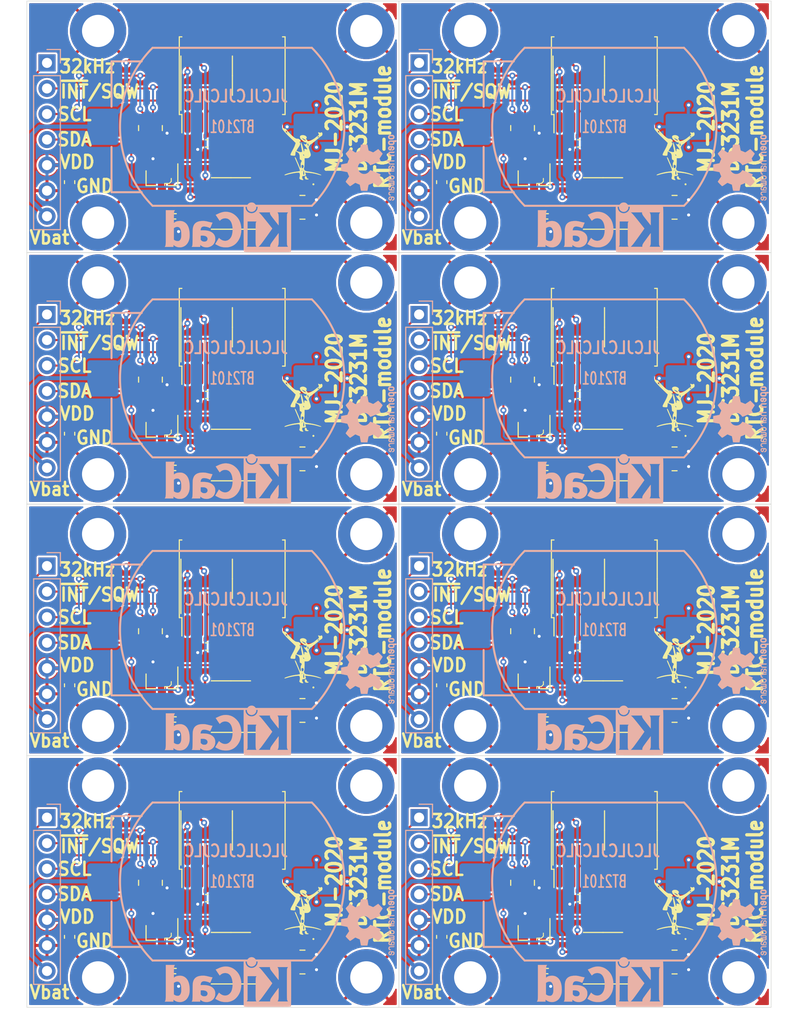
<source format=kicad_pcb>
(kicad_pcb (version 20171130) (host pcbnew 5.1.8-db9833491~87~ubuntu18.04.1)
  (layers (0 F.Cu signal) (31 B.Cu signal) (34 B.Paste user) (35 F.Paste user) (36 B.SilkS user) (37 F.SilkS user) (38 B.Mask user) (39 F.Mask user) (44 Edge.Cuts user))
  (net 0 "")
  (net 1 +BATT)
  (net 2 GND)
  (net 3 VDD)
  (net 4 "Net-(D101-Pad2)")
  (net 5 /SDA)
  (net 6 /SCL)
  (net 7 /32k)
  (net 8 "Net-(JP101-Pad1)")
  (net 9 "Net-(JP102-Pad1)")
  (net 10 "Net-(JP103-Pad1)")
  (net 11 /~WEn~)
  (net 12 /PG)
  (net 13 /~INT~)
  (module Package_SO:SOIC-16W_7.5x10.3mm_P1.27mm (layer F.Cu) (at 107.415 132.42 90)
    (fp_text reference U2101 hide)
    (fp_text value DS3231M)
    (pad 1 smd roundrect (at -4.65 -4.445 90) (size 2.05 0.6) (layers F.Cu F.Paste F.Mask) (net 7 /32k))
    (pad 2 smd roundrect (at -4.65 -3.175 90) (size 2.05 0.6) (layers F.Cu F.Paste F.Mask) (net 3 VDD))
    (pad 3 smd roundrect (at -4.65 -1.905 90) (size 2.05 0.6) (layers F.Cu F.Paste F.Mask) (net 13 /~INT~))
    (pad 4 smd roundrect (at -4.65 -0.635 90) (size 2.05 0.6) (layers F.Cu F.Paste F.Mask) (net 12 /PG))
    (pad 5 smd roundrect (at -4.65 0.635 90) (size 2.05 0.6) (layers F.Cu F.Paste F.Mask) (net 2 GND))
    (pad 6 smd roundrect (at -4.65 1.905 90) (size 2.05 0.6) (layers F.Cu F.Paste F.Mask) (net 2 GND))
    (pad 7 smd roundrect (at -4.65 3.175 90) (size 2.05 0.6) (layers F.Cu F.Paste F.Mask) (net 2 GND))
    (pad 8 smd roundrect (at -4.65 4.445 90) (size 2.05 0.6) (layers F.Cu F.Paste F.Mask) (net 2 GND))
    (pad 9 smd roundrect (at 4.65 4.445 90) (size 2.05 0.6) (layers F.Cu F.Paste F.Mask) (net 2 GND))
    (pad 10 smd roundrect (at 4.65 3.175 90) (size 2.05 0.6) (layers F.Cu F.Paste F.Mask) (net 2 GND))
    (pad 11 smd roundrect (at 4.65 1.905 90) (size 2.05 0.6) (layers F.Cu F.Paste F.Mask) (net 2 GND))
    (pad 12 smd roundrect (at 4.65 0.635 90) (size 2.05 0.6) (layers F.Cu F.Paste F.Mask) (net 2 GND))
    (pad 13 smd roundrect (at 4.65 -0.635 90) (size 2.05 0.6) (layers F.Cu F.Paste F.Mask) (net 2 GND))
    (pad 14 smd roundrect (at 4.65 -1.905 90) (size 2.05 0.6) (layers F.Cu F.Paste F.Mask) (net 1 +BATT))
    (pad 15 smd roundrect (at 4.65 -3.175 90) (size 2.05 0.6) (layers F.Cu F.Paste F.Mask) (net 5 /SDA))
    (pad 16 smd roundrect (at 4.65 -4.445 90) (size 2.05 0.6) (layers F.Cu F.Paste F.Mask) (net 6 /SCL))
  )
  (module Package_SO:SOIC-16W_7.5x10.3mm_P1.27mm (layer F.Cu) (at 70.415 132.42 90)
    (fp_text reference U2101 hide)
    (fp_text value DS3231M)
    (pad 1 smd roundrect (at -4.65 -4.445 90) (size 2.05 0.6) (layers F.Cu F.Paste F.Mask) (net 7 /32k))
    (pad 2 smd roundrect (at -4.65 -3.175 90) (size 2.05 0.6) (layers F.Cu F.Paste F.Mask) (net 3 VDD))
    (pad 3 smd roundrect (at -4.65 -1.905 90) (size 2.05 0.6) (layers F.Cu F.Paste F.Mask) (net 13 /~INT~))
    (pad 4 smd roundrect (at -4.65 -0.635 90) (size 2.05 0.6) (layers F.Cu F.Paste F.Mask) (net 12 /PG))
    (pad 5 smd roundrect (at -4.65 0.635 90) (size 2.05 0.6) (layers F.Cu F.Paste F.Mask) (net 2 GND))
    (pad 6 smd roundrect (at -4.65 1.905 90) (size 2.05 0.6) (layers F.Cu F.Paste F.Mask) (net 2 GND))
    (pad 7 smd roundrect (at -4.65 3.175 90) (size 2.05 0.6) (layers F.Cu F.Paste F.Mask) (net 2 GND))
    (pad 8 smd roundrect (at -4.65 4.445 90) (size 2.05 0.6) (layers F.Cu F.Paste F.Mask) (net 2 GND))
    (pad 9 smd roundrect (at 4.65 4.445 90) (size 2.05 0.6) (layers F.Cu F.Paste F.Mask) (net 2 GND))
    (pad 10 smd roundrect (at 4.65 3.175 90) (size 2.05 0.6) (layers F.Cu F.Paste F.Mask) (net 2 GND))
    (pad 11 smd roundrect (at 4.65 1.905 90) (size 2.05 0.6) (layers F.Cu F.Paste F.Mask) (net 2 GND))
    (pad 12 smd roundrect (at 4.65 0.635 90) (size 2.05 0.6) (layers F.Cu F.Paste F.Mask) (net 2 GND))
    (pad 13 smd roundrect (at 4.65 -0.635 90) (size 2.05 0.6) (layers F.Cu F.Paste F.Mask) (net 2 GND))
    (pad 14 smd roundrect (at 4.65 -1.905 90) (size 2.05 0.6) (layers F.Cu F.Paste F.Mask) (net 1 +BATT))
    (pad 15 smd roundrect (at 4.65 -3.175 90) (size 2.05 0.6) (layers F.Cu F.Paste F.Mask) (net 5 /SDA))
    (pad 16 smd roundrect (at 4.65 -4.445 90) (size 2.05 0.6) (layers F.Cu F.Paste F.Mask) (net 6 /SCL))
  )
  (module Package_SO:SOIC-16W_7.5x10.3mm_P1.27mm (layer F.Cu) (at 107.415 107.42 90)
    (fp_text reference U2101 hide)
    (fp_text value DS3231M)
    (pad 1 smd roundrect (at -4.65 -4.445 90) (size 2.05 0.6) (layers F.Cu F.Paste F.Mask) (net 7 /32k))
    (pad 2 smd roundrect (at -4.65 -3.175 90) (size 2.05 0.6) (layers F.Cu F.Paste F.Mask) (net 3 VDD))
    (pad 3 smd roundrect (at -4.65 -1.905 90) (size 2.05 0.6) (layers F.Cu F.Paste F.Mask) (net 13 /~INT~))
    (pad 4 smd roundrect (at -4.65 -0.635 90) (size 2.05 0.6) (layers F.Cu F.Paste F.Mask) (net 12 /PG))
    (pad 5 smd roundrect (at -4.65 0.635 90) (size 2.05 0.6) (layers F.Cu F.Paste F.Mask) (net 2 GND))
    (pad 6 smd roundrect (at -4.65 1.905 90) (size 2.05 0.6) (layers F.Cu F.Paste F.Mask) (net 2 GND))
    (pad 7 smd roundrect (at -4.65 3.175 90) (size 2.05 0.6) (layers F.Cu F.Paste F.Mask) (net 2 GND))
    (pad 8 smd roundrect (at -4.65 4.445 90) (size 2.05 0.6) (layers F.Cu F.Paste F.Mask) (net 2 GND))
    (pad 9 smd roundrect (at 4.65 4.445 90) (size 2.05 0.6) (layers F.Cu F.Paste F.Mask) (net 2 GND))
    (pad 10 smd roundrect (at 4.65 3.175 90) (size 2.05 0.6) (layers F.Cu F.Paste F.Mask) (net 2 GND))
    (pad 11 smd roundrect (at 4.65 1.905 90) (size 2.05 0.6) (layers F.Cu F.Paste F.Mask) (net 2 GND))
    (pad 12 smd roundrect (at 4.65 0.635 90) (size 2.05 0.6) (layers F.Cu F.Paste F.Mask) (net 2 GND))
    (pad 13 smd roundrect (at 4.65 -0.635 90) (size 2.05 0.6) (layers F.Cu F.Paste F.Mask) (net 2 GND))
    (pad 14 smd roundrect (at 4.65 -1.905 90) (size 2.05 0.6) (layers F.Cu F.Paste F.Mask) (net 1 +BATT))
    (pad 15 smd roundrect (at 4.65 -3.175 90) (size 2.05 0.6) (layers F.Cu F.Paste F.Mask) (net 5 /SDA))
    (pad 16 smd roundrect (at 4.65 -4.445 90) (size 2.05 0.6) (layers F.Cu F.Paste F.Mask) (net 6 /SCL))
  )
  (module Package_SO:SOIC-16W_7.5x10.3mm_P1.27mm (layer F.Cu) (at 70.415 107.42 90)
    (fp_text reference U2101 hide)
    (fp_text value DS3231M)
    (pad 1 smd roundrect (at -4.65 -4.445 90) (size 2.05 0.6) (layers F.Cu F.Paste F.Mask) (net 7 /32k))
    (pad 2 smd roundrect (at -4.65 -3.175 90) (size 2.05 0.6) (layers F.Cu F.Paste F.Mask) (net 3 VDD))
    (pad 3 smd roundrect (at -4.65 -1.905 90) (size 2.05 0.6) (layers F.Cu F.Paste F.Mask) (net 13 /~INT~))
    (pad 4 smd roundrect (at -4.65 -0.635 90) (size 2.05 0.6) (layers F.Cu F.Paste F.Mask) (net 12 /PG))
    (pad 5 smd roundrect (at -4.65 0.635 90) (size 2.05 0.6) (layers F.Cu F.Paste F.Mask) (net 2 GND))
    (pad 6 smd roundrect (at -4.65 1.905 90) (size 2.05 0.6) (layers F.Cu F.Paste F.Mask) (net 2 GND))
    (pad 7 smd roundrect (at -4.65 3.175 90) (size 2.05 0.6) (layers F.Cu F.Paste F.Mask) (net 2 GND))
    (pad 8 smd roundrect (at -4.65 4.445 90) (size 2.05 0.6) (layers F.Cu F.Paste F.Mask) (net 2 GND))
    (pad 9 smd roundrect (at 4.65 4.445 90) (size 2.05 0.6) (layers F.Cu F.Paste F.Mask) (net 2 GND))
    (pad 10 smd roundrect (at 4.65 3.175 90) (size 2.05 0.6) (layers F.Cu F.Paste F.Mask) (net 2 GND))
    (pad 11 smd roundrect (at 4.65 1.905 90) (size 2.05 0.6) (layers F.Cu F.Paste F.Mask) (net 2 GND))
    (pad 12 smd roundrect (at 4.65 0.635 90) (size 2.05 0.6) (layers F.Cu F.Paste F.Mask) (net 2 GND))
    (pad 13 smd roundrect (at 4.65 -0.635 90) (size 2.05 0.6) (layers F.Cu F.Paste F.Mask) (net 2 GND))
    (pad 14 smd roundrect (at 4.65 -1.905 90) (size 2.05 0.6) (layers F.Cu F.Paste F.Mask) (net 1 +BATT))
    (pad 15 smd roundrect (at 4.65 -3.175 90) (size 2.05 0.6) (layers F.Cu F.Paste F.Mask) (net 5 /SDA))
    (pad 16 smd roundrect (at 4.65 -4.445 90) (size 2.05 0.6) (layers F.Cu F.Paste F.Mask) (net 6 /SCL))
  )
  (module Package_SO:SOIC-16W_7.5x10.3mm_P1.27mm (layer F.Cu) (at 107.415 82.42 90)
    (fp_text reference U2101 hide)
    (fp_text value DS3231M)
    (pad 1 smd roundrect (at -4.65 -4.445 90) (size 2.05 0.6) (layers F.Cu F.Paste F.Mask) (net 7 /32k))
    (pad 2 smd roundrect (at -4.65 -3.175 90) (size 2.05 0.6) (layers F.Cu F.Paste F.Mask) (net 3 VDD))
    (pad 3 smd roundrect (at -4.65 -1.905 90) (size 2.05 0.6) (layers F.Cu F.Paste F.Mask) (net 13 /~INT~))
    (pad 4 smd roundrect (at -4.65 -0.635 90) (size 2.05 0.6) (layers F.Cu F.Paste F.Mask) (net 12 /PG))
    (pad 5 smd roundrect (at -4.65 0.635 90) (size 2.05 0.6) (layers F.Cu F.Paste F.Mask) (net 2 GND))
    (pad 6 smd roundrect (at -4.65 1.905 90) (size 2.05 0.6) (layers F.Cu F.Paste F.Mask) (net 2 GND))
    (pad 7 smd roundrect (at -4.65 3.175 90) (size 2.05 0.6) (layers F.Cu F.Paste F.Mask) (net 2 GND))
    (pad 8 smd roundrect (at -4.65 4.445 90) (size 2.05 0.6) (layers F.Cu F.Paste F.Mask) (net 2 GND))
    (pad 9 smd roundrect (at 4.65 4.445 90) (size 2.05 0.6) (layers F.Cu F.Paste F.Mask) (net 2 GND))
    (pad 10 smd roundrect (at 4.65 3.175 90) (size 2.05 0.6) (layers F.Cu F.Paste F.Mask) (net 2 GND))
    (pad 11 smd roundrect (at 4.65 1.905 90) (size 2.05 0.6) (layers F.Cu F.Paste F.Mask) (net 2 GND))
    (pad 12 smd roundrect (at 4.65 0.635 90) (size 2.05 0.6) (layers F.Cu F.Paste F.Mask) (net 2 GND))
    (pad 13 smd roundrect (at 4.65 -0.635 90) (size 2.05 0.6) (layers F.Cu F.Paste F.Mask) (net 2 GND))
    (pad 14 smd roundrect (at 4.65 -1.905 90) (size 2.05 0.6) (layers F.Cu F.Paste F.Mask) (net 1 +BATT))
    (pad 15 smd roundrect (at 4.65 -3.175 90) (size 2.05 0.6) (layers F.Cu F.Paste F.Mask) (net 5 /SDA))
    (pad 16 smd roundrect (at 4.65 -4.445 90) (size 2.05 0.6) (layers F.Cu F.Paste F.Mask) (net 6 /SCL))
  )
  (module Package_SO:SOIC-16W_7.5x10.3mm_P1.27mm (layer F.Cu) (at 70.415 82.42 90)
    (fp_text reference U2101 hide)
    (fp_text value DS3231M)
    (pad 1 smd roundrect (at -4.65 -4.445 90) (size 2.05 0.6) (layers F.Cu F.Paste F.Mask) (net 7 /32k))
    (pad 2 smd roundrect (at -4.65 -3.175 90) (size 2.05 0.6) (layers F.Cu F.Paste F.Mask) (net 3 VDD))
    (pad 3 smd roundrect (at -4.65 -1.905 90) (size 2.05 0.6) (layers F.Cu F.Paste F.Mask) (net 13 /~INT~))
    (pad 4 smd roundrect (at -4.65 -0.635 90) (size 2.05 0.6) (layers F.Cu F.Paste F.Mask) (net 12 /PG))
    (pad 5 smd roundrect (at -4.65 0.635 90) (size 2.05 0.6) (layers F.Cu F.Paste F.Mask) (net 2 GND))
    (pad 6 smd roundrect (at -4.65 1.905 90) (size 2.05 0.6) (layers F.Cu F.Paste F.Mask) (net 2 GND))
    (pad 7 smd roundrect (at -4.65 3.175 90) (size 2.05 0.6) (layers F.Cu F.Paste F.Mask) (net 2 GND))
    (pad 8 smd roundrect (at -4.65 4.445 90) (size 2.05 0.6) (layers F.Cu F.Paste F.Mask) (net 2 GND))
    (pad 9 smd roundrect (at 4.65 4.445 90) (size 2.05 0.6) (layers F.Cu F.Paste F.Mask) (net 2 GND))
    (pad 10 smd roundrect (at 4.65 3.175 90) (size 2.05 0.6) (layers F.Cu F.Paste F.Mask) (net 2 GND))
    (pad 11 smd roundrect (at 4.65 1.905 90) (size 2.05 0.6) (layers F.Cu F.Paste F.Mask) (net 2 GND))
    (pad 12 smd roundrect (at 4.65 0.635 90) (size 2.05 0.6) (layers F.Cu F.Paste F.Mask) (net 2 GND))
    (pad 13 smd roundrect (at 4.65 -0.635 90) (size 2.05 0.6) (layers F.Cu F.Paste F.Mask) (net 2 GND))
    (pad 14 smd roundrect (at 4.65 -1.905 90) (size 2.05 0.6) (layers F.Cu F.Paste F.Mask) (net 1 +BATT))
    (pad 15 smd roundrect (at 4.65 -3.175 90) (size 2.05 0.6) (layers F.Cu F.Paste F.Mask) (net 5 /SDA))
    (pad 16 smd roundrect (at 4.65 -4.445 90) (size 2.05 0.6) (layers F.Cu F.Paste F.Mask) (net 6 /SCL))
  )
  (module Package_SO:SOIC-16W_7.5x10.3mm_P1.27mm (layer F.Cu) (at 107.415 57.42 90)
    (fp_text reference U2101 hide)
    (fp_text value DS3231M)
    (pad 1 smd roundrect (at -4.65 -4.445 90) (size 2.05 0.6) (layers F.Cu F.Paste F.Mask) (net 7 /32k))
    (pad 2 smd roundrect (at -4.65 -3.175 90) (size 2.05 0.6) (layers F.Cu F.Paste F.Mask) (net 3 VDD))
    (pad 3 smd roundrect (at -4.65 -1.905 90) (size 2.05 0.6) (layers F.Cu F.Paste F.Mask) (net 13 /~INT~))
    (pad 4 smd roundrect (at -4.65 -0.635 90) (size 2.05 0.6) (layers F.Cu F.Paste F.Mask) (net 12 /PG))
    (pad 5 smd roundrect (at -4.65 0.635 90) (size 2.05 0.6) (layers F.Cu F.Paste F.Mask) (net 2 GND))
    (pad 6 smd roundrect (at -4.65 1.905 90) (size 2.05 0.6) (layers F.Cu F.Paste F.Mask) (net 2 GND))
    (pad 7 smd roundrect (at -4.65 3.175 90) (size 2.05 0.6) (layers F.Cu F.Paste F.Mask) (net 2 GND))
    (pad 8 smd roundrect (at -4.65 4.445 90) (size 2.05 0.6) (layers F.Cu F.Paste F.Mask) (net 2 GND))
    (pad 9 smd roundrect (at 4.65 4.445 90) (size 2.05 0.6) (layers F.Cu F.Paste F.Mask) (net 2 GND))
    (pad 10 smd roundrect (at 4.65 3.175 90) (size 2.05 0.6) (layers F.Cu F.Paste F.Mask) (net 2 GND))
    (pad 11 smd roundrect (at 4.65 1.905 90) (size 2.05 0.6) (layers F.Cu F.Paste F.Mask) (net 2 GND))
    (pad 12 smd roundrect (at 4.65 0.635 90) (size 2.05 0.6) (layers F.Cu F.Paste F.Mask) (net 2 GND))
    (pad 13 smd roundrect (at 4.65 -0.635 90) (size 2.05 0.6) (layers F.Cu F.Paste F.Mask) (net 2 GND))
    (pad 14 smd roundrect (at 4.65 -1.905 90) (size 2.05 0.6) (layers F.Cu F.Paste F.Mask) (net 1 +BATT))
    (pad 15 smd roundrect (at 4.65 -3.175 90) (size 2.05 0.6) (layers F.Cu F.Paste F.Mask) (net 5 /SDA))
    (pad 16 smd roundrect (at 4.65 -4.445 90) (size 2.05 0.6) (layers F.Cu F.Paste F.Mask) (net 6 /SCL))
  )
  (module MountingHole:MountingHole_3.2mm_M3_DIN965_Pad (layer F.Cu) (at 120.75 147.025)
    (fp_text reference H104 hide)
    (fp_text value MountingHole_Pad)
    (pad 1 thru_hole circle (at 0 0) (size 5.6 5.6) (drill 3.2) (layers *.Cu *.Mask) (net 2 GND))
  )
  (module MountingHole:MountingHole_3.2mm_M3_DIN965_Pad (layer F.Cu) (at 83.75 147.025)
    (fp_text reference H104 hide)
    (fp_text value MountingHole_Pad)
    (pad 1 thru_hole circle (at 0 0) (size 5.6 5.6) (drill 3.2) (layers *.Cu *.Mask) (net 2 GND))
  )
  (module MountingHole:MountingHole_3.2mm_M3_DIN965_Pad (layer F.Cu) (at 120.75 122.025)
    (fp_text reference H104 hide)
    (fp_text value MountingHole_Pad)
    (pad 1 thru_hole circle (at 0 0) (size 5.6 5.6) (drill 3.2) (layers *.Cu *.Mask) (net 2 GND))
  )
  (module MountingHole:MountingHole_3.2mm_M3_DIN965_Pad (layer F.Cu) (at 83.75 122.025)
    (fp_text reference H104 hide)
    (fp_text value MountingHole_Pad)
    (pad 1 thru_hole circle (at 0 0) (size 5.6 5.6) (drill 3.2) (layers *.Cu *.Mask) (net 2 GND))
  )
  (module MountingHole:MountingHole_3.2mm_M3_DIN965_Pad (layer F.Cu) (at 120.75 97.025)
    (fp_text reference H104 hide)
    (fp_text value MountingHole_Pad)
    (pad 1 thru_hole circle (at 0 0) (size 5.6 5.6) (drill 3.2) (layers *.Cu *.Mask) (net 2 GND))
  )
  (module MountingHole:MountingHole_3.2mm_M3_DIN965_Pad (layer F.Cu) (at 83.75 97.025)
    (fp_text reference H104 hide)
    (fp_text value MountingHole_Pad)
    (pad 1 thru_hole circle (at 0 0) (size 5.6 5.6) (drill 3.2) (layers *.Cu *.Mask) (net 2 GND))
  )
  (module MountingHole:MountingHole_3.2mm_M3_DIN965_Pad (layer F.Cu) (at 120.75 72.025)
    (fp_text reference H104 hide)
    (fp_text value MountingHole_Pad)
    (pad 1 thru_hole circle (at 0 0) (size 5.6 5.6) (drill 3.2) (layers *.Cu *.Mask) (net 2 GND))
  )
  (module MountingHole:MountingHole_3.2mm_M3_DIN965_Pad (layer F.Cu) (at 120.75 127.975)
    (fp_text reference H102 hide)
    (fp_text value MountingHole_Pad)
    (pad 1 thru_hole circle (at 0 0) (size 5.6 5.6) (drill 3.2) (layers *.Cu *.Mask) (net 2 GND))
  )
  (module MountingHole:MountingHole_3.2mm_M3_DIN965_Pad (layer F.Cu) (at 83.75 127.975)
    (fp_text reference H102 hide)
    (fp_text value MountingHole_Pad)
    (pad 1 thru_hole circle (at 0 0) (size 5.6 5.6) (drill 3.2) (layers *.Cu *.Mask) (net 2 GND))
  )
  (module MountingHole:MountingHole_3.2mm_M3_DIN965_Pad (layer F.Cu) (at 120.75 102.975)
    (fp_text reference H102 hide)
    (fp_text value MountingHole_Pad)
    (pad 1 thru_hole circle (at 0 0) (size 5.6 5.6) (drill 3.2) (layers *.Cu *.Mask) (net 2 GND))
  )
  (module MountingHole:MountingHole_3.2mm_M3_DIN965_Pad (layer F.Cu) (at 83.75 102.975)
    (fp_text reference H102 hide)
    (fp_text value MountingHole_Pad)
    (pad 1 thru_hole circle (at 0 0) (size 5.6 5.6) (drill 3.2) (layers *.Cu *.Mask) (net 2 GND))
  )
  (module MountingHole:MountingHole_3.2mm_M3_DIN965_Pad (layer F.Cu) (at 120.75 77.975)
    (fp_text reference H102 hide)
    (fp_text value MountingHole_Pad)
    (pad 1 thru_hole circle (at 0 0) (size 5.6 5.6) (drill 3.2) (layers *.Cu *.Mask) (net 2 GND))
  )
  (module MountingHole:MountingHole_3.2mm_M3_DIN965_Pad (layer F.Cu) (at 83.75 77.975)
    (fp_text reference H102 hide)
    (fp_text value MountingHole_Pad)
    (pad 1 thru_hole circle (at 0 0) (size 5.6 5.6) (drill 3.2) (layers *.Cu *.Mask) (net 2 GND))
  )
  (module MountingHole:MountingHole_3.2mm_M3_DIN965_Pad (layer F.Cu) (at 120.75 52.975)
    (fp_text reference H102 hide)
    (fp_text value MountingHole_Pad)
    (pad 1 thru_hole circle (at 0 0) (size 5.6 5.6) (drill 3.2) (layers *.Cu *.Mask) (net 2 GND))
  )
  (module Resistor_SMD:R_Array_Convex_4x0402 (layer F.Cu) (at 114.4 145.501)
    (fp_text reference RN102 hide)
    (fp_text value 4k7_4x0402)
    (pad 1 smd rect (at -0.5 -0.75) (size 0.5 0.4) (layers F.Cu F.Paste F.Mask) (net 4 "Net-(D101-Pad2)"))
    (pad 3 smd rect (at -0.5 0.25) (size 0.5 0.3) (layers F.Cu F.Paste F.Mask) (net 9 "Net-(JP102-Pad1)"))
    (pad 2 smd rect (at -0.5 -0.25) (size 0.5 0.3) (layers F.Cu F.Paste F.Mask) (net 10 "Net-(JP103-Pad1)"))
    (pad 4 smd rect (at -0.5 0.75) (size 0.5 0.4) (layers F.Cu F.Paste F.Mask) (net 8 "Net-(JP101-Pad1)"))
    (pad 7 smd rect (at 0.5 -0.25) (size 0.5 0.3) (layers F.Cu F.Paste F.Mask) (net 3 VDD))
    (pad 8 smd rect (at 0.5 -0.75) (size 0.5 0.4) (layers F.Cu F.Paste F.Mask) (net 3 VDD))
    (pad 6 smd rect (at 0.5 0.25) (size 0.5 0.3) (layers F.Cu F.Paste F.Mask) (net 3 VDD))
    (pad 5 smd rect (at 0.5 0.75) (size 0.5 0.4) (layers F.Cu F.Paste F.Mask) (net 3 VDD))
  )
  (module Resistor_SMD:R_Array_Convex_4x0402 (layer F.Cu) (at 77.4 145.501)
    (fp_text reference RN102 hide)
    (fp_text value 4k7_4x0402)
    (pad 1 smd rect (at -0.5 -0.75) (size 0.5 0.4) (layers F.Cu F.Paste F.Mask) (net 4 "Net-(D101-Pad2)"))
    (pad 3 smd rect (at -0.5 0.25) (size 0.5 0.3) (layers F.Cu F.Paste F.Mask) (net 9 "Net-(JP102-Pad1)"))
    (pad 2 smd rect (at -0.5 -0.25) (size 0.5 0.3) (layers F.Cu F.Paste F.Mask) (net 10 "Net-(JP103-Pad1)"))
    (pad 4 smd rect (at -0.5 0.75) (size 0.5 0.4) (layers F.Cu F.Paste F.Mask) (net 8 "Net-(JP101-Pad1)"))
    (pad 7 smd rect (at 0.5 -0.25) (size 0.5 0.3) (layers F.Cu F.Paste F.Mask) (net 3 VDD))
    (pad 8 smd rect (at 0.5 -0.75) (size 0.5 0.4) (layers F.Cu F.Paste F.Mask) (net 3 VDD))
    (pad 6 smd rect (at 0.5 0.25) (size 0.5 0.3) (layers F.Cu F.Paste F.Mask) (net 3 VDD))
    (pad 5 smd rect (at 0.5 0.75) (size 0.5 0.4) (layers F.Cu F.Paste F.Mask) (net 3 VDD))
  )
  (module Resistor_SMD:R_Array_Convex_4x0402 (layer F.Cu) (at 114.4 120.501)
    (fp_text reference RN102 hide)
    (fp_text value 4k7_4x0402)
    (pad 1 smd rect (at -0.5 -0.75) (size 0.5 0.4) (layers F.Cu F.Paste F.Mask) (net 4 "Net-(D101-Pad2)"))
    (pad 3 smd rect (at -0.5 0.25) (size 0.5 0.3) (layers F.Cu F.Paste F.Mask) (net 9 "Net-(JP102-Pad1)"))
    (pad 2 smd rect (at -0.5 -0.25) (size 0.5 0.3) (layers F.Cu F.Paste F.Mask) (net 10 "Net-(JP103-Pad1)"))
    (pad 4 smd rect (at -0.5 0.75) (size 0.5 0.4) (layers F.Cu F.Paste F.Mask) (net 8 "Net-(JP101-Pad1)"))
    (pad 7 smd rect (at 0.5 -0.25) (size 0.5 0.3) (layers F.Cu F.Paste F.Mask) (net 3 VDD))
    (pad 8 smd rect (at 0.5 -0.75) (size 0.5 0.4) (layers F.Cu F.Paste F.Mask) (net 3 VDD))
    (pad 6 smd rect (at 0.5 0.25) (size 0.5 0.3) (layers F.Cu F.Paste F.Mask) (net 3 VDD))
    (pad 5 smd rect (at 0.5 0.75) (size 0.5 0.4) (layers F.Cu F.Paste F.Mask) (net 3 VDD))
  )
  (module Resistor_SMD:R_Array_Convex_4x0402 (layer F.Cu) (at 77.4 120.501)
    (fp_text reference RN102 hide)
    (fp_text value 4k7_4x0402)
    (pad 1 smd rect (at -0.5 -0.75) (size 0.5 0.4) (layers F.Cu F.Paste F.Mask) (net 4 "Net-(D101-Pad2)"))
    (pad 3 smd rect (at -0.5 0.25) (size 0.5 0.3) (layers F.Cu F.Paste F.Mask) (net 9 "Net-(JP102-Pad1)"))
    (pad 2 smd rect (at -0.5 -0.25) (size 0.5 0.3) (layers F.Cu F.Paste F.Mask) (net 10 "Net-(JP103-Pad1)"))
    (pad 4 smd rect (at -0.5 0.75) (size 0.5 0.4) (layers F.Cu F.Paste F.Mask) (net 8 "Net-(JP101-Pad1)"))
    (pad 7 smd rect (at 0.5 -0.25) (size 0.5 0.3) (layers F.Cu F.Paste F.Mask) (net 3 VDD))
    (pad 8 smd rect (at 0.5 -0.75) (size 0.5 0.4) (layers F.Cu F.Paste F.Mask) (net 3 VDD))
    (pad 6 smd rect (at 0.5 0.25) (size 0.5 0.3) (layers F.Cu F.Paste F.Mask) (net 3 VDD))
    (pad 5 smd rect (at 0.5 0.75) (size 0.5 0.4) (layers F.Cu F.Paste F.Mask) (net 3 VDD))
  )
  (module Resistor_SMD:R_Array_Convex_4x0402 (layer F.Cu) (at 114.4 95.501)
    (fp_text reference RN102 hide)
    (fp_text value 4k7_4x0402)
    (pad 1 smd rect (at -0.5 -0.75) (size 0.5 0.4) (layers F.Cu F.Paste F.Mask) (net 4 "Net-(D101-Pad2)"))
    (pad 3 smd rect (at -0.5 0.25) (size 0.5 0.3) (layers F.Cu F.Paste F.Mask) (net 9 "Net-(JP102-Pad1)"))
    (pad 2 smd rect (at -0.5 -0.25) (size 0.5 0.3) (layers F.Cu F.Paste F.Mask) (net 10 "Net-(JP103-Pad1)"))
    (pad 4 smd rect (at -0.5 0.75) (size 0.5 0.4) (layers F.Cu F.Paste F.Mask) (net 8 "Net-(JP101-Pad1)"))
    (pad 7 smd rect (at 0.5 -0.25) (size 0.5 0.3) (layers F.Cu F.Paste F.Mask) (net 3 VDD))
    (pad 8 smd rect (at 0.5 -0.75) (size 0.5 0.4) (layers F.Cu F.Paste F.Mask) (net 3 VDD))
    (pad 6 smd rect (at 0.5 0.25) (size 0.5 0.3) (layers F.Cu F.Paste F.Mask) (net 3 VDD))
    (pad 5 smd rect (at 0.5 0.75) (size 0.5 0.4) (layers F.Cu F.Paste F.Mask) (net 3 VDD))
  )
  (module Resistor_SMD:R_Array_Convex_4x0402 (layer F.Cu) (at 77.4 95.501)
    (fp_text reference RN102 hide)
    (fp_text value 4k7_4x0402)
    (pad 1 smd rect (at -0.5 -0.75) (size 0.5 0.4) (layers F.Cu F.Paste F.Mask) (net 4 "Net-(D101-Pad2)"))
    (pad 3 smd rect (at -0.5 0.25) (size 0.5 0.3) (layers F.Cu F.Paste F.Mask) (net 9 "Net-(JP102-Pad1)"))
    (pad 2 smd rect (at -0.5 -0.25) (size 0.5 0.3) (layers F.Cu F.Paste F.Mask) (net 10 "Net-(JP103-Pad1)"))
    (pad 4 smd rect (at -0.5 0.75) (size 0.5 0.4) (layers F.Cu F.Paste F.Mask) (net 8 "Net-(JP101-Pad1)"))
    (pad 7 smd rect (at 0.5 -0.25) (size 0.5 0.3) (layers F.Cu F.Paste F.Mask) (net 3 VDD))
    (pad 8 smd rect (at 0.5 -0.75) (size 0.5 0.4) (layers F.Cu F.Paste F.Mask) (net 3 VDD))
    (pad 6 smd rect (at 0.5 0.25) (size 0.5 0.3) (layers F.Cu F.Paste F.Mask) (net 3 VDD))
    (pad 5 smd rect (at 0.5 0.75) (size 0.5 0.4) (layers F.Cu F.Paste F.Mask) (net 3 VDD))
  )
  (module Resistor_SMD:R_Array_Convex_4x0402 (layer F.Cu) (at 114.4 70.501)
    (fp_text reference RN102 hide)
    (fp_text value 4k7_4x0402)
    (pad 1 smd rect (at -0.5 -0.75) (size 0.5 0.4) (layers F.Cu F.Paste F.Mask) (net 4 "Net-(D101-Pad2)"))
    (pad 3 smd rect (at -0.5 0.25) (size 0.5 0.3) (layers F.Cu F.Paste F.Mask) (net 9 "Net-(JP102-Pad1)"))
    (pad 2 smd rect (at -0.5 -0.25) (size 0.5 0.3) (layers F.Cu F.Paste F.Mask) (net 10 "Net-(JP103-Pad1)"))
    (pad 4 smd rect (at -0.5 0.75) (size 0.5 0.4) (layers F.Cu F.Paste F.Mask) (net 8 "Net-(JP101-Pad1)"))
    (pad 7 smd rect (at 0.5 -0.25) (size 0.5 0.3) (layers F.Cu F.Paste F.Mask) (net 3 VDD))
    (pad 8 smd rect (at 0.5 -0.75) (size 0.5 0.4) (layers F.Cu F.Paste F.Mask) (net 3 VDD))
    (pad 6 smd rect (at 0.5 0.25) (size 0.5 0.3) (layers F.Cu F.Paste F.Mask) (net 3 VDD))
    (pad 5 smd rect (at 0.5 0.75) (size 0.5 0.4) (layers F.Cu F.Paste F.Mask) (net 3 VDD))
  )
  (module Capacitor_SMD:C_0402_1005Metric (layer F.Cu) (at 104.875 139.151 180)
    (fp_text reference C2103 hide)
    (fp_text value 100n)
    (pad 1 smd roundrect (at -0.48 0 180) (size 0.56 0.62) (layers F.Cu F.Paste F.Mask) (net 2 GND))
    (pad 2 smd roundrect (at 0.48 0 180) (size 0.56 0.62) (layers F.Cu F.Paste F.Mask) (net 3 VDD))
  )
  (module Capacitor_SMD:C_0402_1005Metric (layer F.Cu) (at 67.875 139.151 180)
    (fp_text reference C2103 hide)
    (fp_text value 100n)
    (pad 1 smd roundrect (at -0.48 0 180) (size 0.56 0.62) (layers F.Cu F.Paste F.Mask) (net 2 GND))
    (pad 2 smd roundrect (at 0.48 0 180) (size 0.56 0.62) (layers F.Cu F.Paste F.Mask) (net 3 VDD))
  )
  (module Capacitor_SMD:C_0402_1005Metric (layer F.Cu) (at 104.875 114.151 180)
    (fp_text reference C2103 hide)
    (fp_text value 100n)
    (pad 1 smd roundrect (at -0.48 0 180) (size 0.56 0.62) (layers F.Cu F.Paste F.Mask) (net 2 GND))
    (pad 2 smd roundrect (at 0.48 0 180) (size 0.56 0.62) (layers F.Cu F.Paste F.Mask) (net 3 VDD))
  )
  (module Capacitor_SMD:C_0402_1005Metric (layer F.Cu) (at 67.875 114.151 180)
    (fp_text reference C2103 hide)
    (fp_text value 100n)
    (pad 1 smd roundrect (at -0.48 0 180) (size 0.56 0.62) (layers F.Cu F.Paste F.Mask) (net 2 GND))
    (pad 2 smd roundrect (at 0.48 0 180) (size 0.56 0.62) (layers F.Cu F.Paste F.Mask) (net 3 VDD))
  )
  (module Capacitor_SMD:C_0402_1005Metric (layer F.Cu) (at 104.875 89.151 180)
    (fp_text reference C2103 hide)
    (fp_text value 100n)
    (pad 1 smd roundrect (at -0.48 0 180) (size 0.56 0.62) (layers F.Cu F.Paste F.Mask) (net 2 GND))
    (pad 2 smd roundrect (at 0.48 0 180) (size 0.56 0.62) (layers F.Cu F.Paste F.Mask) (net 3 VDD))
  )
  (module Capacitor_SMD:C_0402_1005Metric (layer F.Cu) (at 67.875 89.151 180)
    (fp_text reference C2103 hide)
    (fp_text value 100n)
    (pad 1 smd roundrect (at -0.48 0 180) (size 0.56 0.62) (layers F.Cu F.Paste F.Mask) (net 2 GND))
    (pad 2 smd roundrect (at 0.48 0 180) (size 0.56 0.62) (layers F.Cu F.Paste F.Mask) (net 3 VDD))
  )
  (module Capacitor_SMD:C_0402_1005Metric (layer F.Cu) (at 104.875 64.151 180)
    (fp_text reference C2103 hide)
    (fp_text value 100n)
    (pad 1 smd roundrect (at -0.48 0 180) (size 0.56 0.62) (layers F.Cu F.Paste F.Mask) (net 2 GND))
    (pad 2 smd roundrect (at 0.48 0 180) (size 0.56 0.62) (layers F.Cu F.Paste F.Mask) (net 3 VDD))
  )
  (module Connector_PinHeader_2.54mm:PinHeader_1x07_P2.54mm_Vertical (layer B.Cu) (at 89 131.15 180)
    (fp_text reference J101 hide)
    (fp_text value Conn_01x07)
    (pad 1 thru_hole rect (at 0 0 180) (size 1.7 1.7) (drill 1) (layers *.Cu *.Mask) (net 7 /32k))
    (pad 2 thru_hole oval (at 0 -2.54 180) (size 1.7 1.7) (drill 1) (layers *.Cu *.Mask) (net 13 /~INT~))
    (pad 3 thru_hole oval (at 0 -5.08 180) (size 1.7 1.7) (drill 1) (layers *.Cu *.Mask) (net 6 /SCL))
    (pad 4 thru_hole oval (at 0 -7.62 180) (size 1.7 1.7) (drill 1) (layers *.Cu *.Mask) (net 5 /SDA))
    (pad 5 thru_hole oval (at 0 -10.16 180) (size 1.7 1.7) (drill 1) (layers *.Cu *.Mask) (net 3 VDD))
    (pad 6 thru_hole oval (at 0 -12.7 180) (size 1.7 1.7) (drill 1) (layers *.Cu *.Mask) (net 2 GND))
    (pad 7 thru_hole oval (at 0 -15.24 180) (size 1.7 1.7) (drill 1) (layers *.Cu *.Mask) (net 1 +BATT))
  )
  (module Connector_PinHeader_2.54mm:PinHeader_1x07_P2.54mm_Vertical (layer B.Cu) (at 52 131.15 180)
    (fp_text reference J101 hide)
    (fp_text value Conn_01x07)
    (pad 1 thru_hole rect (at 0 0 180) (size 1.7 1.7) (drill 1) (layers *.Cu *.Mask) (net 7 /32k))
    (pad 2 thru_hole oval (at 0 -2.54 180) (size 1.7 1.7) (drill 1) (layers *.Cu *.Mask) (net 13 /~INT~))
    (pad 3 thru_hole oval (at 0 -5.08 180) (size 1.7 1.7) (drill 1) (layers *.Cu *.Mask) (net 6 /SCL))
    (pad 4 thru_hole oval (at 0 -7.62 180) (size 1.7 1.7) (drill 1) (layers *.Cu *.Mask) (net 5 /SDA))
    (pad 5 thru_hole oval (at 0 -10.16 180) (size 1.7 1.7) (drill 1) (layers *.Cu *.Mask) (net 3 VDD))
    (pad 6 thru_hole oval (at 0 -12.7 180) (size 1.7 1.7) (drill 1) (layers *.Cu *.Mask) (net 2 GND))
    (pad 7 thru_hole oval (at 0 -15.24 180) (size 1.7 1.7) (drill 1) (layers *.Cu *.Mask) (net 1 +BATT))
  )
  (module Connector_PinHeader_2.54mm:PinHeader_1x07_P2.54mm_Vertical (layer B.Cu) (at 89 106.15 180)
    (fp_text reference J101 hide)
    (fp_text value Conn_01x07)
    (pad 1 thru_hole rect (at 0 0 180) (size 1.7 1.7) (drill 1) (layers *.Cu *.Mask) (net 7 /32k))
    (pad 2 thru_hole oval (at 0 -2.54 180) (size 1.7 1.7) (drill 1) (layers *.Cu *.Mask) (net 13 /~INT~))
    (pad 3 thru_hole oval (at 0 -5.08 180) (size 1.7 1.7) (drill 1) (layers *.Cu *.Mask) (net 6 /SCL))
    (pad 4 thru_hole oval (at 0 -7.62 180) (size 1.7 1.7) (drill 1) (layers *.Cu *.Mask) (net 5 /SDA))
    (pad 5 thru_hole oval (at 0 -10.16 180) (size 1.7 1.7) (drill 1) (layers *.Cu *.Mask) (net 3 VDD))
    (pad 6 thru_hole oval (at 0 -12.7 180) (size 1.7 1.7) (drill 1) (layers *.Cu *.Mask) (net 2 GND))
    (pad 7 thru_hole oval (at 0 -15.24 180) (size 1.7 1.7) (drill 1) (layers *.Cu *.Mask) (net 1 +BATT))
  )
  (module Connector_PinHeader_2.54mm:PinHeader_1x07_P2.54mm_Vertical (layer B.Cu) (at 52 106.15 180)
    (fp_text reference J101 hide)
    (fp_text value Conn_01x07)
    (pad 1 thru_hole rect (at 0 0 180) (size 1.7 1.7) (drill 1) (layers *.Cu *.Mask) (net 7 /32k))
    (pad 2 thru_hole oval (at 0 -2.54 180) (size 1.7 1.7) (drill 1) (layers *.Cu *.Mask) (net 13 /~INT~))
    (pad 3 thru_hole oval (at 0 -5.08 180) (size 1.7 1.7) (drill 1) (layers *.Cu *.Mask) (net 6 /SCL))
    (pad 4 thru_hole oval (at 0 -7.62 180) (size 1.7 1.7) (drill 1) (layers *.Cu *.Mask) (net 5 /SDA))
    (pad 5 thru_hole oval (at 0 -10.16 180) (size 1.7 1.7) (drill 1) (layers *.Cu *.Mask) (net 3 VDD))
    (pad 6 thru_hole oval (at 0 -12.7 180) (size 1.7 1.7) (drill 1) (layers *.Cu *.Mask) (net 2 GND))
    (pad 7 thru_hole oval (at 0 -15.24 180) (size 1.7 1.7) (drill 1) (layers *.Cu *.Mask) (net 1 +BATT))
  )
  (module Connector_PinHeader_2.54mm:PinHeader_1x07_P2.54mm_Vertical (layer B.Cu) (at 89 81.15 180)
    (fp_text reference J101 hide)
    (fp_text value Conn_01x07)
    (pad 1 thru_hole rect (at 0 0 180) (size 1.7 1.7) (drill 1) (layers *.Cu *.Mask) (net 7 /32k))
    (pad 2 thru_hole oval (at 0 -2.54 180) (size 1.7 1.7) (drill 1) (layers *.Cu *.Mask) (net 13 /~INT~))
    (pad 3 thru_hole oval (at 0 -5.08 180) (size 1.7 1.7) (drill 1) (layers *.Cu *.Mask) (net 6 /SCL))
    (pad 4 thru_hole oval (at 0 -7.62 180) (size 1.7 1.7) (drill 1) (layers *.Cu *.Mask) (net 5 /SDA))
    (pad 5 thru_hole oval (at 0 -10.16 180) (size 1.7 1.7) (drill 1) (layers *.Cu *.Mask) (net 3 VDD))
    (pad 6 thru_hole oval (at 0 -12.7 180) (size 1.7 1.7) (drill 1) (layers *.Cu *.Mask) (net 2 GND))
    (pad 7 thru_hole oval (at 0 -15.24 180) (size 1.7 1.7) (drill 1) (layers *.Cu *.Mask) (net 1 +BATT))
  )
  (module Connector_PinHeader_2.54mm:PinHeader_1x07_P2.54mm_Vertical (layer B.Cu) (at 52 81.15 180)
    (fp_text reference J101 hide)
    (fp_text value Conn_01x07)
    (pad 1 thru_hole rect (at 0 0 180) (size 1.7 1.7) (drill 1) (layers *.Cu *.Mask) (net 7 /32k))
    (pad 2 thru_hole oval (at 0 -2.54 180) (size 1.7 1.7) (drill 1) (layers *.Cu *.Mask) (net 13 /~INT~))
    (pad 3 thru_hole oval (at 0 -5.08 180) (size 1.7 1.7) (drill 1) (layers *.Cu *.Mask) (net 6 /SCL))
    (pad 4 thru_hole oval (at 0 -7.62 180) (size 1.7 1.7) (drill 1) (layers *.Cu *.Mask) (net 5 /SDA))
    (pad 5 thru_hole oval (at 0 -10.16 180) (size 1.7 1.7) (drill 1) (layers *.Cu *.Mask) (net 3 VDD))
    (pad 6 thru_hole oval (at 0 -12.7 180) (size 1.7 1.7) (drill 1) (layers *.Cu *.Mask) (net 2 GND))
    (pad 7 thru_hole oval (at 0 -15.24 180) (size 1.7 1.7) (drill 1) (layers *.Cu *.Mask) (net 1 +BATT))
  )
  (module Connector_PinHeader_2.54mm:PinHeader_1x07_P2.54mm_Vertical (layer B.Cu) (at 89 56.15 180)
    (fp_text reference J101 hide)
    (fp_text value Conn_01x07)
    (pad 1 thru_hole rect (at 0 0 180) (size 1.7 1.7) (drill 1) (layers *.Cu *.Mask) (net 7 /32k))
    (pad 2 thru_hole oval (at 0 -2.54 180) (size 1.7 1.7) (drill 1) (layers *.Cu *.Mask) (net 13 /~INT~))
    (pad 3 thru_hole oval (at 0 -5.08 180) (size 1.7 1.7) (drill 1) (layers *.Cu *.Mask) (net 6 /SCL))
    (pad 4 thru_hole oval (at 0 -7.62 180) (size 1.7 1.7) (drill 1) (layers *.Cu *.Mask) (net 5 /SDA))
    (pad 5 thru_hole oval (at 0 -10.16 180) (size 1.7 1.7) (drill 1) (layers *.Cu *.Mask) (net 3 VDD))
    (pad 6 thru_hole oval (at 0 -12.7 180) (size 1.7 1.7) (drill 1) (layers *.Cu *.Mask) (net 2 GND))
    (pad 7 thru_hole oval (at 0 -15.24 180) (size 1.7 1.7) (drill 1) (layers *.Cu *.Mask) (net 1 +BATT))
  )
  (module MountingHole:MountingHole_3.2mm_M3_DIN965_Pad (layer F.Cu) (at 94.08 127.975)
    (fp_text reference H103 hide)
    (fp_text value MountingHole_Pad)
    (pad 1 thru_hole circle (at 0 0) (size 5.6 5.6) (drill 3.2) (layers *.Cu *.Mask) (net 2 GND))
  )
  (module MountingHole:MountingHole_3.2mm_M3_DIN965_Pad (layer F.Cu) (at 57.08 127.975)
    (fp_text reference H103 hide)
    (fp_text value MountingHole_Pad)
    (pad 1 thru_hole circle (at 0 0) (size 5.6 5.6) (drill 3.2) (layers *.Cu *.Mask) (net 2 GND))
  )
  (module MountingHole:MountingHole_3.2mm_M3_DIN965_Pad (layer F.Cu) (at 94.08 102.975)
    (fp_text reference H103 hide)
    (fp_text value MountingHole_Pad)
    (pad 1 thru_hole circle (at 0 0) (size 5.6 5.6) (drill 3.2) (layers *.Cu *.Mask) (net 2 GND))
  )
  (module MountingHole:MountingHole_3.2mm_M3_DIN965_Pad (layer F.Cu) (at 57.08 102.975)
    (fp_text reference H103 hide)
    (fp_text value MountingHole_Pad)
    (pad 1 thru_hole circle (at 0 0) (size 5.6 5.6) (drill 3.2) (layers *.Cu *.Mask) (net 2 GND))
  )
  (module MountingHole:MountingHole_3.2mm_M3_DIN965_Pad (layer F.Cu) (at 94.08 77.975)
    (fp_text reference H103 hide)
    (fp_text value MountingHole_Pad)
    (pad 1 thru_hole circle (at 0 0) (size 5.6 5.6) (drill 3.2) (layers *.Cu *.Mask) (net 2 GND))
  )
  (module MountingHole:MountingHole_3.2mm_M3_DIN965_Pad (layer F.Cu) (at 57.08 77.975)
    (fp_text reference H103 hide)
    (fp_text value MountingHole_Pad)
    (pad 1 thru_hole circle (at 0 0) (size 5.6 5.6) (drill 3.2) (layers *.Cu *.Mask) (net 2 GND))
  )
  (module MountingHole:MountingHole_3.2mm_M3_DIN965_Pad (layer F.Cu) (at 94.08 52.975)
    (fp_text reference H103 hide)
    (fp_text value MountingHole_Pad)
    (pad 1 thru_hole circle (at 0 0) (size 5.6 5.6) (drill 3.2) (layers *.Cu *.Mask) (net 2 GND))
  )
  (module MountingHole:MountingHole_3.2mm_M3_DIN965_Pad (layer F.Cu) (at 94.08 147.025)
    (fp_text reference H101 hide)
    (fp_text value MountingHole_Pad)
    (pad 1 thru_hole circle (at 0 0) (size 5.6 5.6) (drill 3.2) (layers *.Cu *.Mask) (net 2 GND))
  )
  (module MountingHole:MountingHole_3.2mm_M3_DIN965_Pad (layer F.Cu) (at 57.08 147.025)
    (fp_text reference H101 hide)
    (fp_text value MountingHole_Pad)
    (pad 1 thru_hole circle (at 0 0) (size 5.6 5.6) (drill 3.2) (layers *.Cu *.Mask) (net 2 GND))
  )
  (module MountingHole:MountingHole_3.2mm_M3_DIN965_Pad (layer F.Cu) (at 94.08 122.025)
    (fp_text reference H101 hide)
    (fp_text value MountingHole_Pad)
    (pad 1 thru_hole circle (at 0 0) (size 5.6 5.6) (drill 3.2) (layers *.Cu *.Mask) (net 2 GND))
  )
  (module MountingHole:MountingHole_3.2mm_M3_DIN965_Pad (layer F.Cu) (at 57.08 122.025)
    (fp_text reference H101 hide)
    (fp_text value MountingHole_Pad)
    (pad 1 thru_hole circle (at 0 0) (size 5.6 5.6) (drill 3.2) (layers *.Cu *.Mask) (net 2 GND))
  )
  (module MountingHole:MountingHole_3.2mm_M3_DIN965_Pad (layer F.Cu) (at 94.08 97.025)
    (fp_text reference H101 hide)
    (fp_text value MountingHole_Pad)
    (pad 1 thru_hole circle (at 0 0) (size 5.6 5.6) (drill 3.2) (layers *.Cu *.Mask) (net 2 GND))
  )
  (module MountingHole:MountingHole_3.2mm_M3_DIN965_Pad (layer F.Cu) (at 57.08 97.025)
    (fp_text reference H101 hide)
    (fp_text value MountingHole_Pad)
    (pad 1 thru_hole circle (at 0 0) (size 5.6 5.6) (drill 3.2) (layers *.Cu *.Mask) (net 2 GND))
  )
  (module MountingHole:MountingHole_3.2mm_M3_DIN965_Pad (layer F.Cu) (at 94.08 72.025)
    (fp_text reference H101 hide)
    (fp_text value MountingHole_Pad)
    (pad 1 thru_hole circle (at 0 0) (size 5.6 5.6) (drill 3.2) (layers *.Cu *.Mask) (net 2 GND))
  )
  (module Symbol:KiCad-Logo_5mm_SilkScreen (layer B.Cu) (at 107 148 180)
    (fp_text reference REF** hide)
    (fp_text value KiCad-Logo_5mm_SilkScreen hide)
  )
  (module Symbol:KiCad-Logo_5mm_SilkScreen (layer B.Cu) (at 70 148 180)
    (fp_text reference REF** hide)
    (fp_text value KiCad-Logo_5mm_SilkScreen hide)
  )
  (module Symbol:KiCad-Logo_5mm_SilkScreen (layer B.Cu) (at 107 123 180)
    (fp_text reference REF** hide)
    (fp_text value KiCad-Logo_5mm_SilkScreen hide)
  )
  (module Symbol:KiCad-Logo_5mm_SilkScreen (layer B.Cu) (at 70 123 180)
    (fp_text reference REF** hide)
    (fp_text value KiCad-Logo_5mm_SilkScreen hide)
  )
  (module Symbol:KiCad-Logo_5mm_SilkScreen (layer B.Cu) (at 107 98 180)
    (fp_text reference REF** hide)
    (fp_text value KiCad-Logo_5mm_SilkScreen hide)
  )
  (module Symbol:KiCad-Logo_5mm_SilkScreen (layer B.Cu) (at 70 98 180)
    (fp_text reference REF** hide)
    (fp_text value KiCad-Logo_5mm_SilkScreen hide)
  )
  (module Symbol:KiCad-Logo_5mm_SilkScreen (layer B.Cu) (at 107 73 180)
    (fp_text reference REF** hide)
    (fp_text value KiCad-Logo_5mm_SilkScreen hide)
  )
  (module Package_SO:SO-8_3.9x4.9mm_P1.27mm (layer F.Cu) (at 107.288 145.12 180)
    (fp_text reference U2102 hide)
    (fp_text value CAT24C256)
    (pad 1 smd roundrect (at -2.575 -1.905 180) (size 1.75 0.6) (layers F.Cu F.Paste F.Mask) (net 8 "Net-(JP101-Pad1)"))
    (pad 2 smd roundrect (at -2.575 -0.635 180) (size 1.75 0.6) (layers F.Cu F.Paste F.Mask) (net 9 "Net-(JP102-Pad1)"))
    (pad 3 smd roundrect (at -2.575 0.635 180) (size 1.75 0.6) (layers F.Cu F.Paste F.Mask) (net 10 "Net-(JP103-Pad1)"))
    (pad 4 smd roundrect (at -2.575 1.905 180) (size 1.75 0.6) (layers F.Cu F.Paste F.Mask) (net 2 GND))
    (pad 5 smd roundrect (at 2.575 1.905 180) (size 1.75 0.6) (layers F.Cu F.Paste F.Mask) (net 5 /SDA))
    (pad 6 smd roundrect (at 2.575 0.635 180) (size 1.75 0.6) (layers F.Cu F.Paste F.Mask) (net 6 /SCL))
    (pad 7 smd roundrect (at 2.575 -0.635 180) (size 1.75 0.6) (layers F.Cu F.Paste F.Mask) (net 11 /~WEn~))
    (pad 8 smd roundrect (at 2.575 -1.905 180) (size 1.75 0.6) (layers F.Cu F.Paste F.Mask) (net 3 VDD))
  )
  (module Package_SO:SO-8_3.9x4.9mm_P1.27mm (layer F.Cu) (at 70.288 145.12 180)
    (fp_text reference U2102 hide)
    (fp_text value CAT24C256)
    (pad 1 smd roundrect (at -2.575 -1.905 180) (size 1.75 0.6) (layers F.Cu F.Paste F.Mask) (net 8 "Net-(JP101-Pad1)"))
    (pad 2 smd roundrect (at -2.575 -0.635 180) (size 1.75 0.6) (layers F.Cu F.Paste F.Mask) (net 9 "Net-(JP102-Pad1)"))
    (pad 3 smd roundrect (at -2.575 0.635 180) (size 1.75 0.6) (layers F.Cu F.Paste F.Mask) (net 10 "Net-(JP103-Pad1)"))
    (pad 4 smd roundrect (at -2.575 1.905 180) (size 1.75 0.6) (layers F.Cu F.Paste F.Mask) (net 2 GND))
    (pad 5 smd roundrect (at 2.575 1.905 180) (size 1.75 0.6) (layers F.Cu F.Paste F.Mask) (net 5 /SDA))
    (pad 6 smd roundrect (at 2.575 0.635 180) (size 1.75 0.6) (layers F.Cu F.Paste F.Mask) (net 6 /SCL))
    (pad 7 smd roundrect (at 2.575 -0.635 180) (size 1.75 0.6) (layers F.Cu F.Paste F.Mask) (net 11 /~WEn~))
    (pad 8 smd roundrect (at 2.575 -1.905 180) (size 1.75 0.6) (layers F.Cu F.Paste F.Mask) (net 3 VDD))
  )
  (module Package_SO:SO-8_3.9x4.9mm_P1.27mm (layer F.Cu) (at 107.288 120.12 180)
    (fp_text reference U2102 hide)
    (fp_text value CAT24C256)
    (pad 1 smd roundrect (at -2.575 -1.905 180) (size 1.75 0.6) (layers F.Cu F.Paste F.Mask) (net 8 "Net-(JP101-Pad1)"))
    (pad 2 smd roundrect (at -2.575 -0.635 180) (size 1.75 0.6) (layers F.Cu F.Paste F.Mask) (net 9 "Net-(JP102-Pad1)"))
    (pad 3 smd roundrect (at -2.575 0.635 180) (size 1.75 0.6) (layers F.Cu F.Paste F.Mask) (net 10 "Net-(JP103-Pad1)"))
    (pad 4 smd roundrect (at -2.575 1.905 180) (size 1.75 0.6) (layers F.Cu F.Paste F.Mask) (net 2 GND))
    (pad 5 smd roundrect (at 2.575 1.905 180) (size 1.75 0.6) (layers F.Cu F.Paste F.Mask) (net 5 /SDA))
    (pad 6 smd roundrect (at 2.575 0.635 180) (size 1.75 0.6) (layers F.Cu F.Paste F.Mask) (net 6 /SCL))
    (pad 7 smd roundrect (at 2.575 -0.635 180) (size 1.75 0.6) (layers F.Cu F.Paste F.Mask) (net 11 /~WEn~))
    (pad 8 smd roundrect (at 2.575 -1.905 180) (size 1.75 0.6) (layers F.Cu F.Paste F.Mask) (net 3 VDD))
  )
  (module Package_SO:SO-8_3.9x4.9mm_P1.27mm (layer F.Cu) (at 70.288 120.12 180)
    (fp_text reference U2102 hide)
    (fp_text value CAT24C256)
    (pad 1 smd roundrect (at -2.575 -1.905 180) (size 1.75 0.6) (layers F.Cu F.Paste F.Mask) (net 8 "Net-(JP101-Pad1)"))
    (pad 2 smd roundrect (at -2.575 -0.635 180) (size 1.75 0.6) (layers F.Cu F.Paste F.Mask) (net 9 "Net-(JP102-Pad1)"))
    (pad 3 smd roundrect (at -2.575 0.635 180) (size 1.75 0.6) (layers F.Cu F.Paste F.Mask) (net 10 "Net-(JP103-Pad1)"))
    (pad 4 smd roundrect (at -2.575 1.905 180) (size 1.75 0.6) (layers F.Cu F.Paste F.Mask) (net 2 GND))
    (pad 5 smd roundrect (at 2.575 1.905 180) (size 1.75 0.6) (layers F.Cu F.Paste F.Mask) (net 5 /SDA))
    (pad 6 smd roundrect (at 2.575 0.635 180) (size 1.75 0.6) (layers F.Cu F.Paste F.Mask) (net 6 /SCL))
    (pad 7 smd roundrect (at 2.575 -0.635 180) (size 1.75 0.6) (layers F.Cu F.Paste F.Mask) (net 11 /~WEn~))
    (pad 8 smd roundrect (at 2.575 -1.905 180) (size 1.75 0.6) (layers F.Cu F.Paste F.Mask) (net 3 VDD))
  )
  (module Package_SO:SO-8_3.9x4.9mm_P1.27mm (layer F.Cu) (at 107.288 95.12 180)
    (fp_text reference U2102 hide)
    (fp_text value CAT24C256)
    (pad 1 smd roundrect (at -2.575 -1.905 180) (size 1.75 0.6) (layers F.Cu F.Paste F.Mask) (net 8 "Net-(JP101-Pad1)"))
    (pad 2 smd roundrect (at -2.575 -0.635 180) (size 1.75 0.6) (layers F.Cu F.Paste F.Mask) (net 9 "Net-(JP102-Pad1)"))
    (pad 3 smd roundrect (at -2.575 0.635 180) (size 1.75 0.6) (layers F.Cu F.Paste F.Mask) (net 10 "Net-(JP103-Pad1)"))
    (pad 4 smd roundrect (at -2.575 1.905 180) (size 1.75 0.6) (layers F.Cu F.Paste F.Mask) (net 2 GND))
    (pad 5 smd roundrect (at 2.575 1.905 180) (size 1.75 0.6) (layers F.Cu F.Paste F.Mask) (net 5 /SDA))
    (pad 6 smd roundrect (at 2.575 0.635 180) (size 1.75 0.6) (layers F.Cu F.Paste F.Mask) (net 6 /SCL))
    (pad 7 smd roundrect (at 2.575 -0.635 180) (size 1.75 0.6) (layers F.Cu F.Paste F.Mask) (net 11 /~WEn~))
    (pad 8 smd roundrect (at 2.575 -1.905 180) (size 1.75 0.6) (layers F.Cu F.Paste F.Mask) (net 3 VDD))
  )
  (module Package_SO:SO-8_3.9x4.9mm_P1.27mm (layer F.Cu) (at 70.288 95.12 180)
    (fp_text reference U2102 hide)
    (fp_text value CAT24C256)
    (pad 1 smd roundrect (at -2.575 -1.905 180) (size 1.75 0.6) (layers F.Cu F.Paste F.Mask) (net 8 "Net-(JP101-Pad1)"))
    (pad 2 smd roundrect (at -2.575 -0.635 180) (size 1.75 0.6) (layers F.Cu F.Paste F.Mask) (net 9 "Net-(JP102-Pad1)"))
    (pad 3 smd roundrect (at -2.575 0.635 180) (size 1.75 0.6) (layers F.Cu F.Paste F.Mask) (net 10 "Net-(JP103-Pad1)"))
    (pad 4 smd roundrect (at -2.575 1.905 180) (size 1.75 0.6) (layers F.Cu F.Paste F.Mask) (net 2 GND))
    (pad 5 smd roundrect (at 2.575 1.905 180) (size 1.75 0.6) (layers F.Cu F.Paste F.Mask) (net 5 /SDA))
    (pad 6 smd roundrect (at 2.575 0.635 180) (size 1.75 0.6) (layers F.Cu F.Paste F.Mask) (net 6 /SCL))
    (pad 7 smd roundrect (at 2.575 -0.635 180) (size 1.75 0.6) (layers F.Cu F.Paste F.Mask) (net 11 /~WEn~))
    (pad 8 smd roundrect (at 2.575 -1.905 180) (size 1.75 0.6) (layers F.Cu F.Paste F.Mask) (net 3 VDD))
  )
  (module Package_SO:SO-8_3.9x4.9mm_P1.27mm (layer F.Cu) (at 107.288 70.12 180)
    (fp_text reference U2102 hide)
    (fp_text value CAT24C256)
    (pad 1 smd roundrect (at -2.575 -1.905 180) (size 1.75 0.6) (layers F.Cu F.Paste F.Mask) (net 8 "Net-(JP101-Pad1)"))
    (pad 2 smd roundrect (at -2.575 -0.635 180) (size 1.75 0.6) (layers F.Cu F.Paste F.Mask) (net 9 "Net-(JP102-Pad1)"))
    (pad 3 smd roundrect (at -2.575 0.635 180) (size 1.75 0.6) (layers F.Cu F.Paste F.Mask) (net 10 "Net-(JP103-Pad1)"))
    (pad 4 smd roundrect (at -2.575 1.905 180) (size 1.75 0.6) (layers F.Cu F.Paste F.Mask) (net 2 GND))
    (pad 5 smd roundrect (at 2.575 1.905 180) (size 1.75 0.6) (layers F.Cu F.Paste F.Mask) (net 5 /SDA))
    (pad 6 smd roundrect (at 2.575 0.635 180) (size 1.75 0.6) (layers F.Cu F.Paste F.Mask) (net 6 /SCL))
    (pad 7 smd roundrect (at 2.575 -0.635 180) (size 1.75 0.6) (layers F.Cu F.Paste F.Mask) (net 11 /~WEn~))
    (pad 8 smd roundrect (at 2.575 -1.905 180) (size 1.75 0.6) (layers F.Cu F.Paste F.Mask) (net 3 VDD))
  )
  (module customlib_mj_fp:MJ_Mini (layer F.Cu) (at 114.4 140.2)
    (fp_text reference Logo101 hide)
    (fp_text value Logo_MJ hide)
  )
  (module customlib_mj_fp:MJ_Mini (layer F.Cu) (at 77.4 140.2)
    (fp_text reference Logo101 hide)
    (fp_text value Logo_MJ hide)
  )
  (module customlib_mj_fp:MJ_Mini (layer F.Cu) (at 114.4 115.2)
    (fp_text reference Logo101 hide)
    (fp_text value Logo_MJ hide)
  )
  (module customlib_mj_fp:MJ_Mini (layer F.Cu) (at 77.4 115.2)
    (fp_text reference Logo101 hide)
    (fp_text value Logo_MJ hide)
  )
  (module customlib_mj_fp:MJ_Mini (layer F.Cu) (at 114.4 90.2)
    (fp_text reference Logo101 hide)
    (fp_text value Logo_MJ hide)
  )
  (module customlib_mj_fp:MJ_Mini (layer F.Cu) (at 77.4 90.2)
    (fp_text reference Logo101 hide)
    (fp_text value Logo_MJ hide)
  )
  (module customlib_mj_fp:MJ_Mini (layer F.Cu) (at 114.4 65.2)
    (fp_text reference Logo101 hide)
    (fp_text value Logo_MJ hide)
  )
  (module Package_SO:SOIC-8_3.9x4.9mm_P1.27mm (layer F.Cu) (at 104.875 132.42 90)
    (fp_text reference U2103 hide)
    (fp_text value DS3231MZ)
    (pad 1 smd roundrect (at -2.475 -1.905 90) (size 1.95 0.6) (layers F.Cu F.Paste F.Mask) (net 7 /32k))
    (pad 2 smd roundrect (at -2.475 -0.635 90) (size 1.95 0.6) (layers F.Cu F.Paste F.Mask) (net 3 VDD))
    (pad 3 smd roundrect (at -2.475 0.635 90) (size 1.95 0.6) (layers F.Cu F.Paste F.Mask) (net 13 /~INT~))
    (pad 4 smd roundrect (at -2.475 1.905 90) (size 1.95 0.6) (layers F.Cu F.Paste F.Mask) (net 12 /PG))
    (pad 5 smd roundrect (at 2.475 1.905 90) (size 1.95 0.6) (layers F.Cu F.Paste F.Mask) (net 2 GND))
    (pad 6 smd roundrect (at 2.475 0.635 90) (size 1.95 0.6) (layers F.Cu F.Paste F.Mask) (net 1 +BATT))
    (pad 7 smd roundrect (at 2.475 -0.635 90) (size 1.95 0.6) (layers F.Cu F.Paste F.Mask) (net 5 /SDA))
    (pad 8 smd roundrect (at 2.475 -1.905 90) (size 1.95 0.6) (layers F.Cu F.Paste F.Mask) (net 6 /SCL))
  )
  (module Package_SO:SOIC-8_3.9x4.9mm_P1.27mm (layer F.Cu) (at 67.875 132.42 90)
    (fp_text reference U2103 hide)
    (fp_text value DS3231MZ)
    (pad 1 smd roundrect (at -2.475 -1.905 90) (size 1.95 0.6) (layers F.Cu F.Paste F.Mask) (net 7 /32k))
    (pad 2 smd roundrect (at -2.475 -0.635 90) (size 1.95 0.6) (layers F.Cu F.Paste F.Mask) (net 3 VDD))
    (pad 3 smd roundrect (at -2.475 0.635 90) (size 1.95 0.6) (layers F.Cu F.Paste F.Mask) (net 13 /~INT~))
    (pad 4 smd roundrect (at -2.475 1.905 90) (size 1.95 0.6) (layers F.Cu F.Paste F.Mask) (net 12 /PG))
    (pad 5 smd roundrect (at 2.475 1.905 90) (size 1.95 0.6) (layers F.Cu F.Paste F.Mask) (net 2 GND))
    (pad 6 smd roundrect (at 2.475 0.635 90) (size 1.95 0.6) (layers F.Cu F.Paste F.Mask) (net 1 +BATT))
    (pad 7 smd roundrect (at 2.475 -0.635 90) (size 1.95 0.6) (layers F.Cu F.Paste F.Mask) (net 5 /SDA))
    (pad 8 smd roundrect (at 2.475 -1.905 90) (size 1.95 0.6) (layers F.Cu F.Paste F.Mask) (net 6 /SCL))
  )
  (module Package_SO:SOIC-8_3.9x4.9mm_P1.27mm (layer F.Cu) (at 104.875 107.42 90)
    (fp_text reference U2103 hide)
    (fp_text value DS3231MZ)
    (pad 1 smd roundrect (at -2.475 -1.905 90) (size 1.95 0.6) (layers F.Cu F.Paste F.Mask) (net 7 /32k))
    (pad 2 smd roundrect (at -2.475 -0.635 90) (size 1.95 0.6) (layers F.Cu F.Paste F.Mask) (net 3 VDD))
    (pad 3 smd roundrect (at -2.475 0.635 90) (size 1.95 0.6) (layers F.Cu F.Paste F.Mask) (net 13 /~INT~))
    (pad 4 smd roundrect (at -2.475 1.905 90) (size 1.95 0.6) (layers F.Cu F.Paste F.Mask) (net 12 /PG))
    (pad 5 smd roundrect (at 2.475 1.905 90) (size 1.95 0.6) (layers F.Cu F.Paste F.Mask) (net 2 GND))
    (pad 6 smd roundrect (at 2.475 0.635 90) (size 1.95 0.6) (layers F.Cu F.Paste F.Mask) (net 1 +BATT))
    (pad 7 smd roundrect (at 2.475 -0.635 90) (size 1.95 0.6) (layers F.Cu F.Paste F.Mask) (net 5 /SDA))
    (pad 8 smd roundrect (at 2.475 -1.905 90) (size 1.95 0.6) (layers F.Cu F.Paste F.Mask) (net 6 /SCL))
  )
  (module Package_SO:SOIC-8_3.9x4.9mm_P1.27mm (layer F.Cu) (at 67.875 107.42 90)
    (fp_text reference U2103 hide)
    (fp_text value DS3231MZ)
    (pad 1 smd roundrect (at -2.475 -1.905 90) (size 1.95 0.6) (layers F.Cu F.Paste F.Mask) (net 7 /32k))
    (pad 2 smd roundrect (at -2.475 -0.635 90) (size 1.95 0.6) (layers F.Cu F.Paste F.Mask) (net 3 VDD))
    (pad 3 smd roundrect (at -2.475 0.635 90) (size 1.95 0.6) (layers F.Cu F.Paste F.Mask) (net 13 /~INT~))
    (pad 4 smd roundrect (at -2.475 1.905 90) (size 1.95 0.6) (layers F.Cu F.Paste F.Mask) (net 12 /PG))
    (pad 5 smd roundrect (at 2.475 1.905 90) (size 1.95 0.6) (layers F.Cu F.Paste F.Mask) (net 2 GND))
    (pad 6 smd roundrect (at 2.475 0.635 90) (size 1.95 0.6) (layers F.Cu F.Paste F.Mask) (net 1 +BATT))
    (pad 7 smd roundrect (at 2.475 -0.635 90) (size 1.95 0.6) (layers F.Cu F.Paste F.Mask) (net 5 /SDA))
    (pad 8 smd roundrect (at 2.475 -1.905 90) (size 1.95 0.6) (layers F.Cu F.Paste F.Mask) (net 6 /SCL))
  )
  (module Package_SO:SOIC-8_3.9x4.9mm_P1.27mm (layer F.Cu) (at 104.875 82.42 90)
    (fp_text reference U2103 hide)
    (fp_text value DS3231MZ)
    (pad 1 smd roundrect (at -2.475 -1.905 90) (size 1.95 0.6) (layers F.Cu F.Paste F.Mask) (net 7 /32k))
    (pad 2 smd roundrect (at -2.475 -0.635 90) (size 1.95 0.6) (layers F.Cu F.Paste F.Mask) (net 3 VDD))
    (pad 3 smd roundrect (at -2.475 0.635 90) (size 1.95 0.6) (layers F.Cu F.Paste F.Mask) (net 13 /~INT~))
    (pad 4 smd roundrect (at -2.475 1.905 90) (size 1.95 0.6) (layers F.Cu F.Paste F.Mask) (net 12 /PG))
    (pad 5 smd roundrect (at 2.475 1.905 90) (size 1.95 0.6) (layers F.Cu F.Paste F.Mask) (net 2 GND))
    (pad 6 smd roundrect (at 2.475 0.635 90) (size 1.95 0.6) (layers F.Cu F.Paste F.Mask) (net 1 +BATT))
    (pad 7 smd roundrect (at 2.475 -0.635 90) (size 1.95 0.6) (layers F.Cu F.Paste F.Mask) (net 5 /SDA))
    (pad 8 smd roundrect (at 2.475 -1.905 90) (size 1.95 0.6) (layers F.Cu F.Paste F.Mask) (net 6 /SCL))
  )
  (module Package_SO:SOIC-8_3.9x4.9mm_P1.27mm (layer F.Cu) (at 67.875 82.42 90)
    (fp_text reference U2103 hide)
    (fp_text value DS3231MZ)
    (pad 1 smd roundrect (at -2.475 -1.905 90) (size 1.95 0.6) (layers F.Cu F.Paste F.Mask) (net 7 /32k))
    (pad 2 smd roundrect (at -2.475 -0.635 90) (size 1.95 0.6) (layers F.Cu F.Paste F.Mask) (net 3 VDD))
    (pad 3 smd roundrect (at -2.475 0.635 90) (size 1.95 0.6) (layers F.Cu F.Paste F.Mask) (net 13 /~INT~))
    (pad 4 smd roundrect (at -2.475 1.905 90) (size 1.95 0.6) (layers F.Cu F.Paste F.Mask) (net 12 /PG))
    (pad 5 smd roundrect (at 2.475 1.905 90) (size 1.95 0.6) (layers F.Cu F.Paste F.Mask) (net 2 GND))
    (pad 6 smd roundrect (at 2.475 0.635 90) (size 1.95 0.6) (layers F.Cu F.Paste F.Mask) (net 1 +BATT))
    (pad 7 smd roundrect (at 2.475 -0.635 90) (size 1.95 0.6) (layers F.Cu F.Paste F.Mask) (net 5 /SDA))
    (pad 8 smd roundrect (at 2.475 -1.905 90) (size 1.95 0.6) (layers F.Cu F.Paste F.Mask) (net 6 /SCL))
  )
  (module Package_SO:SOIC-8_3.9x4.9mm_P1.27mm (layer F.Cu) (at 104.875 57.42 90)
    (fp_text reference U2103 hide)
    (fp_text value DS3231MZ)
    (pad 1 smd roundrect (at -2.475 -1.905 90) (size 1.95 0.6) (layers F.Cu F.Paste F.Mask) (net 7 /32k))
    (pad 2 smd roundrect (at -2.475 -0.635 90) (size 1.95 0.6) (layers F.Cu F.Paste F.Mask) (net 3 VDD))
    (pad 3 smd roundrect (at -2.475 0.635 90) (size 1.95 0.6) (layers F.Cu F.Paste F.Mask) (net 13 /~INT~))
    (pad 4 smd roundrect (at -2.475 1.905 90) (size 1.95 0.6) (layers F.Cu F.Paste F.Mask) (net 12 /PG))
    (pad 5 smd roundrect (at 2.475 1.905 90) (size 1.95 0.6) (layers F.Cu F.Paste F.Mask) (net 2 GND))
    (pad 6 smd roundrect (at 2.475 0.635 90) (size 1.95 0.6) (layers F.Cu F.Paste F.Mask) (net 1 +BATT))
    (pad 7 smd roundrect (at 2.475 -0.635 90) (size 1.95 0.6) (layers F.Cu F.Paste F.Mask) (net 5 /SDA))
    (pad 8 smd roundrect (at 2.475 -1.905 90) (size 1.95 0.6) (layers F.Cu F.Paste F.Mask) (net 6 /SCL))
  )
  (module LED_SMD:LED_0402_1005Metric (layer F.Cu) (at 114.4 143.215 180)
    (fp_text reference D101 hide)
    (fp_text value Green)
    (pad 1 smd roundrect (at -0.485 0 180) (size 0.59 0.64) (layers F.Cu F.Paste F.Mask) (net 2 GND))
    (pad 2 smd roundrect (at 0.485 0 180) (size 0.59 0.64) (layers F.Cu F.Paste F.Mask) (net 4 "Net-(D101-Pad2)"))
  )
  (module LED_SMD:LED_0402_1005Metric (layer F.Cu) (at 77.4 143.215 180)
    (fp_text reference D101 hide)
    (fp_text value Green)
    (pad 1 smd roundrect (at -0.485 0 180) (size 0.59 0.64) (layers F.Cu F.Paste F.Mask) (net 2 GND))
    (pad 2 smd roundrect (at 0.485 0 180) (size 0.59 0.64) (layers F.Cu F.Paste F.Mask) (net 4 "Net-(D101-Pad2)"))
  )
  (module LED_SMD:LED_0402_1005Metric (layer F.Cu) (at 114.4 118.215 180)
    (fp_text reference D101 hide)
    (fp_text value Green)
    (pad 1 smd roundrect (at -0.485 0 180) (size 0.59 0.64) (layers F.Cu F.Paste F.Mask) (net 2 GND))
    (pad 2 smd roundrect (at 0.485 0 180) (size 0.59 0.64) (layers F.Cu F.Paste F.Mask) (net 4 "Net-(D101-Pad2)"))
  )
  (module LED_SMD:LED_0402_1005Metric (layer F.Cu) (at 77.4 118.215 180)
    (fp_text reference D101 hide)
    (fp_text value Green)
    (pad 1 smd roundrect (at -0.485 0 180) (size 0.59 0.64) (layers F.Cu F.Paste F.Mask) (net 2 GND))
    (pad 2 smd roundrect (at 0.485 0 180) (size 0.59 0.64) (layers F.Cu F.Paste F.Mask) (net 4 "Net-(D101-Pad2)"))
  )
  (module LED_SMD:LED_0402_1005Metric (layer F.Cu) (at 114.4 93.215 180)
    (fp_text reference D101 hide)
    (fp_text value Green)
    (pad 1 smd roundrect (at -0.485 0 180) (size 0.59 0.64) (layers F.Cu F.Paste F.Mask) (net 2 GND))
    (pad 2 smd roundrect (at 0.485 0 180) (size 0.59 0.64) (layers F.Cu F.Paste F.Mask) (net 4 "Net-(D101-Pad2)"))
  )
  (module LED_SMD:LED_0402_1005Metric (layer F.Cu) (at 77.4 93.215 180)
    (fp_text reference D101 hide)
    (fp_text value Green)
    (pad 1 smd roundrect (at -0.485 0 180) (size 0.59 0.64) (layers F.Cu F.Paste F.Mask) (net 2 GND))
    (pad 2 smd roundrect (at 0.485 0 180) (size 0.59 0.64) (layers F.Cu F.Paste F.Mask) (net 4 "Net-(D101-Pad2)"))
  )
  (module LED_SMD:LED_0402_1005Metric (layer F.Cu) (at 114.4 68.215 180)
    (fp_text reference D101 hide)
    (fp_text value Green)
    (pad 1 smd roundrect (at -0.485 0 180) (size 0.59 0.64) (layers F.Cu F.Paste F.Mask) (net 2 GND))
    (pad 2 smd roundrect (at 0.485 0 180) (size 0.59 0.64) (layers F.Cu F.Paste F.Mask) (net 4 "Net-(D101-Pad2)"))
  )
  (module Resistor_SMD:R_Array_Convex_4x0402 (layer F.Cu) (at 99.287 137.627 270)
    (fp_text reference RN101 hide)
    (fp_text value 4k7_4x0402)
    (pad 1 smd rect (at -0.5 -0.75 270) (size 0.5 0.4) (layers F.Cu F.Paste F.Mask) (net 7 /32k))
    (pad 3 smd rect (at -0.5 0.25 270) (size 0.5 0.3) (layers F.Cu F.Paste F.Mask) (net 6 /SCL))
    (pad 2 smd rect (at -0.5 -0.25 270) (size 0.5 0.3) (layers F.Cu F.Paste F.Mask) (net 13 /~INT~))
    (pad 4 smd rect (at -0.5 0.75 270) (size 0.5 0.4) (layers F.Cu F.Paste F.Mask) (net 5 /SDA))
    (pad 7 smd rect (at 0.5 -0.25 270) (size 0.5 0.3) (layers F.Cu F.Paste F.Mask) (net 3 VDD))
    (pad 8 smd rect (at 0.5 -0.75 270) (size 0.5 0.4) (layers F.Cu F.Paste F.Mask) (net 3 VDD))
    (pad 6 smd rect (at 0.5 0.25 270) (size 0.5 0.3) (layers F.Cu F.Paste F.Mask) (net 3 VDD))
    (pad 5 smd rect (at 0.5 0.75 270) (size 0.5 0.4) (layers F.Cu F.Paste F.Mask) (net 3 VDD))
  )
  (module Resistor_SMD:R_Array_Convex_4x0402 (layer F.Cu) (at 62.287 137.627 270)
    (fp_text reference RN101 hide)
    (fp_text value 4k7_4x0402)
    (pad 1 smd rect (at -0.5 -0.75 270) (size 0.5 0.4) (layers F.Cu F.Paste F.Mask) (net 7 /32k))
    (pad 3 smd rect (at -0.5 0.25 270) (size 0.5 0.3) (layers F.Cu F.Paste F.Mask) (net 6 /SCL))
    (pad 2 smd rect (at -0.5 -0.25 270) (size 0.5 0.3) (layers F.Cu F.Paste F.Mask) (net 13 /~INT~))
    (pad 4 smd rect (at -0.5 0.75 270) (size 0.5 0.4) (layers F.Cu F.Paste F.Mask) (net 5 /SDA))
    (pad 7 smd rect (at 0.5 -0.25 270) (size 0.5 0.3) (layers F.Cu F.Paste F.Mask) (net 3 VDD))
    (pad 8 smd rect (at 0.5 -0.75 270) (size 0.5 0.4) (layers F.Cu F.Paste F.Mask) (net 3 VDD))
    (pad 6 smd rect (at 0.5 0.25 270) (size 0.5 0.3) (layers F.Cu F.Paste F.Mask) (net 3 VDD))
    (pad 5 smd rect (at 0.5 0.75 270) (size 0.5 0.4) (layers F.Cu F.Paste F.Mask) (net 3 VDD))
  )
  (module Resistor_SMD:R_Array_Convex_4x0402 (layer F.Cu) (at 99.287 112.627 270)
    (fp_text reference RN101 hide)
    (fp_text value 4k7_4x0402)
    (pad 1 smd rect (at -0.5 -0.75 270) (size 0.5 0.4) (layers F.Cu F.Paste F.Mask) (net 7 /32k))
    (pad 3 smd rect (at -0.5 0.25 270) (size 0.5 0.3) (layers F.Cu F.Paste F.Mask) (net 6 /SCL))
    (pad 2 smd rect (at -0.5 -0.25 270) (size 0.5 0.3) (layers F.Cu F.Paste F.Mask) (net 13 /~INT~))
    (pad 4 smd rect (at -0.5 0.75 270) (size 0.5 0.4) (layers F.Cu F.Paste F.Mask) (net 5 /SDA))
    (pad 7 smd rect (at 0.5 -0.25 270) (size 0.5 0.3) (layers F.Cu F.Paste F.Mask) (net 3 VDD))
    (pad 8 smd rect (at 0.5 -0.75 270) (size 0.5 0.4) (layers F.Cu F.Paste F.Mask) (net 3 VDD))
    (pad 6 smd rect (at 0.5 0.25 270) (size 0.5 0.3) (layers F.Cu F.Paste F.Mask) (net 3 VDD))
    (pad 5 smd rect (at 0.5 0.75 270) (size 0.5 0.4) (layers F.Cu F.Paste F.Mask) (net 3 VDD))
  )
  (module Resistor_SMD:R_Array_Convex_4x0402 (layer F.Cu) (at 62.287 112.627 270)
    (fp_text reference RN101 hide)
    (fp_text value 4k7_4x0402)
    (pad 1 smd rect (at -0.5 -0.75 270) (size 0.5 0.4) (layers F.Cu F.Paste F.Mask) (net 7 /32k))
    (pad 3 smd rect (at -0.5 0.25 270) (size 0.5 0.3) (layers F.Cu F.Paste F.Mask) (net 6 /SCL))
    (pad 2 smd rect (at -0.5 -0.25 270) (size 0.5 0.3) (layers F.Cu F.Paste F.Mask) (net 13 /~INT~))
    (pad 4 smd rect (at -0.5 0.75 270) (size 0.5 0.4) (layers F.Cu F.Paste F.Mask) (net 5 /SDA))
    (pad 7 smd rect (at 0.5 -0.25 270) (size 0.5 0.3) (layers F.Cu F.Paste F.Mask) (net 3 VDD))
    (pad 8 smd rect (at 0.5 -0.75 270) (size 0.5 0.4) (layers F.Cu F.Paste F.Mask) (net 3 VDD))
    (pad 6 smd rect (at 0.5 0.25 270) (size 0.5 0.3) (layers F.Cu F.Paste F.Mask) (net 3 VDD))
    (pad 5 smd rect (at 0.5 0.75 270) (size 0.5 0.4) (layers F.Cu F.Paste F.Mask) (net 3 VDD))
  )
  (module Resistor_SMD:R_Array_Convex_4x0402 (layer F.Cu) (at 99.287 87.627 270)
    (fp_text reference RN101 hide)
    (fp_text value 4k7_4x0402)
    (pad 1 smd rect (at -0.5 -0.75 270) (size 0.5 0.4) (layers F.Cu F.Paste F.Mask) (net 7 /32k))
    (pad 3 smd rect (at -0.5 0.25 270) (size 0.5 0.3) (layers F.Cu F.Paste F.Mask) (net 6 /SCL))
    (pad 2 smd rect (at -0.5 -0.25 270) (size 0.5 0.3) (layers F.Cu F.Paste F.Mask) (net 13 /~INT~))
    (pad 4 smd rect (at -0.5 0.75 270) (size 0.5 0.4) (layers F.Cu F.Paste F.Mask) (net 5 /SDA))
    (pad 7 smd rect (at 0.5 -0.25 270) (size 0.5 0.3) (layers F.Cu F.Paste F.Mask) (net 3 VDD))
    (pad 8 smd rect (at 0.5 -0.75 270) (size 0.5 0.4) (layers F.Cu F.Paste F.Mask) (net 3 VDD))
    (pad 6 smd rect (at 0.5 0.25 270) (size 0.5 0.3) (layers F.Cu F.Paste F.Mask) (net 3 VDD))
    (pad 5 smd rect (at 0.5 0.75 270) (size 0.5 0.4) (layers F.Cu F.Paste F.Mask) (net 3 VDD))
  )
  (module Resistor_SMD:R_Array_Convex_4x0402 (layer F.Cu) (at 62.287 87.627 270)
    (fp_text reference RN101 hide)
    (fp_text value 4k7_4x0402)
    (pad 1 smd rect (at -0.5 -0.75 270) (size 0.5 0.4) (layers F.Cu F.Paste F.Mask) (net 7 /32k))
    (pad 3 smd rect (at -0.5 0.25 270) (size 0.5 0.3) (layers F.Cu F.Paste F.Mask) (net 6 /SCL))
    (pad 2 smd rect (at -0.5 -0.25 270) (size 0.5 0.3) (layers F.Cu F.Paste F.Mask) (net 13 /~INT~))
    (pad 4 smd rect (at -0.5 0.75 270) (size 0.5 0.4) (layers F.Cu F.Paste F.Mask) (net 5 /SDA))
    (pad 7 smd rect (at 0.5 -0.25 270) (size 0.5 0.3) (layers F.Cu F.Paste F.Mask) (net 3 VDD))
    (pad 8 smd rect (at 0.5 -0.75 270) (size 0.5 0.4) (layers F.Cu F.Paste F.Mask) (net 3 VDD))
    (pad 6 smd rect (at 0.5 0.25 270) (size 0.5 0.3) (layers F.Cu F.Paste F.Mask) (net 3 VDD))
    (pad 5 smd rect (at 0.5 0.75 270) (size 0.5 0.4) (layers F.Cu F.Paste F.Mask) (net 3 VDD))
  )
  (module Resistor_SMD:R_Array_Convex_4x0402 (layer F.Cu) (at 99.287 62.627 270)
    (fp_text reference RN101 hide)
    (fp_text value 4k7_4x0402)
    (pad 1 smd rect (at -0.5 -0.75 270) (size 0.5 0.4) (layers F.Cu F.Paste F.Mask) (net 7 /32k))
    (pad 3 smd rect (at -0.5 0.25 270) (size 0.5 0.3) (layers F.Cu F.Paste F.Mask) (net 6 /SCL))
    (pad 2 smd rect (at -0.5 -0.25 270) (size 0.5 0.3) (layers F.Cu F.Paste F.Mask) (net 13 /~INT~))
    (pad 4 smd rect (at -0.5 0.75 270) (size 0.5 0.4) (layers F.Cu F.Paste F.Mask) (net 5 /SDA))
    (pad 7 smd rect (at 0.5 -0.25 270) (size 0.5 0.3) (layers F.Cu F.Paste F.Mask) (net 3 VDD))
    (pad 8 smd rect (at 0.5 -0.75 270) (size 0.5 0.4) (layers F.Cu F.Paste F.Mask) (net 3 VDD))
    (pad 6 smd rect (at 0.5 0.25 270) (size 0.5 0.3) (layers F.Cu F.Paste F.Mask) (net 3 VDD))
    (pad 5 smd rect (at 0.5 0.75 270) (size 0.5 0.4) (layers F.Cu F.Paste F.Mask) (net 3 VDD))
  )
  (module Symbol:OSHW-Logo2_7.3x6mm_SilkScreen (layer B.Cu) (at 121.004 141.564 270)
    (fp_text reference LOGO101 hide)
    (fp_text value Logo_Open_Hardware_Small hide)
  )
  (module Symbol:OSHW-Logo2_7.3x6mm_SilkScreen (layer B.Cu) (at 84.004 141.564 270)
    (fp_text reference LOGO101 hide)
    (fp_text value Logo_Open_Hardware_Small hide)
  )
  (module Symbol:OSHW-Logo2_7.3x6mm_SilkScreen (layer B.Cu) (at 121.004 116.564 270)
    (fp_text reference LOGO101 hide)
    (fp_text value Logo_Open_Hardware_Small hide)
  )
  (module Symbol:OSHW-Logo2_7.3x6mm_SilkScreen (layer B.Cu) (at 84.004 116.564 270)
    (fp_text reference LOGO101 hide)
    (fp_text value Logo_Open_Hardware_Small hide)
  )
  (module Symbol:OSHW-Logo2_7.3x6mm_SilkScreen (layer B.Cu) (at 121.004 91.564 270)
    (fp_text reference LOGO101 hide)
    (fp_text value Logo_Open_Hardware_Small hide)
  )
  (module Symbol:OSHW-Logo2_7.3x6mm_SilkScreen (layer B.Cu) (at 84.004 91.564 270)
    (fp_text reference LOGO101 hide)
    (fp_text value Logo_Open_Hardware_Small hide)
  )
  (module Symbol:OSHW-Logo2_7.3x6mm_SilkScreen (layer B.Cu) (at 121.004 66.564 270)
    (fp_text reference LOGO101 hide)
    (fp_text value Logo_Open_Hardware_Small hide)
  )
  (module Capacitor_SMD:C_0603_1608Metric (layer F.Cu) (at 91.25 143 90)
    (fp_text reference C101 hide)
    (fp_text value 1u)
    (pad 1 smd roundrect (at -0.775 0 90) (size 0.9 0.95) (layers F.Cu F.Paste F.Mask) (net 2 GND))
    (pad 2 smd roundrect (at 0.775 0 90) (size 0.9 0.95) (layers F.Cu F.Paste F.Mask) (net 3 VDD))
  )
  (module Capacitor_SMD:C_0603_1608Metric (layer F.Cu) (at 54.25 143 90)
    (fp_text reference C101 hide)
    (fp_text value 1u)
    (pad 1 smd roundrect (at -0.775 0 90) (size 0.9 0.95) (layers F.Cu F.Paste F.Mask) (net 2 GND))
    (pad 2 smd roundrect (at 0.775 0 90) (size 0.9 0.95) (layers F.Cu F.Paste F.Mask) (net 3 VDD))
  )
  (module Capacitor_SMD:C_0603_1608Metric (layer F.Cu) (at 91.25 118 90)
    (fp_text reference C101 hide)
    (fp_text value 1u)
    (pad 1 smd roundrect (at -0.775 0 90) (size 0.9 0.95) (layers F.Cu F.Paste F.Mask) (net 2 GND))
    (pad 2 smd roundrect (at 0.775 0 90) (size 0.9 0.95) (layers F.Cu F.Paste F.Mask) (net 3 VDD))
  )
  (module Capacitor_SMD:C_0603_1608Metric (layer F.Cu) (at 54.25 118 90)
    (fp_text reference C101 hide)
    (fp_text value 1u)
    (pad 1 smd roundrect (at -0.775 0 90) (size 0.9 0.95) (layers F.Cu F.Paste F.Mask) (net 2 GND))
    (pad 2 smd roundrect (at 0.775 0 90) (size 0.9 0.95) (layers F.Cu F.Paste F.Mask) (net 3 VDD))
  )
  (module Capacitor_SMD:C_0603_1608Metric (layer F.Cu) (at 91.25 93 90)
    (fp_text reference C101 hide)
    (fp_text value 1u)
    (pad 1 smd roundrect (at -0.775 0 90) (size 0.9 0.95) (layers F.Cu F.Paste F.Mask) (net 2 GND))
    (pad 2 smd roundrect (at 0.775 0 90) (size 0.9 0.95) (layers F.Cu F.Paste F.Mask) (net 3 VDD))
  )
  (module Capacitor_SMD:C_0603_1608Metric (layer F.Cu) (at 54.25 93 90)
    (fp_text reference C101 hide)
    (fp_text value 1u)
    (pad 1 smd roundrect (at -0.775 0 90) (size 0.9 0.95) (layers F.Cu F.Paste F.Mask) (net 2 GND))
    (pad 2 smd roundrect (at 0.775 0 90) (size 0.9 0.95) (layers F.Cu F.Paste F.Mask) (net 3 VDD))
  )
  (module Capacitor_SMD:C_0603_1608Metric (layer F.Cu) (at 91.25 68 90)
    (fp_text reference C101 hide)
    (fp_text value 1u)
    (pad 1 smd roundrect (at -0.775 0 90) (size 0.9 0.95) (layers F.Cu F.Paste F.Mask) (net 2 GND))
    (pad 2 smd roundrect (at 0.775 0 90) (size 0.9 0.95) (layers F.Cu F.Paste F.Mask) (net 3 VDD))
  )
  (module Capacitor_SMD:C_0402_1005Metric (layer F.Cu) (at 101.7 147.025)
    (fp_text reference C2102 hide)
    (fp_text value 100n)
    (pad 1 smd roundrect (at -0.48 0) (size 0.56 0.62) (layers F.Cu F.Paste F.Mask) (net 2 GND))
    (pad 2 smd roundrect (at 0.48 0) (size 0.56 0.62) (layers F.Cu F.Paste F.Mask) (net 3 VDD))
  )
  (module Capacitor_SMD:C_0402_1005Metric (layer F.Cu) (at 64.7 147.025)
    (fp_text reference C2102 hide)
    (fp_text value 100n)
    (pad 1 smd roundrect (at -0.48 0) (size 0.56 0.62) (layers F.Cu F.Paste F.Mask) (net 2 GND))
    (pad 2 smd roundrect (at 0.48 0) (size 0.56 0.62) (layers F.Cu F.Paste F.Mask) (net 3 VDD))
  )
  (module Capacitor_SMD:C_0402_1005Metric (layer F.Cu) (at 101.7 122.025)
    (fp_text reference C2102 hide)
    (fp_text value 100n)
    (pad 1 smd roundrect (at -0.48 0) (size 0.56 0.62) (layers F.Cu F.Paste F.Mask) (net 2 GND))
    (pad 2 smd roundrect (at 0.48 0) (size 0.56 0.62) (layers F.Cu F.Paste F.Mask) (net 3 VDD))
  )
  (module Capacitor_SMD:C_0402_1005Metric (layer F.Cu) (at 64.7 122.025)
    (fp_text reference C2102 hide)
    (fp_text value 100n)
    (pad 1 smd roundrect (at -0.48 0) (size 0.56 0.62) (layers F.Cu F.Paste F.Mask) (net 2 GND))
    (pad 2 smd roundrect (at 0.48 0) (size 0.56 0.62) (layers F.Cu F.Paste F.Mask) (net 3 VDD))
  )
  (module Capacitor_SMD:C_0402_1005Metric (layer F.Cu) (at 101.7 97.025)
    (fp_text reference C2102 hide)
    (fp_text value 100n)
    (pad 1 smd roundrect (at -0.48 0) (size 0.56 0.62) (layers F.Cu F.Paste F.Mask) (net 2 GND))
    (pad 2 smd roundrect (at 0.48 0) (size 0.56 0.62) (layers F.Cu F.Paste F.Mask) (net 3 VDD))
  )
  (module Capacitor_SMD:C_0402_1005Metric (layer F.Cu) (at 64.7 97.025)
    (fp_text reference C2102 hide)
    (fp_text value 100n)
    (pad 1 smd roundrect (at -0.48 0) (size 0.56 0.62) (layers F.Cu F.Paste F.Mask) (net 2 GND))
    (pad 2 smd roundrect (at 0.48 0) (size 0.56 0.62) (layers F.Cu F.Paste F.Mask) (net 3 VDD))
  )
  (module Capacitor_SMD:C_0402_1005Metric (layer F.Cu) (at 101.7 72.025)
    (fp_text reference C2102 hide)
    (fp_text value 100n)
    (pad 1 smd roundrect (at -0.48 0) (size 0.56 0.62) (layers F.Cu F.Paste F.Mask) (net 2 GND))
    (pad 2 smd roundrect (at 0.48 0) (size 0.56 0.62) (layers F.Cu F.Paste F.Mask) (net 3 VDD))
  )
  (module Resistor_SMD:R_0402_1005Metric (layer F.Cu) (at 101.7 145.755 180)
    (fp_text reference R2101 hide)
    (fp_text value 10k)
    (pad 1 smd roundrect (at -0.51 0 180) (size 0.54 0.64) (layers F.Cu F.Paste F.Mask) (net 11 /~WEn~))
    (pad 2 smd roundrect (at 0.51 0 180) (size 0.54 0.64) (layers F.Cu F.Paste F.Mask) (net 2 GND))
  )
  (module Resistor_SMD:R_0402_1005Metric (layer F.Cu) (at 64.7 145.755 180)
    (fp_text reference R2101 hide)
    (fp_text value 10k)
    (pad 1 smd roundrect (at -0.51 0 180) (size 0.54 0.64) (layers F.Cu F.Paste F.Mask) (net 11 /~WEn~))
    (pad 2 smd roundrect (at 0.51 0 180) (size 0.54 0.64) (layers F.Cu F.Paste F.Mask) (net 2 GND))
  )
  (module Resistor_SMD:R_0402_1005Metric (layer F.Cu) (at 101.7 120.755 180)
    (fp_text reference R2101 hide)
    (fp_text value 10k)
    (pad 1 smd roundrect (at -0.51 0 180) (size 0.54 0.64) (layers F.Cu F.Paste F.Mask) (net 11 /~WEn~))
    (pad 2 smd roundrect (at 0.51 0 180) (size 0.54 0.64) (layers F.Cu F.Paste F.Mask) (net 2 GND))
  )
  (module Resistor_SMD:R_0402_1005Metric (layer F.Cu) (at 64.7 120.755 180)
    (fp_text reference R2101 hide)
    (fp_text value 10k)
    (pad 1 smd roundrect (at -0.51 0 180) (size 0.54 0.64) (layers F.Cu F.Paste F.Mask) (net 11 /~WEn~))
    (pad 2 smd roundrect (at 0.51 0 180) (size 0.54 0.64) (layers F.Cu F.Paste F.Mask) (net 2 GND))
  )
  (module Resistor_SMD:R_0402_1005Metric (layer F.Cu) (at 101.7 95.755 180)
    (fp_text reference R2101 hide)
    (fp_text value 10k)
    (pad 1 smd roundrect (at -0.51 0 180) (size 0.54 0.64) (layers F.Cu F.Paste F.Mask) (net 11 /~WEn~))
    (pad 2 smd roundrect (at 0.51 0 180) (size 0.54 0.64) (layers F.Cu F.Paste F.Mask) (net 2 GND))
  )
  (module Resistor_SMD:R_0402_1005Metric (layer F.Cu) (at 64.7 95.755 180)
    (fp_text reference R2101 hide)
    (fp_text value 10k)
    (pad 1 smd roundrect (at -0.51 0 180) (size 0.54 0.64) (layers F.Cu F.Paste F.Mask) (net 11 /~WEn~))
    (pad 2 smd roundrect (at 0.51 0 180) (size 0.54 0.64) (layers F.Cu F.Paste F.Mask) (net 2 GND))
  )
  (module Resistor_SMD:R_0402_1005Metric (layer F.Cu) (at 101.7 70.755 180)
    (fp_text reference R2101 hide)
    (fp_text value 10k)
    (pad 1 smd roundrect (at -0.51 0 180) (size 0.54 0.64) (layers F.Cu F.Paste F.Mask) (net 11 /~WEn~))
    (pad 2 smd roundrect (at 0.51 0 180) (size 0.54 0.64) (layers F.Cu F.Paste F.Mask) (net 2 GND))
  )
  (module bobs:SOT-523 (layer F.Cu) (at 100.43 142.58 180)
    (fp_text reference Q2102 hide)
    (fp_text value DMG1013T)
    (pad 3 smd rect (at 0 -0.65 180) (size 0.4 0.51) (layers F.Cu F.Paste F.Mask) (net 11 /~WEn~))
    (pad 1 smd rect (at -0.5 0.65 180) (size 0.4 0.51) (layers F.Cu F.Paste F.Mask) (net 12 /PG))
    (pad 2 smd rect (at 0.5 0.65 180) (size 0.4 0.51) (layers F.Cu F.Paste F.Mask) (net 3 VDD))
  )
  (module bobs:SOT-523 (layer F.Cu) (at 63.43 142.58 180)
    (fp_text reference Q2102 hide)
    (fp_text value DMG1013T)
    (pad 3 smd rect (at 0 -0.65 180) (size 0.4 0.51) (layers F.Cu F.Paste F.Mask) (net 11 /~WEn~))
    (pad 1 smd rect (at -0.5 0.65 180) (size 0.4 0.51) (layers F.Cu F.Paste F.Mask) (net 12 /PG))
    (pad 2 smd rect (at 0.5 0.65 180) (size 0.4 0.51) (layers F.Cu F.Paste F.Mask) (net 3 VDD))
  )
  (module bobs:SOT-523 (layer F.Cu) (at 100.43 117.58 180)
    (fp_text reference Q2102 hide)
    (fp_text value DMG1013T)
    (pad 3 smd rect (at 0 -0.65 180) (size 0.4 0.51) (layers F.Cu F.Paste F.Mask) (net 11 /~WEn~))
    (pad 1 smd rect (at -0.5 0.65 180) (size 0.4 0.51) (layers F.Cu F.Paste F.Mask) (net 12 /PG))
    (pad 2 smd rect (at 0.5 0.65 180) (size 0.4 0.51) (layers F.Cu F.Paste F.Mask) (net 3 VDD))
  )
  (module bobs:SOT-523 (layer F.Cu) (at 63.43 117.58 180)
    (fp_text reference Q2102 hide)
    (fp_text value DMG1013T)
    (pad 3 smd rect (at 0 -0.65 180) (size 0.4 0.51) (layers F.Cu F.Paste F.Mask) (net 11 /~WEn~))
    (pad 1 smd rect (at -0.5 0.65 180) (size 0.4 0.51) (layers F.Cu F.Paste F.Mask) (net 12 /PG))
    (pad 2 smd rect (at 0.5 0.65 180) (size 0.4 0.51) (layers F.Cu F.Paste F.Mask) (net 3 VDD))
  )
  (module bobs:SOT-523 (layer F.Cu) (at 100.43 92.58 180)
    (fp_text reference Q2102 hide)
    (fp_text value DMG1013T)
    (pad 3 smd rect (at 0 -0.65 180) (size 0.4 0.51) (layers F.Cu F.Paste F.Mask) (net 11 /~WEn~))
    (pad 1 smd rect (at -0.5 0.65 180) (size 0.4 0.51) (layers F.Cu F.Paste F.Mask) (net 12 /PG))
    (pad 2 smd rect (at 0.5 0.65 180) (size 0.4 0.51) (layers F.Cu F.Paste F.Mask) (net 3 VDD))
  )
  (module bobs:SOT-523 (layer F.Cu) (at 63.43 92.58 180)
    (fp_text reference Q2102 hide)
    (fp_text value DMG1013T)
    (pad 3 smd rect (at 0 -0.65 180) (size 0.4 0.51) (layers F.Cu F.Paste F.Mask) (net 11 /~WEn~))
    (pad 1 smd rect (at -0.5 0.65 180) (size 0.4 0.51) (layers F.Cu F.Paste F.Mask) (net 12 /PG))
    (pad 2 smd rect (at 0.5 0.65 180) (size 0.4 0.51) (layers F.Cu F.Paste F.Mask) (net 3 VDD))
  )
  (module bobs:SOT-523 (layer F.Cu) (at 100.43 67.58 180)
    (fp_text reference Q2102 hide)
    (fp_text value DMG1013T)
    (pad 3 smd rect (at 0 -0.65 180) (size 0.4 0.51) (layers F.Cu F.Paste F.Mask) (net 11 /~WEn~))
    (pad 1 smd rect (at -0.5 0.65 180) (size 0.4 0.51) (layers F.Cu F.Paste F.Mask) (net 12 /PG))
    (pad 2 smd rect (at 0.5 0.65 180) (size 0.4 0.51) (layers F.Cu F.Paste F.Mask) (net 3 VDD))
  )
  (module customlib_mj_fp:CR2032_coincell_holder (layer B.Cu) (at 107.415 137.5 180)
    (fp_text reference BT2101 (at 0 0) (layer B.SilkS) (effects (font (size 1.2 0.8) (thickness 0.16)) (justify mirror)))
    (fp_text value CR2032_Backup)
    (pad 2 smd roundrect (at -8.35 0 180) (size 4.5 2.6) (layers B.Cu B.Paste B.Mask) (roundrect_rratio 0.1) (net 2 GND))
    (pad 1 smd roundrect (at 12.85 0 180) (size 3.1 3.6) (layers B.Cu B.Paste B.Mask) (roundrect_rratio 0.1) (net 1 +BATT))
  )
  (module customlib_mj_fp:CR2032_coincell_holder (layer B.Cu) (at 70.415 137.5 180)
    (fp_text reference BT2101 (at 0 0) (layer B.SilkS) (effects (font (size 1.2 0.8) (thickness 0.16)) (justify mirror)))
    (fp_text value CR2032_Backup)
    (pad 2 smd roundrect (at -8.35 0 180) (size 4.5 2.6) (layers B.Cu B.Paste B.Mask) (roundrect_rratio 0.1) (net 2 GND))
    (pad 1 smd roundrect (at 12.85 0 180) (size 3.1 3.6) (layers B.Cu B.Paste B.Mask) (roundrect_rratio 0.1) (net 1 +BATT))
  )
  (module customlib_mj_fp:CR2032_coincell_holder (layer B.Cu) (at 107.415 112.5 180)
    (fp_text reference BT2101 (at 0 0) (layer B.SilkS) (effects (font (size 1.2 0.8) (thickness 0.16)) (justify mirror)))
    (fp_text value CR2032_Backup)
    (pad 2 smd roundrect (at -8.35 0 180) (size 4.5 2.6) (layers B.Cu B.Paste B.Mask) (roundrect_rratio 0.1) (net 2 GND))
    (pad 1 smd roundrect (at 12.85 0 180) (size 3.1 3.6) (layers B.Cu B.Paste B.Mask) (roundrect_rratio 0.1) (net 1 +BATT))
  )
  (module customlib_mj_fp:CR2032_coincell_holder (layer B.Cu) (at 70.415 112.5 180)
    (fp_text reference BT2101 (at 0 0) (layer B.SilkS) (effects (font (size 1.2 0.8) (thickness 0.16)) (justify mirror)))
    (fp_text value CR2032_Backup)
    (pad 2 smd roundrect (at -8.35 0 180) (size 4.5 2.6) (layers B.Cu B.Paste B.Mask) (roundrect_rratio 0.1) (net 2 GND))
    (pad 1 smd roundrect (at 12.85 0 180) (size 3.1 3.6) (layers B.Cu B.Paste B.Mask) (roundrect_rratio 0.1) (net 1 +BATT))
  )
  (module customlib_mj_fp:CR2032_coincell_holder (layer B.Cu) (at 107.415 87.5 180)
    (fp_text reference BT2101 (at 0 0) (layer B.SilkS) (effects (font (size 1.2 0.8) (thickness 0.16)) (justify mirror)))
    (fp_text value CR2032_Backup)
    (pad 2 smd roundrect (at -8.35 0 180) (size 4.5 2.6) (layers B.Cu B.Paste B.Mask) (roundrect_rratio 0.1) (net 2 GND))
    (pad 1 smd roundrect (at 12.85 0 180) (size 3.1 3.6) (layers B.Cu B.Paste B.Mask) (roundrect_rratio 0.1) (net 1 +BATT))
  )
  (module customlib_mj_fp:CR2032_coincell_holder (layer B.Cu) (at 70.415 87.5 180)
    (fp_text reference BT2101 (at 0 0) (layer B.SilkS) (effects (font (size 1.2 0.8) (thickness 0.16)) (justify mirror)))
    (fp_text value CR2032_Backup)
    (pad 2 smd roundrect (at -8.35 0 180) (size 4.5 2.6) (layers B.Cu B.Paste B.Mask) (roundrect_rratio 0.1) (net 2 GND))
    (pad 1 smd roundrect (at 12.85 0 180) (size 3.1 3.6) (layers B.Cu B.Paste B.Mask) (roundrect_rratio 0.1) (net 1 +BATT))
  )
  (module customlib_mj_fp:CR2032_coincell_holder (layer B.Cu) (at 107.415 62.5 180)
    (fp_text reference BT2101 (at 0 0) (layer B.SilkS) (effects (font (size 1.2 0.8) (thickness 0.16)) (justify mirror)))
    (fp_text value CR2032_Backup)
    (pad 2 smd roundrect (at -8.35 0 180) (size 4.5 2.6) (layers B.Cu B.Paste B.Mask) (roundrect_rratio 0.1) (net 2 GND))
    (pad 1 smd roundrect (at 12.85 0 180) (size 3.1 3.6) (layers B.Cu B.Paste B.Mask) (roundrect_rratio 0.1) (net 1 +BATT))
  )
  (module Package_TO_SOT_SMD:SOT-23 (layer F.Cu) (at 100.43 142.58 270)
    (fp_text reference Q2101 hide)
    (fp_text value AO3401A)
    (pad 1 smd rect (at -1 -0.95 270) (size 0.9 0.8) (layers F.Cu F.Paste F.Mask) (net 12 /PG))
    (pad 2 smd rect (at -1 0.95 270) (size 0.9 0.8) (layers F.Cu F.Paste F.Mask) (net 3 VDD))
    (pad 3 smd rect (at 1 0 270) (size 0.9 0.8) (layers F.Cu F.Paste F.Mask) (net 11 /~WEn~))
  )
  (module Package_TO_SOT_SMD:SOT-23 (layer F.Cu) (at 63.43 142.58 270)
    (fp_text reference Q2101 hide)
    (fp_text value AO3401A)
    (pad 1 smd rect (at -1 -0.95 270) (size 0.9 0.8) (layers F.Cu F.Paste F.Mask) (net 12 /PG))
    (pad 2 smd rect (at -1 0.95 270) (size 0.9 0.8) (layers F.Cu F.Paste F.Mask) (net 3 VDD))
    (pad 3 smd rect (at 1 0 270) (size 0.9 0.8) (layers F.Cu F.Paste F.Mask) (net 11 /~WEn~))
  )
  (module Package_TO_SOT_SMD:SOT-23 (layer F.Cu) (at 100.43 117.58 270)
    (fp_text reference Q2101 hide)
    (fp_text value AO3401A)
    (pad 1 smd rect (at -1 -0.95 270) (size 0.9 0.8) (layers F.Cu F.Paste F.Mask) (net 12 /PG))
    (pad 2 smd rect (at -1 0.95 270) (size 0.9 0.8) (layers F.Cu F.Paste F.Mask) (net 3 VDD))
    (pad 3 smd rect (at 1 0 270) (size 0.9 0.8) (layers F.Cu F.Paste F.Mask) (net 11 /~WEn~))
  )
  (module Package_TO_SOT_SMD:SOT-23 (layer F.Cu) (at 63.43 117.58 270)
    (fp_text reference Q2101 hide)
    (fp_text value AO3401A)
    (pad 1 smd rect (at -1 -0.95 270) (size 0.9 0.8) (layers F.Cu F.Paste F.Mask) (net 12 /PG))
    (pad 2 smd rect (at -1 0.95 270) (size 0.9 0.8) (layers F.Cu F.Paste F.Mask) (net 3 VDD))
    (pad 3 smd rect (at 1 0 270) (size 0.9 0.8) (layers F.Cu F.Paste F.Mask) (net 11 /~WEn~))
  )
  (module Package_TO_SOT_SMD:SOT-23 (layer F.Cu) (at 100.43 92.58 270)
    (fp_text reference Q2101 hide)
    (fp_text value AO3401A)
    (pad 1 smd rect (at -1 -0.95 270) (size 0.9 0.8) (layers F.Cu F.Paste F.Mask) (net 12 /PG))
    (pad 2 smd rect (at -1 0.95 270) (size 0.9 0.8) (layers F.Cu F.Paste F.Mask) (net 3 VDD))
    (pad 3 smd rect (at 1 0 270) (size 0.9 0.8) (layers F.Cu F.Paste F.Mask) (net 11 /~WEn~))
  )
  (module Package_TO_SOT_SMD:SOT-23 (layer F.Cu) (at 63.43 92.58 270)
    (fp_text reference Q2101 hide)
    (fp_text value AO3401A)
    (pad 1 smd rect (at -1 -0.95 270) (size 0.9 0.8) (layers F.Cu F.Paste F.Mask) (net 12 /PG))
    (pad 2 smd rect (at -1 0.95 270) (size 0.9 0.8) (layers F.Cu F.Paste F.Mask) (net 3 VDD))
    (pad 3 smd rect (at 1 0 270) (size 0.9 0.8) (layers F.Cu F.Paste F.Mask) (net 11 /~WEn~))
  )
  (module Package_TO_SOT_SMD:SOT-23 (layer F.Cu) (at 100.43 67.58 270)
    (fp_text reference Q2101 hide)
    (fp_text value AO3401A)
    (pad 1 smd rect (at -1 -0.95 270) (size 0.9 0.8) (layers F.Cu F.Paste F.Mask) (net 12 /PG))
    (pad 2 smd rect (at -1 0.95 270) (size 0.9 0.8) (layers F.Cu F.Paste F.Mask) (net 3 VDD))
    (pad 3 smd rect (at 1 0 270) (size 0.9 0.8) (layers F.Cu F.Paste F.Mask) (net 11 /~WEn~))
  )
  (module customlib_mj_fp:TP_SMD_1.2c (layer F.Cu) (at 114.146 148.676)
    (fp_text reference TP102 hide)
    (fp_text value TP hide)
    (pad 1 smd circle (at 0 0) (size 1.2 1.2) (layers F.Cu F.Mask) (net 2 GND))
  )
  (module customlib_mj_fp:TP_SMD_1.2c (layer F.Cu) (at 77.146 148.676)
    (fp_text reference TP102 hide)
    (fp_text value TP hide)
    (pad 1 smd circle (at 0 0) (size 1.2 1.2) (layers F.Cu F.Mask) (net 2 GND))
  )
  (module customlib_mj_fp:TP_SMD_1.2c (layer F.Cu) (at 114.146 123.676)
    (fp_text reference TP102 hide)
    (fp_text value TP hide)
    (pad 1 smd circle (at 0 0) (size 1.2 1.2) (layers F.Cu F.Mask) (net 2 GND))
  )
  (module customlib_mj_fp:TP_SMD_1.2c (layer F.Cu) (at 77.146 123.676)
    (fp_text reference TP102 hide)
    (fp_text value TP hide)
    (pad 1 smd circle (at 0 0) (size 1.2 1.2) (layers F.Cu F.Mask) (net 2 GND))
  )
  (module customlib_mj_fp:TP_SMD_1.2c (layer F.Cu) (at 114.146 98.676)
    (fp_text reference TP102 hide)
    (fp_text value TP hide)
    (pad 1 smd circle (at 0 0) (size 1.2 1.2) (layers F.Cu F.Mask) (net 2 GND))
  )
  (module customlib_mj_fp:TP_SMD_1.2c (layer F.Cu) (at 77.146 98.676)
    (fp_text reference TP102 hide)
    (fp_text value TP hide)
    (pad 1 smd circle (at 0 0) (size 1.2 1.2) (layers F.Cu F.Mask) (net 2 GND))
  )
  (module customlib_mj_fp:TP_SMD_1.2c (layer F.Cu) (at 114.146 73.676)
    (fp_text reference TP102 hide)
    (fp_text value TP hide)
    (pad 1 smd circle (at 0 0) (size 1.2 1.2) (layers F.Cu F.Mask) (net 2 GND))
  )
  (module customlib_mj_fp:TP_SMD_1.2c (layer F.Cu) (at 112.495 148.676)
    (fp_text reference TP103 hide)
    (fp_text value TP hide)
    (pad 1 smd circle (at 0 0) (size 1.2 1.2) (layers F.Cu F.Mask) (net 2 GND))
  )
  (module customlib_mj_fp:TP_SMD_1.2c (layer F.Cu) (at 75.495 148.676)
    (fp_text reference TP103 hide)
    (fp_text value TP hide)
    (pad 1 smd circle (at 0 0) (size 1.2 1.2) (layers F.Cu F.Mask) (net 2 GND))
  )
  (module customlib_mj_fp:TP_SMD_1.2c (layer F.Cu) (at 112.495 123.676)
    (fp_text reference TP103 hide)
    (fp_text value TP hide)
    (pad 1 smd circle (at 0 0) (size 1.2 1.2) (layers F.Cu F.Mask) (net 2 GND))
  )
  (module customlib_mj_fp:TP_SMD_1.2c (layer F.Cu) (at 75.495 123.676)
    (fp_text reference TP103 hide)
    (fp_text value TP hide)
    (pad 1 smd circle (at 0 0) (size 1.2 1.2) (layers F.Cu F.Mask) (net 2 GND))
  )
  (module customlib_mj_fp:TP_SMD_1.2c (layer F.Cu) (at 112.495 98.676)
    (fp_text reference TP103 hide)
    (fp_text value TP hide)
    (pad 1 smd circle (at 0 0) (size 1.2 1.2) (layers F.Cu F.Mask) (net 2 GND))
  )
  (module customlib_mj_fp:TP_SMD_1.2c (layer F.Cu) (at 75.495 98.676)
    (fp_text reference TP103 hide)
    (fp_text value TP hide)
    (pad 1 smd circle (at 0 0) (size 1.2 1.2) (layers F.Cu F.Mask) (net 2 GND))
  )
  (module customlib_mj_fp:TP_SMD_1.2c (layer F.Cu) (at 112.495 73.676)
    (fp_text reference TP103 hide)
    (fp_text value TP hide)
    (pad 1 smd circle (at 0 0) (size 1.2 1.2) (layers F.Cu F.Mask) (net 2 GND))
  )
  (module customlib_mj_fp:TP_SMD_1.2c (layer F.Cu) (at 110.844 148.676)
    (fp_text reference TP101 hide)
    (fp_text value TP hide)
    (pad 1 smd circle (at 0 0) (size 1.2 1.2) (layers F.Cu F.Mask) (net 2 GND))
  )
  (module customlib_mj_fp:TP_SMD_1.2c (layer F.Cu) (at 73.844 148.676)
    (fp_text reference TP101 hide)
    (fp_text value TP hide)
    (pad 1 smd circle (at 0 0) (size 1.2 1.2) (layers F.Cu F.Mask) (net 2 GND))
  )
  (module customlib_mj_fp:TP_SMD_1.2c (layer F.Cu) (at 110.844 123.676)
    (fp_text reference TP101 hide)
    (fp_text value TP hide)
    (pad 1 smd circle (at 0 0) (size 1.2 1.2) (layers F.Cu F.Mask) (net 2 GND))
  )
  (module customlib_mj_fp:TP_SMD_1.2c (layer F.Cu) (at 73.844 123.676)
    (fp_text reference TP101 hide)
    (fp_text value TP hide)
    (pad 1 smd circle (at 0 0) (size 1.2 1.2) (layers F.Cu F.Mask) (net 2 GND))
  )
  (module customlib_mj_fp:TP_SMD_1.2c (layer F.Cu) (at 110.844 98.676)
    (fp_text reference TP101 hide)
    (fp_text value TP hide)
    (pad 1 smd circle (at 0 0) (size 1.2 1.2) (layers F.Cu F.Mask) (net 2 GND))
  )
  (module customlib_mj_fp:TP_SMD_1.2c (layer F.Cu) (at 73.844 98.676)
    (fp_text reference TP101 hide)
    (fp_text value TP hide)
    (pad 1 smd circle (at 0 0) (size 1.2 1.2) (layers F.Cu F.Mask) (net 2 GND))
  )
  (module customlib_mj_fp:TP_SMD_1.2c (layer F.Cu) (at 110.844 73.676)
    (fp_text reference TP101 hide)
    (fp_text value TP hide)
    (pad 1 smd circle (at 0 0) (size 1.2 1.2) (layers F.Cu F.Mask) (net 2 GND))
  )
  (module customlib_mj_fp:db2_ud_0402 (layer F.Cu) (at 112.114 144.485)
    (fp_text reference JP103 hide)
    (fp_text value dogbone_2_ud)
    (pad 1 smd rect (at -0.45 0) (size 0.4 0.6) (layers F.Cu F.Mask) (net 10 "Net-(JP103-Pad1)"))
    (pad 2 smd rect (at 0.45 0) (size 0.4 0.6) (layers F.Cu F.Mask) (net 10 "Net-(JP103-Pad1)"))
  )
  (module customlib_mj_fp:db2_ud_0402 (layer F.Cu) (at 75.114 144.485)
    (fp_text reference JP103 hide)
    (fp_text value dogbone_2_ud)
    (pad 1 smd rect (at -0.45 0) (size 0.4 0.6) (layers F.Cu F.Mask) (net 10 "Net-(JP103-Pad1)"))
    (pad 2 smd rect (at 0.45 0) (size 0.4 0.6) (layers F.Cu F.Mask) (net 10 "Net-(JP103-Pad1)"))
  )
  (module customlib_mj_fp:db2_ud_0402 (layer F.Cu) (at 112.114 119.485)
    (fp_text reference JP103 hide)
    (fp_text value dogbone_2_ud)
    (pad 1 smd rect (at -0.45 0) (size 0.4 0.6) (layers F.Cu F.Mask) (net 10 "Net-(JP103-Pad1)"))
    (pad 2 smd rect (at 0.45 0) (size 0.4 0.6) (layers F.Cu F.Mask) (net 10 "Net-(JP103-Pad1)"))
  )
  (module customlib_mj_fp:db2_ud_0402 (layer F.Cu) (at 75.114 119.485)
    (fp_text reference JP103 hide)
    (fp_text value dogbone_2_ud)
    (pad 1 smd rect (at -0.45 0) (size 0.4 0.6) (layers F.Cu F.Mask) (net 10 "Net-(JP103-Pad1)"))
    (pad 2 smd rect (at 0.45 0) (size 0.4 0.6) (layers F.Cu F.Mask) (net 10 "Net-(JP103-Pad1)"))
  )
  (module customlib_mj_fp:db2_ud_0402 (layer F.Cu) (at 112.114 94.485)
    (fp_text reference JP103 hide)
    (fp_text value dogbone_2_ud)
    (pad 1 smd rect (at -0.45 0) (size 0.4 0.6) (layers F.Cu F.Mask) (net 10 "Net-(JP103-Pad1)"))
    (pad 2 smd rect (at 0.45 0) (size 0.4 0.6) (layers F.Cu F.Mask) (net 10 "Net-(JP103-Pad1)"))
  )
  (module customlib_mj_fp:db2_ud_0402 (layer F.Cu) (at 75.114 94.485)
    (fp_text reference JP103 hide)
    (fp_text value dogbone_2_ud)
    (pad 1 smd rect (at -0.45 0) (size 0.4 0.6) (layers F.Cu F.Mask) (net 10 "Net-(JP103-Pad1)"))
    (pad 2 smd rect (at 0.45 0) (size 0.4 0.6) (layers F.Cu F.Mask) (net 10 "Net-(JP103-Pad1)"))
  )
  (module customlib_mj_fp:db2_ud_0402 (layer F.Cu) (at 112.114 69.485)
    (fp_text reference JP103 hide)
    (fp_text value dogbone_2_ud)
    (pad 1 smd rect (at -0.45 0) (size 0.4 0.6) (layers F.Cu F.Mask) (net 10 "Net-(JP103-Pad1)"))
    (pad 2 smd rect (at 0.45 0) (size 0.4 0.6) (layers F.Cu F.Mask) (net 10 "Net-(JP103-Pad1)"))
  )
  (module customlib_mj_fp:db2_ud_0402 (layer F.Cu) (at 112.114 147.025)
    (fp_text reference JP101 hide)
    (fp_text value dogbone_2_ud)
    (pad 1 smd rect (at -0.45 0) (size 0.4 0.6) (layers F.Cu F.Mask) (net 8 "Net-(JP101-Pad1)"))
    (pad 2 smd rect (at 0.45 0) (size 0.4 0.6) (layers F.Cu F.Mask) (net 8 "Net-(JP101-Pad1)"))
  )
  (module customlib_mj_fp:db2_ud_0402 (layer F.Cu) (at 75.114 147.025)
    (fp_text reference JP101 hide)
    (fp_text value dogbone_2_ud)
    (pad 1 smd rect (at -0.45 0) (size 0.4 0.6) (layers F.Cu F.Mask) (net 8 "Net-(JP101-Pad1)"))
    (pad 2 smd rect (at 0.45 0) (size 0.4 0.6) (layers F.Cu F.Mask) (net 8 "Net-(JP101-Pad1)"))
  )
  (module customlib_mj_fp:db2_ud_0402 (layer F.Cu) (at 112.114 122.025)
    (fp_text reference JP101 hide)
    (fp_text value dogbone_2_ud)
    (pad 1 smd rect (at -0.45 0) (size 0.4 0.6) (layers F.Cu F.Mask) (net 8 "Net-(JP101-Pad1)"))
    (pad 2 smd rect (at 0.45 0) (size 0.4 0.6) (layers F.Cu F.Mask) (net 8 "Net-(JP101-Pad1)"))
  )
  (module customlib_mj_fp:db2_ud_0402 (layer F.Cu) (at 75.114 122.025)
    (fp_text reference JP101 hide)
    (fp_text value dogbone_2_ud)
    (pad 1 smd rect (at -0.45 0) (size 0.4 0.6) (layers F.Cu F.Mask) (net 8 "Net-(JP101-Pad1)"))
    (pad 2 smd rect (at 0.45 0) (size 0.4 0.6) (layers F.Cu F.Mask) (net 8 "Net-(JP101-Pad1)"))
  )
  (module customlib_mj_fp:db2_ud_0402 (layer F.Cu) (at 112.114 97.025)
    (fp_text reference JP101 hide)
    (fp_text value dogbone_2_ud)
    (pad 1 smd rect (at -0.45 0) (size 0.4 0.6) (layers F.Cu F.Mask) (net 8 "Net-(JP101-Pad1)"))
    (pad 2 smd rect (at 0.45 0) (size 0.4 0.6) (layers F.Cu F.Mask) (net 8 "Net-(JP101-Pad1)"))
  )
  (module customlib_mj_fp:db2_ud_0402 (layer F.Cu) (at 75.114 97.025)
    (fp_text reference JP101 hide)
    (fp_text value dogbone_2_ud)
    (pad 1 smd rect (at -0.45 0) (size 0.4 0.6) (layers F.Cu F.Mask) (net 8 "Net-(JP101-Pad1)"))
    (pad 2 smd rect (at 0.45 0) (size 0.4 0.6) (layers F.Cu F.Mask) (net 8 "Net-(JP101-Pad1)"))
  )
  (module customlib_mj_fp:db2_ud_0402 (layer F.Cu) (at 112.114 72.025)
    (fp_text reference JP101 hide)
    (fp_text value dogbone_2_ud)
    (pad 1 smd rect (at -0.45 0) (size 0.4 0.6) (layers F.Cu F.Mask) (net 8 "Net-(JP101-Pad1)"))
    (pad 2 smd rect (at 0.45 0) (size 0.4 0.6) (layers F.Cu F.Mask) (net 8 "Net-(JP101-Pad1)"))
  )
  (module customlib_mj_fp:db2_ud_0402 (layer F.Cu) (at 112.114 145.755)
    (fp_text reference JP102 hide)
    (fp_text value dogbone_2_ud)
    (pad 1 smd rect (at -0.45 0) (size 0.4 0.6) (layers F.Cu F.Mask) (net 9 "Net-(JP102-Pad1)"))
    (pad 2 smd rect (at 0.45 0) (size 0.4 0.6) (layers F.Cu F.Mask) (net 9 "Net-(JP102-Pad1)"))
  )
  (module customlib_mj_fp:db2_ud_0402 (layer F.Cu) (at 75.114 145.755)
    (fp_text reference JP102 hide)
    (fp_text value dogbone_2_ud)
    (pad 1 smd rect (at -0.45 0) (size 0.4 0.6) (layers F.Cu F.Mask) (net 9 "Net-(JP102-Pad1)"))
    (pad 2 smd rect (at 0.45 0) (size 0.4 0.6) (layers F.Cu F.Mask) (net 9 "Net-(JP102-Pad1)"))
  )
  (module customlib_mj_fp:db2_ud_0402 (layer F.Cu) (at 112.114 120.755)
    (fp_text reference JP102 hide)
    (fp_text value dogbone_2_ud)
    (pad 1 smd rect (at -0.45 0) (size 0.4 0.6) (layers F.Cu F.Mask) (net 9 "Net-(JP102-Pad1)"))
    (pad 2 smd rect (at 0.45 0) (size 0.4 0.6) (layers F.Cu F.Mask) (net 9 "Net-(JP102-Pad1)"))
  )
  (module customlib_mj_fp:db2_ud_0402 (layer F.Cu) (at 75.114 120.755)
    (fp_text reference JP102 hide)
    (fp_text value dogbone_2_ud)
    (pad 1 smd rect (at -0.45 0) (size 0.4 0.6) (layers F.Cu F.Mask) (net 9 "Net-(JP102-Pad1)"))
    (pad 2 smd rect (at 0.45 0) (size 0.4 0.6) (layers F.Cu F.Mask) (net 9 "Net-(JP102-Pad1)"))
  )
  (module customlib_mj_fp:db2_ud_0402 (layer F.Cu) (at 112.114 95.755)
    (fp_text reference JP102 hide)
    (fp_text value dogbone_2_ud)
    (pad 1 smd rect (at -0.45 0) (size 0.4 0.6) (layers F.Cu F.Mask) (net 9 "Net-(JP102-Pad1)"))
    (pad 2 smd rect (at 0.45 0) (size 0.4 0.6) (layers F.Cu F.Mask) (net 9 "Net-(JP102-Pad1)"))
  )
  (module customlib_mj_fp:db2_ud_0402 (layer F.Cu) (at 75.114 95.755)
    (fp_text reference JP102 hide)
    (fp_text value dogbone_2_ud)
    (pad 1 smd rect (at -0.45 0) (size 0.4 0.6) (layers F.Cu F.Mask) (net 9 "Net-(JP102-Pad1)"))
    (pad 2 smd rect (at 0.45 0) (size 0.4 0.6) (layers F.Cu F.Mask) (net 9 "Net-(JP102-Pad1)"))
  )
  (module customlib_mj_fp:db2_ud_0402 (layer F.Cu) (at 112.114 70.755)
    (fp_text reference JP102 hide)
    (fp_text value dogbone_2_ud)
    (pad 1 smd rect (at -0.45 0) (size 0.4 0.6) (layers F.Cu F.Mask) (net 9 "Net-(JP102-Pad1)"))
    (pad 2 smd rect (at 0.45 0) (size 0.4 0.6) (layers F.Cu F.Mask) (net 9 "Net-(JP102-Pad1)"))
  )
  (module Symbol:KiCad-Logo_5mm_SilkScreen (layer B.Cu) (at 70 73 180)
    (fp_text reference REF** hide)
    (fp_text value KiCad-Logo_5mm_SilkScreen hide)
  )
  (module customlib_mj_fp:TP_SMD_1.2c (layer F.Cu) (at 75.495 73.676)
    (fp_text reference TP103 hide)
    (fp_text value TP hide)
    (pad 1 smd circle (at 0 0) (size 1.2 1.2) (layers F.Cu F.Mask) (net 2 GND))
  )
  (module customlib_mj_fp:TP_SMD_1.2c (layer F.Cu) (at 77.146 73.676)
    (fp_text reference TP102 hide)
    (fp_text value TP hide)
    (pad 1 smd circle (at 0 0) (size 1.2 1.2) (layers F.Cu F.Mask) (net 2 GND))
  )
  (module customlib_mj_fp:TP_SMD_1.2c (layer F.Cu) (at 73.844 73.676)
    (fp_text reference TP101 hide)
    (fp_text value TP hide)
    (pad 1 smd circle (at 0 0) (size 1.2 1.2) (layers F.Cu F.Mask) (net 2 GND))
  )
  (module customlib_mj_fp:db2_ud_0402 (layer F.Cu) (at 75.114 69.485)
    (fp_text reference JP103 hide)
    (fp_text value dogbone_2_ud)
    (pad 2 smd rect (at 0.45 0) (size 0.4 0.6) (layers F.Cu F.Mask) (net 10 "Net-(JP103-Pad1)"))
    (pad 1 smd rect (at -0.45 0) (size 0.4 0.6) (layers F.Cu F.Mask) (net 10 "Net-(JP103-Pad1)"))
  )
  (module customlib_mj_fp:db2_ud_0402 (layer F.Cu) (at 75.114 70.755)
    (fp_text reference JP102 hide)
    (fp_text value dogbone_2_ud)
    (pad 2 smd rect (at 0.45 0) (size 0.4 0.6) (layers F.Cu F.Mask) (net 9 "Net-(JP102-Pad1)"))
    (pad 1 smd rect (at -0.45 0) (size 0.4 0.6) (layers F.Cu F.Mask) (net 9 "Net-(JP102-Pad1)"))
  )
  (module customlib_mj_fp:db2_ud_0402 (layer F.Cu) (at 75.114 72.025)
    (fp_text reference JP101 hide)
    (fp_text value dogbone_2_ud)
    (pad 2 smd rect (at 0.45 0) (size 0.4 0.6) (layers F.Cu F.Mask) (net 8 "Net-(JP101-Pad1)"))
    (pad 1 smd rect (at -0.45 0) (size 0.4 0.6) (layers F.Cu F.Mask) (net 8 "Net-(JP101-Pad1)"))
  )
  (module Resistor_SMD:R_Array_Convex_4x0402 (layer F.Cu) (at 77.4 70.501)
    (fp_text reference RN102 hide)
    (fp_text value 4k7_4x0402)
    (pad 5 smd rect (at 0.5 0.75) (size 0.5 0.4) (layers F.Cu F.Paste F.Mask) (net 3 VDD))
    (pad 6 smd rect (at 0.5 0.25) (size 0.5 0.3) (layers F.Cu F.Paste F.Mask) (net 3 VDD))
    (pad 8 smd rect (at 0.5 -0.75) (size 0.5 0.4) (layers F.Cu F.Paste F.Mask) (net 3 VDD))
    (pad 7 smd rect (at 0.5 -0.25) (size 0.5 0.3) (layers F.Cu F.Paste F.Mask) (net 3 VDD))
    (pad 4 smd rect (at -0.5 0.75) (size 0.5 0.4) (layers F.Cu F.Paste F.Mask) (net 8 "Net-(JP101-Pad1)"))
    (pad 2 smd rect (at -0.5 -0.25) (size 0.5 0.3) (layers F.Cu F.Paste F.Mask) (net 10 "Net-(JP103-Pad1)"))
    (pad 3 smd rect (at -0.5 0.25) (size 0.5 0.3) (layers F.Cu F.Paste F.Mask) (net 9 "Net-(JP102-Pad1)"))
    (pad 1 smd rect (at -0.5 -0.75) (size 0.5 0.4) (layers F.Cu F.Paste F.Mask) (net 4 "Net-(D101-Pad2)"))
  )
  (module Resistor_SMD:R_Array_Convex_4x0402 (layer F.Cu) (at 62.287 62.627 270)
    (fp_text reference RN101 hide)
    (fp_text value 4k7_4x0402)
    (pad 5 smd rect (at 0.5 0.75 270) (size 0.5 0.4) (layers F.Cu F.Paste F.Mask) (net 3 VDD))
    (pad 6 smd rect (at 0.5 0.25 270) (size 0.5 0.3) (layers F.Cu F.Paste F.Mask) (net 3 VDD))
    (pad 8 smd rect (at 0.5 -0.75 270) (size 0.5 0.4) (layers F.Cu F.Paste F.Mask) (net 3 VDD))
    (pad 7 smd rect (at 0.5 -0.25 270) (size 0.5 0.3) (layers F.Cu F.Paste F.Mask) (net 3 VDD))
    (pad 4 smd rect (at -0.5 0.75 270) (size 0.5 0.4) (layers F.Cu F.Paste F.Mask) (net 5 /SDA))
    (pad 2 smd rect (at -0.5 -0.25 270) (size 0.5 0.3) (layers F.Cu F.Paste F.Mask) (net 13 /~INT~))
    (pad 3 smd rect (at -0.5 0.25 270) (size 0.5 0.3) (layers F.Cu F.Paste F.Mask) (net 6 /SCL))
    (pad 1 smd rect (at -0.5 -0.75 270) (size 0.5 0.4) (layers F.Cu F.Paste F.Mask) (net 7 /32k))
  )
  (module Symbol:OSHW-Logo2_7.3x6mm_SilkScreen (layer B.Cu) (at 84.004 66.564 270)
    (fp_text reference LOGO101 hide)
    (fp_text value Logo_Open_Hardware_Small hide)
  )
  (module customlib_mj_fp:MJ_Mini (layer F.Cu) (at 77.4 65.2)
    (fp_text reference Logo101 hide)
    (fp_text value Logo_MJ hide)
  )
  (module MountingHole:MountingHole_3.2mm_M3_DIN965_Pad (layer F.Cu) (at 83.75 72.025)
    (fp_text reference H104 hide)
    (fp_text value MountingHole_Pad)
    (pad 1 thru_hole circle (at 0 0) (size 5.6 5.6) (drill 3.2) (layers *.Cu *.Mask) (net 2 GND))
  )
  (module Package_SO:SOIC-8_3.9x4.9mm_P1.27mm (layer F.Cu) (at 67.875 57.42 90)
    (fp_text reference U2103 hide)
    (fp_text value DS3231MZ)
    (pad 8 smd roundrect (at 2.475 -1.905 90) (size 1.95 0.6) (layers F.Cu F.Paste F.Mask) (net 6 /SCL))
    (pad 7 smd roundrect (at 2.475 -0.635 90) (size 1.95 0.6) (layers F.Cu F.Paste F.Mask) (net 5 /SDA))
    (pad 6 smd roundrect (at 2.475 0.635 90) (size 1.95 0.6) (layers F.Cu F.Paste F.Mask) (net 1 +BATT))
    (pad 5 smd roundrect (at 2.475 1.905 90) (size 1.95 0.6) (layers F.Cu F.Paste F.Mask) (net 2 GND))
    (pad 4 smd roundrect (at -2.475 1.905 90) (size 1.95 0.6) (layers F.Cu F.Paste F.Mask) (net 12 /PG))
    (pad 3 smd roundrect (at -2.475 0.635 90) (size 1.95 0.6) (layers F.Cu F.Paste F.Mask) (net 13 /~INT~))
    (pad 2 smd roundrect (at -2.475 -0.635 90) (size 1.95 0.6) (layers F.Cu F.Paste F.Mask) (net 3 VDD))
    (pad 1 smd roundrect (at -2.475 -1.905 90) (size 1.95 0.6) (layers F.Cu F.Paste F.Mask) (net 7 /32k))
  )
  (module Package_SO:SO-8_3.9x4.9mm_P1.27mm (layer F.Cu) (at 70.288 70.12 180)
    (fp_text reference U2102 hide)
    (fp_text value CAT24C256)
    (pad 8 smd roundrect (at 2.575 -1.905 180) (size 1.75 0.6) (layers F.Cu F.Paste F.Mask) (net 3 VDD))
    (pad 7 smd roundrect (at 2.575 -0.635 180) (size 1.75 0.6) (layers F.Cu F.Paste F.Mask) (net 11 /~WEn~))
    (pad 6 smd roundrect (at 2.575 0.635 180) (size 1.75 0.6) (layers F.Cu F.Paste F.Mask) (net 6 /SCL))
    (pad 5 smd roundrect (at 2.575 1.905 180) (size 1.75 0.6) (layers F.Cu F.Paste F.Mask) (net 5 /SDA))
    (pad 4 smd roundrect (at -2.575 1.905 180) (size 1.75 0.6) (layers F.Cu F.Paste F.Mask) (net 2 GND))
    (pad 3 smd roundrect (at -2.575 0.635 180) (size 1.75 0.6) (layers F.Cu F.Paste F.Mask) (net 10 "Net-(JP103-Pad1)"))
    (pad 2 smd roundrect (at -2.575 -0.635 180) (size 1.75 0.6) (layers F.Cu F.Paste F.Mask) (net 9 "Net-(JP102-Pad1)"))
    (pad 1 smd roundrect (at -2.575 -1.905 180) (size 1.75 0.6) (layers F.Cu F.Paste F.Mask) (net 8 "Net-(JP101-Pad1)"))
  )
  (module Package_SO:SOIC-16W_7.5x10.3mm_P1.27mm (layer F.Cu) (at 70.415 57.42 90)
    (fp_text reference U2101 hide)
    (fp_text value DS3231M)
    (pad 16 smd roundrect (at 4.65 -4.445 90) (size 2.05 0.6) (layers F.Cu F.Paste F.Mask) (net 6 /SCL))
    (pad 15 smd roundrect (at 4.65 -3.175 90) (size 2.05 0.6) (layers F.Cu F.Paste F.Mask) (net 5 /SDA))
    (pad 14 smd roundrect (at 4.65 -1.905 90) (size 2.05 0.6) (layers F.Cu F.Paste F.Mask) (net 1 +BATT))
    (pad 13 smd roundrect (at 4.65 -0.635 90) (size 2.05 0.6) (layers F.Cu F.Paste F.Mask) (net 2 GND))
    (pad 12 smd roundrect (at 4.65 0.635 90) (size 2.05 0.6) (layers F.Cu F.Paste F.Mask) (net 2 GND))
    (pad 11 smd roundrect (at 4.65 1.905 90) (size 2.05 0.6) (layers F.Cu F.Paste F.Mask) (net 2 GND))
    (pad 10 smd roundrect (at 4.65 3.175 90) (size 2.05 0.6) (layers F.Cu F.Paste F.Mask) (net 2 GND))
    (pad 9 smd roundrect (at 4.65 4.445 90) (size 2.05 0.6) (layers F.Cu F.Paste F.Mask) (net 2 GND))
    (pad 8 smd roundrect (at -4.65 4.445 90) (size 2.05 0.6) (layers F.Cu F.Paste F.Mask) (net 2 GND))
    (pad 7 smd roundrect (at -4.65 3.175 90) (size 2.05 0.6) (layers F.Cu F.Paste F.Mask) (net 2 GND))
    (pad 6 smd roundrect (at -4.65 1.905 90) (size 2.05 0.6) (layers F.Cu F.Paste F.Mask) (net 2 GND))
    (pad 5 smd roundrect (at -4.65 0.635 90) (size 2.05 0.6) (layers F.Cu F.Paste F.Mask) (net 2 GND))
    (pad 4 smd roundrect (at -4.65 -0.635 90) (size 2.05 0.6) (layers F.Cu F.Paste F.Mask) (net 12 /PG))
    (pad 3 smd roundrect (at -4.65 -1.905 90) (size 2.05 0.6) (layers F.Cu F.Paste F.Mask) (net 13 /~INT~))
    (pad 2 smd roundrect (at -4.65 -3.175 90) (size 2.05 0.6) (layers F.Cu F.Paste F.Mask) (net 3 VDD))
    (pad 1 smd roundrect (at -4.65 -4.445 90) (size 2.05 0.6) (layers F.Cu F.Paste F.Mask) (net 7 /32k))
  )
  (module Resistor_SMD:R_0402_1005Metric (layer F.Cu) (at 64.7 70.755 180)
    (fp_text reference R2101 hide)
    (fp_text value 10k)
    (pad 2 smd roundrect (at 0.51 0 180) (size 0.54 0.64) (layers F.Cu F.Paste F.Mask) (net 2 GND))
    (pad 1 smd roundrect (at -0.51 0 180) (size 0.54 0.64) (layers F.Cu F.Paste F.Mask) (net 11 /~WEn~))
  )
  (module bobs:SOT-523 (layer F.Cu) (at 63.43 67.58 180)
    (fp_text reference Q2102 hide)
    (fp_text value DMG1013T)
    (pad 2 smd rect (at 0.5 0.65 180) (size 0.4 0.51) (layers F.Cu F.Paste F.Mask) (net 3 VDD))
    (pad 1 smd rect (at -0.5 0.65 180) (size 0.4 0.51) (layers F.Cu F.Paste F.Mask) (net 12 /PG))
    (pad 3 smd rect (at 0 -0.65 180) (size 0.4 0.51) (layers F.Cu F.Paste F.Mask) (net 11 /~WEn~))
  )
  (module Package_TO_SOT_SMD:SOT-23 (layer F.Cu) (at 63.43 67.58 270)
    (fp_text reference Q2101 hide)
    (fp_text value AO3401A)
    (pad 3 smd rect (at 1 0 270) (size 0.9 0.8) (layers F.Cu F.Paste F.Mask) (net 11 /~WEn~))
    (pad 2 smd rect (at -1 0.95 270) (size 0.9 0.8) (layers F.Cu F.Paste F.Mask) (net 3 VDD))
    (pad 1 smd rect (at -1 -0.95 270) (size 0.9 0.8) (layers F.Cu F.Paste F.Mask) (net 12 /PG))
  )
  (module Connector_PinHeader_2.54mm:PinHeader_1x07_P2.54mm_Vertical (layer B.Cu) (at 52 56.15 180)
    (fp_text reference J101 hide)
    (fp_text value Conn_01x07)
    (pad 7 thru_hole oval (at 0 -15.24 180) (size 1.7 1.7) (drill 1) (layers *.Cu *.Mask) (net 1 +BATT))
    (pad 6 thru_hole oval (at 0 -12.7 180) (size 1.7 1.7) (drill 1) (layers *.Cu *.Mask) (net 2 GND))
    (pad 5 thru_hole oval (at 0 -10.16 180) (size 1.7 1.7) (drill 1) (layers *.Cu *.Mask) (net 3 VDD))
    (pad 4 thru_hole oval (at 0 -7.62 180) (size 1.7 1.7) (drill 1) (layers *.Cu *.Mask) (net 5 /SDA))
    (pad 3 thru_hole oval (at 0 -5.08 180) (size 1.7 1.7) (drill 1) (layers *.Cu *.Mask) (net 6 /SCL))
    (pad 2 thru_hole oval (at 0 -2.54 180) (size 1.7 1.7) (drill 1) (layers *.Cu *.Mask) (net 13 /~INT~))
    (pad 1 thru_hole rect (at 0 0 180) (size 1.7 1.7) (drill 1) (layers *.Cu *.Mask) (net 7 /32k))
  )
  (module MountingHole:MountingHole_3.2mm_M3_DIN965_Pad (layer F.Cu) (at 57.08 52.975)
    (fp_text reference H103 hide)
    (fp_text value MountingHole_Pad)
    (pad 1 thru_hole circle (at 0 0) (size 5.6 5.6) (drill 3.2) (layers *.Cu *.Mask) (net 2 GND))
  )
  (module MountingHole:MountingHole_3.2mm_M3_DIN965_Pad (layer F.Cu) (at 83.75 52.975)
    (fp_text reference H102 hide)
    (fp_text value MountingHole_Pad)
    (pad 1 thru_hole circle (at 0 0) (size 5.6 5.6) (drill 3.2) (layers *.Cu *.Mask) (net 2 GND))
  )
  (module MountingHole:MountingHole_3.2mm_M3_DIN965_Pad (layer F.Cu) (at 57.08 72.025)
    (fp_text reference H101 hide)
    (fp_text value MountingHole_Pad)
    (pad 1 thru_hole circle (at 0 0) (size 5.6 5.6) (drill 3.2) (layers *.Cu *.Mask) (net 2 GND))
  )
  (module LED_SMD:LED_0402_1005Metric (layer F.Cu) (at 77.4 68.215 180)
    (fp_text reference D101 hide)
    (fp_text value Green)
    (pad 2 smd roundrect (at 0.485 0 180) (size 0.59 0.64) (layers F.Cu F.Paste F.Mask) (net 4 "Net-(D101-Pad2)"))
    (pad 1 smd roundrect (at -0.485 0 180) (size 0.59 0.64) (layers F.Cu F.Paste F.Mask) (net 2 GND))
  )
  (module Capacitor_SMD:C_0402_1005Metric (layer F.Cu) (at 67.875 64.151 180)
    (fp_text reference C2103 hide)
    (fp_text value 100n)
    (pad 2 smd roundrect (at 0.48 0 180) (size 0.56 0.62) (layers F.Cu F.Paste F.Mask) (net 3 VDD))
    (pad 1 smd roundrect (at -0.48 0 180) (size 0.56 0.62) (layers F.Cu F.Paste F.Mask) (net 2 GND))
  )
  (module Capacitor_SMD:C_0402_1005Metric (layer F.Cu) (at 64.7 72.025)
    (fp_text reference C2102 hide)
    (fp_text value 100n)
    (pad 2 smd roundrect (at 0.48 0) (size 0.56 0.62) (layers F.Cu F.Paste F.Mask) (net 3 VDD))
    (pad 1 smd roundrect (at -0.48 0) (size 0.56 0.62) (layers F.Cu F.Paste F.Mask) (net 2 GND))
  )
  (module Capacitor_SMD:C_0603_1608Metric (layer F.Cu) (at 54.25 68 90)
    (fp_text reference C101 hide)
    (fp_text value 1u)
    (pad 2 smd roundrect (at 0.775 0 90) (size 0.9 0.95) (layers F.Cu F.Paste F.Mask) (net 3 VDD))
    (pad 1 smd roundrect (at -0.775 0 90) (size 0.9 0.95) (layers F.Cu F.Paste F.Mask) (net 2 GND))
  )
  (module customlib_mj_fp:CR2032_coincell_holder (layer B.Cu) (at 70.415 62.5 180)
    (fp_text reference BT2101 (at 0 0) (layer B.SilkS) (effects (font (size 1.2 0.8) (thickness 0.16)) (justify mirror)))
    (fp_text value CR2032_Backup)
    (pad 1 smd roundrect (at 12.85 0 180) (size 3.1 3.6) (layers B.Cu B.Paste B.Mask) (roundrect_rratio 0.1) (net 1 +BATT))
    (pad 2 smd roundrect (at -8.35 0 180) (size 4.5 2.6) (layers B.Cu B.Paste B.Mask) (roundrect_rratio 0.1) (net 2 GND))
  )
  (gr_line (start 87 150) (end 87 125) (layer Edge.Cuts) (width 0.05))
  (gr_line (start 50 150) (end 50 125) (layer Edge.Cuts) (width 0.05))
  (gr_line (start 87 125) (end 87 100) (layer Edge.Cuts) (width 0.05))
  (gr_line (start 50 125) (end 50 100) (layer Edge.Cuts) (width 0.05))
  (gr_line (start 87 100) (end 87 75) (layer Edge.Cuts) (width 0.05))
  (gr_line (start 50 100) (end 50 75) (layer Edge.Cuts) (width 0.05))
  (gr_line (start 87 75) (end 87 50) (layer Edge.Cuts) (width 0.05))
  (gr_text "MJ-2020\nDS3231M\nRTC-module" (at 119.988 137.5 90) (layer F.SilkS) (effects (font (size 1.5 1.3) (thickness 0.325))))
  (gr_text "MJ-2020\nDS3231M\nRTC-module" (at 82.988 137.5 90) (layer F.SilkS) (effects (font (size 1.5 1.3) (thickness 0.325))))
  (gr_text "MJ-2020\nDS3231M\nRTC-module" (at 119.988 112.5 90) (layer F.SilkS) (effects (font (size 1.5 1.3) (thickness 0.325))))
  (gr_text "MJ-2020\nDS3231M\nRTC-module" (at 82.988 112.5 90) (layer F.SilkS) (effects (font (size 1.5 1.3) (thickness 0.325))))
  (gr_text "MJ-2020\nDS3231M\nRTC-module" (at 119.988 87.5 90) (layer F.SilkS) (effects (font (size 1.5 1.3) (thickness 0.325))))
  (gr_text "MJ-2020\nDS3231M\nRTC-module" (at 82.988 87.5 90) (layer F.SilkS) (effects (font (size 1.5 1.3) (thickness 0.325))))
  (gr_text "MJ-2020\nDS3231M\nRTC-module" (at 119.988 62.5 90) (layer F.SilkS) (effects (font (size 1.5 1.3) (thickness 0.325))))
  (gr_text JLCJLCJLCJLC (at 107.796 134.452) (layer B.SilkS) (effects (font (size 1.2 1) (thickness 0.2)) (justify mirror)))
  (gr_text JLCJLCJLCJLC (at 70.796 134.452) (layer B.SilkS) (effects (font (size 1.2 1) (thickness 0.2)) (justify mirror)))
  (gr_text JLCJLCJLCJLC (at 107.796 109.452) (layer B.SilkS) (effects (font (size 1.2 1) (thickness 0.2)) (justify mirror)))
  (gr_text JLCJLCJLCJLC (at 70.796 109.452) (layer B.SilkS) (effects (font (size 1.2 1) (thickness 0.2)) (justify mirror)))
  (gr_text JLCJLCJLCJLC (at 107.796 84.452) (layer B.SilkS) (effects (font (size 1.2 1) (thickness 0.2)) (justify mirror)))
  (gr_text JLCJLCJLCJLC (at 70.796 84.452) (layer B.SilkS) (effects (font (size 1.2 1) (thickness 0.2)) (justify mirror)))
  (gr_text JLCJLCJLCJLC (at 107.796 59.452) (layer B.SilkS) (effects (font (size 1.2 1) (thickness 0.2)) (justify mirror)))
  (gr_text 32kHz (at 93 131.5) (layer F.SilkS) (effects (font (size 1.3 1.2) (thickness 0.25))))
  (gr_text 32kHz (at 56 131.5) (layer F.SilkS) (effects (font (size 1.3 1.2) (thickness 0.25))))
  (gr_text 32kHz (at 93 106.5) (layer F.SilkS) (effects (font (size 1.3 1.2) (thickness 0.25))))
  (gr_text 32kHz (at 56 106.5) (layer F.SilkS) (effects (font (size 1.3 1.2) (thickness 0.25))))
  (gr_text 32kHz (at 93 81.5) (layer F.SilkS) (effects (font (size 1.3 1.2) (thickness 0.25))))
  (gr_text 32kHz (at 56 81.5) (layer F.SilkS) (effects (font (size 1.3 1.2) (thickness 0.25))))
  (gr_text 32kHz (at 93 56.5) (layer F.SilkS) (effects (font (size 1.3 1.2) (thickness 0.25))))
  (gr_text ~INT~/SQW (at 94.25 134) (layer F.SilkS) (effects (font (size 1.3 1.2) (thickness 0.25))))
  (gr_text ~INT~/SQW (at 57.25 134) (layer F.SilkS) (effects (font (size 1.3 1.2) (thickness 0.25))))
  (gr_text ~INT~/SQW (at 94.25 109) (layer F.SilkS) (effects (font (size 1.3 1.2) (thickness 0.25))))
  (gr_text ~INT~/SQW (at 57.25 109) (layer F.SilkS) (effects (font (size 1.3 1.2) (thickness 0.25))))
  (gr_text ~INT~/SQW (at 94.25 84) (layer F.SilkS) (effects (font (size 1.3 1.2) (thickness 0.25))))
  (gr_text ~INT~/SQW (at 57.25 84) (layer F.SilkS) (effects (font (size 1.3 1.2) (thickness 0.25))))
  (gr_text ~INT~/SQW (at 94.25 59) (layer F.SilkS) (effects (font (size 1.3 1.2) (thickness 0.25))))
  (gr_text SCL (at 91.75 136.25) (layer F.SilkS) (effects (font (size 1.3 1.2) (thickness 0.25))))
  (gr_text SCL (at 54.75 136.25) (layer F.SilkS) (effects (font (size 1.3 1.2) (thickness 0.25))))
  (gr_text SCL (at 91.75 111.25) (layer F.SilkS) (effects (font (size 1.3 1.2) (thickness 0.25))))
  (gr_text SCL (at 54.75 111.25) (layer F.SilkS) (effects (font (size 1.3 1.2) (thickness 0.25))))
  (gr_text SCL (at 91.75 86.25) (layer F.SilkS) (effects (font (size 1.3 1.2) (thickness 0.25))))
  (gr_text SCL (at 54.75 86.25) (layer F.SilkS) (effects (font (size 1.3 1.2) (thickness 0.25))))
  (gr_text SCL (at 91.75 61.25) (layer F.SilkS) (effects (font (size 1.3 1.2) (thickness 0.25))))
  (gr_text SDA (at 91.75 138.75) (layer F.SilkS) (effects (font (size 1.3 1.2) (thickness 0.25))))
  (gr_text SDA (at 54.75 138.75) (layer F.SilkS) (effects (font (size 1.3 1.2) (thickness 0.25))))
  (gr_text SDA (at 91.75 113.75) (layer F.SilkS) (effects (font (size 1.3 1.2) (thickness 0.25))))
  (gr_text SDA (at 54.75 113.75) (layer F.SilkS) (effects (font (size 1.3 1.2) (thickness 0.25))))
  (gr_text SDA (at 91.75 88.75) (layer F.SilkS) (effects (font (size 1.3 1.2) (thickness 0.25))))
  (gr_text SDA (at 54.75 88.75) (layer F.SilkS) (effects (font (size 1.3 1.2) (thickness 0.25))))
  (gr_text SDA (at 91.75 63.75) (layer F.SilkS) (effects (font (size 1.3 1.2) (thickness 0.25))))
  (gr_text VDD (at 92 141) (layer F.SilkS) (effects (font (size 1.3 1.2) (thickness 0.25))))
  (gr_text VDD (at 55 141) (layer F.SilkS) (effects (font (size 1.3 1.2) (thickness 0.25))))
  (gr_text VDD (at 92 116) (layer F.SilkS) (effects (font (size 1.3 1.2) (thickness 0.25))))
  (gr_text VDD (at 55 116) (layer F.SilkS) (effects (font (size 1.3 1.2) (thickness 0.25))))
  (gr_text VDD (at 92 91) (layer F.SilkS) (effects (font (size 1.3 1.2) (thickness 0.25))))
  (gr_text VDD (at 55 91) (layer F.SilkS) (effects (font (size 1.3 1.2) (thickness 0.25))))
  (gr_text VDD (at 92 66) (layer F.SilkS) (effects (font (size 1.3 1.2) (thickness 0.25))))
  (gr_text GND (at 93.75 143.4) (layer F.SilkS) (effects (font (size 1.3 1.2) (thickness 0.25))))
  (gr_text GND (at 56.75 143.4) (layer F.SilkS) (effects (font (size 1.3 1.2) (thickness 0.25))))
  (gr_text GND (at 93.75 118.4) (layer F.SilkS) (effects (font (size 1.3 1.2) (thickness 0.25))))
  (gr_text GND (at 56.75 118.4) (layer F.SilkS) (effects (font (size 1.3 1.2) (thickness 0.25))))
  (gr_text GND (at 93.75 93.4) (layer F.SilkS) (effects (font (size 1.3 1.2) (thickness 0.25))))
  (gr_text GND (at 56.75 93.4) (layer F.SilkS) (effects (font (size 1.3 1.2) (thickness 0.25))))
  (gr_text GND (at 93.75 68.4) (layer F.SilkS) (effects (font (size 1.3 1.2) (thickness 0.25))))
  (gr_text Vbat (at 89.25 148.5) (layer F.SilkS) (effects (font (size 1.3 1.2) (thickness 0.25))))
  (gr_text Vbat (at 52.25 148.5) (layer F.SilkS) (effects (font (size 1.3 1.2) (thickness 0.25))))
  (gr_text Vbat (at 89.25 123.5) (layer F.SilkS) (effects (font (size 1.3 1.2) (thickness 0.25))))
  (gr_text Vbat (at 52.25 123.5) (layer F.SilkS) (effects (font (size 1.3 1.2) (thickness 0.25))))
  (gr_text Vbat (at 89.25 98.5) (layer F.SilkS) (effects (font (size 1.3 1.2) (thickness 0.25))))
  (gr_text Vbat (at 52.25 98.5) (layer F.SilkS) (effects (font (size 1.3 1.2) (thickness 0.25))))
  (gr_text Vbat (at 89.25 73.5) (layer F.SilkS) (effects (font (size 1.3 1.2) (thickness 0.25))))
  (gr_line (start 124 150) (end 87 150) (layer Edge.Cuts) (width 0.05))
  (gr_line (start 87 150) (end 50 150) (layer Edge.Cuts) (width 0.05))
  (gr_line (start 124 125) (end 87 125) (layer Edge.Cuts) (width 0.05))
  (gr_line (start 87 125) (end 50 125) (layer Edge.Cuts) (width 0.05))
  (gr_line (start 124 100) (end 87 100) (layer Edge.Cuts) (width 0.05))
  (gr_line (start 87 100) (end 50 100) (layer Edge.Cuts) (width 0.05))
  (gr_line (start 124 75) (end 87 75) (layer Edge.Cuts) (width 0.05))
  (gr_line (start 124 125) (end 124 150) (layer Edge.Cuts) (width 0.05))
  (gr_line (start 87 125) (end 87 150) (layer Edge.Cuts) (width 0.05))
  (gr_line (start 124 100) (end 124 125) (layer Edge.Cuts) (width 0.05))
  (gr_line (start 87 100) (end 87 125) (layer Edge.Cuts) (width 0.05))
  (gr_line (start 124 75) (end 124 100) (layer Edge.Cuts) (width 0.05))
  (gr_line (start 87 75) (end 87 100) (layer Edge.Cuts) (width 0.05))
  (gr_line (start 124 50) (end 124 75) (layer Edge.Cuts) (width 0.05))
  (gr_line (start 87 125) (end 124 125) (layer Edge.Cuts) (width 0.05))
  (gr_line (start 50 125) (end 87 125) (layer Edge.Cuts) (width 0.05))
  (gr_line (start 87 100) (end 124 100) (layer Edge.Cuts) (width 0.05))
  (gr_line (start 50 100) (end 87 100) (layer Edge.Cuts) (width 0.05))
  (gr_line (start 87 75) (end 124 75) (layer Edge.Cuts) (width 0.05))
  (gr_line (start 50 75) (end 87 75) (layer Edge.Cuts) (width 0.05))
  (gr_line (start 87 50) (end 124 50) (layer Edge.Cuts) (width 0.05))
  (gr_text Vbat (at 52.25 73.5) (layer F.SilkS) (effects (font (size 1.3 1.2) (thickness 0.25))))
  (gr_text GND (at 56.75 68.4) (layer F.SilkS) (effects (font (size 1.3 1.2) (thickness 0.25))))
  (gr_text VDD (at 55 66) (layer F.SilkS) (effects (font (size 1.3 1.2) (thickness 0.25))))
  (gr_text SDA (at 54.75 63.75) (layer F.SilkS) (effects (font (size 1.3 1.2) (thickness 0.25))))
  (gr_text SCL (at 54.75 61.25) (layer F.SilkS) (effects (font (size 1.3 1.2) (thickness 0.25))))
  (gr_text ~INT~/SQW (at 57.25 59) (layer F.SilkS) (effects (font (size 1.3 1.2) (thickness 0.25))))
  (gr_text 32kHz (at 56 56.5) (layer F.SilkS) (effects (font (size 1.3 1.2) (thickness 0.25))))
  (gr_text JLCJLCJLCJLC (at 70.796 59.452) (layer B.SilkS) (effects (font (size 1.2 1) (thickness 0.2)) (justify mirror)))
  (gr_text "MJ-2020\nDS3231M\nRTC-module" (at 82.988 62.5 90) (layer F.SilkS) (effects (font (size 1.5 1.3) (thickness 0.325))))
  (gr_line (start 50 75) (end 50 50) (layer Edge.Cuts) (width 0.05))
  (gr_line (start 87 75) (end 50 75) (layer Edge.Cuts) (width 0.05))
  (gr_line (start 87 50) (end 87 75) (layer Edge.Cuts) (width 0.05))
  (gr_line (start 50 50) (end 87 50) (layer Edge.Cuts) (width 0.05))
  (segment (start 68.51 52.77) (end 68.51 54.945) (width 0.2) (layer F.Cu) (net 1))
  (via (at 59.874 56.15) (size 0.6) (drill 0.3) (layers F.Cu B.Cu) (net 1))
  (segment (start 59.874 60.191) (end 57.565 62.5) (width 0.4) (layer B.Cu) (net 1))
  (segment (start 59.874 56.15) (end 59.874 60.191) (width 0.4) (layer B.Cu) (net 1))
  (segment (start 57.545001 62.480001) (end 57.565 62.5) (width 0.4) (layer B.Cu) (net 1))
  (segment (start 51.257999 62.480001) (end 57.545001 62.480001) (width 0.4) (layer B.Cu) (net 1))
  (segment (start 50.476 63.262) (end 51.257999 62.480001) (width 0.4) (layer B.Cu) (net 1))
  (segment (start 52 71.39) (end 50.476 69.866) (width 0.4) (layer B.Cu) (net 1))
  (segment (start 50.476 69.866) (end 50.476 63.262) (width 0.4) (layer B.Cu) (net 1))
  (segment (start 60.001 56.15) (end 59.874 56.15) (width 0.4) (layer F.Cu) (net 1))
  (segment (start 68.51 52.77) (end 68.51 51.197) (width 0.4) (layer F.Cu) (net 1))
  (segment (start 61.906 50.943) (end 61.271 51.578) (width 0.4) (layer F.Cu) (net 1))
  (segment (start 61.271 51.578) (end 61.271 54.88) (width 0.4) (layer F.Cu) (net 1))
  (segment (start 68.51 51.197) (end 68.256 50.943) (width 0.4) (layer F.Cu) (net 1))
  (segment (start 68.256 50.943) (end 61.906 50.943) (width 0.4) (layer F.Cu) (net 1))
  (segment (start 61.271 54.88) (end 60.001 56.15) (width 0.4) (layer F.Cu) (net 1))
  (segment (start 96.874 60.191) (end 94.565 62.5) (width 0.4) (layer B.Cu) (net 1))
  (segment (start 59.874 85.191) (end 57.565 87.5) (width 0.4) (layer B.Cu) (net 1))
  (segment (start 96.874 85.191) (end 94.565 87.5) (width 0.4) (layer B.Cu) (net 1))
  (segment (start 59.874 110.191) (end 57.565 112.5) (width 0.4) (layer B.Cu) (net 1))
  (segment (start 96.874 110.191) (end 94.565 112.5) (width 0.4) (layer B.Cu) (net 1))
  (segment (start 59.874 135.191) (end 57.565 137.5) (width 0.4) (layer B.Cu) (net 1))
  (segment (start 96.874 135.191) (end 94.565 137.5) (width 0.4) (layer B.Cu) (net 1))
  (via (at 96.874 56.15) (size 0.6) (drill 0.3) (layers F.Cu B.Cu) (net 1))
  (via (at 59.874 81.15) (size 0.6) (drill 0.3) (layers F.Cu B.Cu) (net 1))
  (via (at 96.874 81.15) (size 0.6) (drill 0.3) (layers F.Cu B.Cu) (net 1))
  (via (at 59.874 106.15) (size 0.6) (drill 0.3) (layers F.Cu B.Cu) (net 1))
  (via (at 96.874 106.15) (size 0.6) (drill 0.3) (layers F.Cu B.Cu) (net 1))
  (via (at 59.874 131.15) (size 0.6) (drill 0.3) (layers F.Cu B.Cu) (net 1))
  (via (at 96.874 131.15) (size 0.6) (drill 0.3) (layers F.Cu B.Cu) (net 1))
  (segment (start 98.906 50.943) (end 98.271 51.578) (width 0.4) (layer F.Cu) (net 1))
  (segment (start 61.906 75.943) (end 61.271 76.578) (width 0.4) (layer F.Cu) (net 1))
  (segment (start 98.906 75.943) (end 98.271 76.578) (width 0.4) (layer F.Cu) (net 1))
  (segment (start 61.906 100.943) (end 61.271 101.578) (width 0.4) (layer F.Cu) (net 1))
  (segment (start 98.906 100.943) (end 98.271 101.578) (width 0.4) (layer F.Cu) (net 1))
  (segment (start 61.906 125.943) (end 61.271 126.578) (width 0.4) (layer F.Cu) (net 1))
  (segment (start 98.906 125.943) (end 98.271 126.578) (width 0.4) (layer F.Cu) (net 1))
  (segment (start 98.271 51.578) (end 98.271 54.88) (width 0.4) (layer F.Cu) (net 1))
  (segment (start 61.271 76.578) (end 61.271 79.88) (width 0.4) (layer F.Cu) (net 1))
  (segment (start 98.271 76.578) (end 98.271 79.88) (width 0.4) (layer F.Cu) (net 1))
  (segment (start 61.271 101.578) (end 61.271 104.88) (width 0.4) (layer F.Cu) (net 1))
  (segment (start 98.271 101.578) (end 98.271 104.88) (width 0.4) (layer F.Cu) (net 1))
  (segment (start 61.271 126.578) (end 61.271 129.88) (width 0.4) (layer F.Cu) (net 1))
  (segment (start 98.271 126.578) (end 98.271 129.88) (width 0.4) (layer F.Cu) (net 1))
  (segment (start 105.51 51.197) (end 105.256 50.943) (width 0.4) (layer F.Cu) (net 1))
  (segment (start 68.51 76.197) (end 68.256 75.943) (width 0.4) (layer F.Cu) (net 1))
  (segment (start 105.51 76.197) (end 105.256 75.943) (width 0.4) (layer F.Cu) (net 1))
  (segment (start 68.51 101.197) (end 68.256 100.943) (width 0.4) (layer F.Cu) (net 1))
  (segment (start 105.51 101.197) (end 105.256 100.943) (width 0.4) (layer F.Cu) (net 1))
  (segment (start 68.51 126.197) (end 68.256 125.943) (width 0.4) (layer F.Cu) (net 1))
  (segment (start 105.51 126.197) (end 105.256 125.943) (width 0.4) (layer F.Cu) (net 1))
  (segment (start 105.256 50.943) (end 98.906 50.943) (width 0.4) (layer F.Cu) (net 1))
  (segment (start 68.256 75.943) (end 61.906 75.943) (width 0.4) (layer F.Cu) (net 1))
  (segment (start 105.256 75.943) (end 98.906 75.943) (width 0.4) (layer F.Cu) (net 1))
  (segment (start 68.256 100.943) (end 61.906 100.943) (width 0.4) (layer F.Cu) (net 1))
  (segment (start 105.256 100.943) (end 98.906 100.943) (width 0.4) (layer F.Cu) (net 1))
  (segment (start 68.256 125.943) (end 61.906 125.943) (width 0.4) (layer F.Cu) (net 1))
  (segment (start 105.256 125.943) (end 98.906 125.943) (width 0.4) (layer F.Cu) (net 1))
  (segment (start 98.271 54.88) (end 97.001 56.15) (width 0.4) (layer F.Cu) (net 1))
  (segment (start 61.271 79.88) (end 60.001 81.15) (width 0.4) (layer F.Cu) (net 1))
  (segment (start 98.271 79.88) (end 97.001 81.15) (width 0.4) (layer F.Cu) (net 1))
  (segment (start 61.271 104.88) (end 60.001 106.15) (width 0.4) (layer F.Cu) (net 1))
  (segment (start 98.271 104.88) (end 97.001 106.15) (width 0.4) (layer F.Cu) (net 1))
  (segment (start 61.271 129.88) (end 60.001 131.15) (width 0.4) (layer F.Cu) (net 1))
  (segment (start 98.271 129.88) (end 97.001 131.15) (width 0.4) (layer F.Cu) (net 1))
  (segment (start 94.545001 62.480001) (end 94.565 62.5) (width 0.4) (layer B.Cu) (net 1))
  (segment (start 57.545001 87.480001) (end 57.565 87.5) (width 0.4) (layer B.Cu) (net 1))
  (segment (start 94.545001 87.480001) (end 94.565 87.5) (width 0.4) (layer B.Cu) (net 1))
  (segment (start 57.545001 112.480001) (end 57.565 112.5) (width 0.4) (layer B.Cu) (net 1))
  (segment (start 94.545001 112.480001) (end 94.565 112.5) (width 0.4) (layer B.Cu) (net 1))
  (segment (start 57.545001 137.480001) (end 57.565 137.5) (width 0.4) (layer B.Cu) (net 1))
  (segment (start 94.545001 137.480001) (end 94.565 137.5) (width 0.4) (layer B.Cu) (net 1))
  (segment (start 88.257999 62.480001) (end 94.545001 62.480001) (width 0.4) (layer B.Cu) (net 1))
  (segment (start 51.257999 87.480001) (end 57.545001 87.480001) (width 0.4) (layer B.Cu) (net 1))
  (segment (start 88.257999 87.480001) (end 94.545001 87.480001) (width 0.4) (layer B.Cu) (net 1))
  (segment (start 51.257999 112.480001) (end 57.545001 112.480001) (width 0.4) (layer B.Cu) (net 1))
  (segment (start 88.257999 112.480001) (end 94.545001 112.480001) (width 0.4) (layer B.Cu) (net 1))
  (segment (start 51.257999 137.480001) (end 57.545001 137.480001) (width 0.4) (layer B.Cu) (net 1))
  (segment (start 88.257999 137.480001) (end 94.545001 137.480001) (width 0.4) (layer B.Cu) (net 1))
  (segment (start 87.476 63.262) (end 88.257999 62.480001) (width 0.4) (layer B.Cu) (net 1))
  (segment (start 50.476 88.262) (end 51.257999 87.480001) (width 0.4) (layer B.Cu) (net 1))
  (segment (start 87.476 88.262) (end 88.257999 87.480001) (width 0.4) (layer B.Cu) (net 1))
  (segment (start 50.476 113.262) (end 51.257999 112.480001) (width 0.4) (layer B.Cu) (net 1))
  (segment (start 87.476 113.262) (end 88.257999 112.480001) (width 0.4) (layer B.Cu) (net 1))
  (segment (start 50.476 138.262) (end 51.257999 137.480001) (width 0.4) (layer B.Cu) (net 1))
  (segment (start 87.476 138.262) (end 88.257999 137.480001) (width 0.4) (layer B.Cu) (net 1))
  (segment (start 89 71.39) (end 87.476 69.866) (width 0.4) (layer B.Cu) (net 1))
  (segment (start 52 96.39) (end 50.476 94.866) (width 0.4) (layer B.Cu) (net 1))
  (segment (start 89 96.39) (end 87.476 94.866) (width 0.4) (layer B.Cu) (net 1))
  (segment (start 52 121.39) (end 50.476 119.866) (width 0.4) (layer B.Cu) (net 1))
  (segment (start 89 121.39) (end 87.476 119.866) (width 0.4) (layer B.Cu) (net 1))
  (segment (start 52 146.39) (end 50.476 144.866) (width 0.4) (layer B.Cu) (net 1))
  (segment (start 89 146.39) (end 87.476 144.866) (width 0.4) (layer B.Cu) (net 1))
  (segment (start 87.476 69.866) (end 87.476 63.262) (width 0.4) (layer B.Cu) (net 1))
  (segment (start 50.476 94.866) (end 50.476 88.262) (width 0.4) (layer B.Cu) (net 1))
  (segment (start 87.476 94.866) (end 87.476 88.262) (width 0.4) (layer B.Cu) (net 1))
  (segment (start 50.476 119.866) (end 50.476 113.262) (width 0.4) (layer B.Cu) (net 1))
  (segment (start 87.476 119.866) (end 87.476 113.262) (width 0.4) (layer B.Cu) (net 1))
  (segment (start 50.476 144.866) (end 50.476 138.262) (width 0.4) (layer B.Cu) (net 1))
  (segment (start 87.476 144.866) (end 87.476 138.262) (width 0.4) (layer B.Cu) (net 1))
  (segment (start 97.001 56.15) (end 96.874 56.15) (width 0.4) (layer F.Cu) (net 1))
  (segment (start 60.001 81.15) (end 59.874 81.15) (width 0.4) (layer F.Cu) (net 1))
  (segment (start 97.001 81.15) (end 96.874 81.15) (width 0.4) (layer F.Cu) (net 1))
  (segment (start 60.001 106.15) (end 59.874 106.15) (width 0.4) (layer F.Cu) (net 1))
  (segment (start 97.001 106.15) (end 96.874 106.15) (width 0.4) (layer F.Cu) (net 1))
  (segment (start 60.001 131.15) (end 59.874 131.15) (width 0.4) (layer F.Cu) (net 1))
  (segment (start 97.001 131.15) (end 96.874 131.15) (width 0.4) (layer F.Cu) (net 1))
  (segment (start 105.51 52.77) (end 105.51 51.197) (width 0.4) (layer F.Cu) (net 1))
  (segment (start 68.51 77.77) (end 68.51 76.197) (width 0.4) (layer F.Cu) (net 1))
  (segment (start 105.51 77.77) (end 105.51 76.197) (width 0.4) (layer F.Cu) (net 1))
  (segment (start 68.51 102.77) (end 68.51 101.197) (width 0.4) (layer F.Cu) (net 1))
  (segment (start 105.51 102.77) (end 105.51 101.197) (width 0.4) (layer F.Cu) (net 1))
  (segment (start 68.51 127.77) (end 68.51 126.197) (width 0.4) (layer F.Cu) (net 1))
  (segment (start 105.51 127.77) (end 105.51 126.197) (width 0.4) (layer F.Cu) (net 1))
  (segment (start 96.874 56.15) (end 96.874 60.191) (width 0.4) (layer B.Cu) (net 1))
  (segment (start 59.874 81.15) (end 59.874 85.191) (width 0.4) (layer B.Cu) (net 1))
  (segment (start 96.874 81.15) (end 96.874 85.191) (width 0.4) (layer B.Cu) (net 1))
  (segment (start 59.874 106.15) (end 59.874 110.191) (width 0.4) (layer B.Cu) (net 1))
  (segment (start 96.874 106.15) (end 96.874 110.191) (width 0.4) (layer B.Cu) (net 1))
  (segment (start 59.874 131.15) (end 59.874 135.191) (width 0.4) (layer B.Cu) (net 1))
  (segment (start 96.874 131.15) (end 96.874 135.191) (width 0.4) (layer B.Cu) (net 1))
  (segment (start 105.51 52.77) (end 105.51 54.945) (width 0.2) (layer F.Cu) (net 1))
  (segment (start 68.51 77.77) (end 68.51 79.945) (width 0.2) (layer F.Cu) (net 1))
  (segment (start 105.51 77.77) (end 105.51 79.945) (width 0.2) (layer F.Cu) (net 1))
  (segment (start 68.51 102.77) (end 68.51 104.945) (width 0.2) (layer F.Cu) (net 1))
  (segment (start 105.51 102.77) (end 105.51 104.945) (width 0.2) (layer F.Cu) (net 1))
  (segment (start 68.51 127.77) (end 68.51 129.945) (width 0.2) (layer F.Cu) (net 1))
  (segment (start 105.51 127.77) (end 105.51 129.945) (width 0.2) (layer F.Cu) (net 1))
  (segment (start 69.78 52.77) (end 69.78 54.945) (width 0.2) (layer F.Cu) (net 2))
  (via (at 78.797 60.341) (size 0.6) (drill 0.3) (layers F.Cu B.Cu) (net 2))
  (segment (start 78.765 62.5) (end 78.765 60.373) (width 0.3) (layer B.Cu) (net 2))
  (segment (start 78.765 60.373) (end 78.797 60.341) (width 0.3) (layer B.Cu) (net 2))
  (via (at 81.845 62.5) (size 0.6) (drill 0.3) (layers F.Cu B.Cu) (net 2))
  (segment (start 78.765 62.5) (end 81.845 62.5) (width 0.3) (layer B.Cu) (net 2))
  (via (at 78.797 64.532) (size 0.6) (drill 0.3) (layers F.Cu B.Cu) (net 2))
  (segment (start 78.765 62.5) (end 78.765 64.5) (width 0.3) (layer B.Cu) (net 2))
  (segment (start 78.765 64.5) (end 78.797 64.532) (width 0.3) (layer B.Cu) (net 2))
  (via (at 75.876 62.5) (size 0.6) (drill 0.3) (layers F.Cu B.Cu) (net 2))
  (segment (start 78.765 62.5) (end 75.876 62.5) (width 0.3) (layer B.Cu) (net 2))
  (segment (start 115.765 62.5) (end 118.845 62.5) (width 0.3) (layer B.Cu) (net 2))
  (segment (start 78.765 87.5) (end 81.845 87.5) (width 0.3) (layer B.Cu) (net 2))
  (segment (start 115.765 87.5) (end 118.845 87.5) (width 0.3) (layer B.Cu) (net 2))
  (segment (start 78.765 112.5) (end 81.845 112.5) (width 0.3) (layer B.Cu) (net 2))
  (segment (start 115.765 112.5) (end 118.845 112.5) (width 0.3) (layer B.Cu) (net 2))
  (segment (start 78.765 137.5) (end 81.845 137.5) (width 0.3) (layer B.Cu) (net 2))
  (segment (start 115.765 137.5) (end 118.845 137.5) (width 0.3) (layer B.Cu) (net 2))
  (via (at 115.797 64.532) (size 0.6) (drill 0.3) (layers F.Cu B.Cu) (net 2))
  (via (at 78.797 89.532) (size 0.6) (drill 0.3) (layers F.Cu B.Cu) (net 2))
  (via (at 115.797 89.532) (size 0.6) (drill 0.3) (layers F.Cu B.Cu) (net 2))
  (via (at 78.797 114.532) (size 0.6) (drill 0.3) (layers F.Cu B.Cu) (net 2))
  (via (at 115.797 114.532) (size 0.6) (drill 0.3) (layers F.Cu B.Cu) (net 2))
  (via (at 78.797 139.532) (size 0.6) (drill 0.3) (layers F.Cu B.Cu) (net 2))
  (via (at 115.797 139.532) (size 0.6) (drill 0.3) (layers F.Cu B.Cu) (net 2))
  (segment (start 115.765 62.5) (end 115.765 64.5) (width 0.3) (layer B.Cu) (net 2))
  (segment (start 78.765 87.5) (end 78.765 89.5) (width 0.3) (layer B.Cu) (net 2))
  (segment (start 115.765 87.5) (end 115.765 89.5) (width 0.3) (layer B.Cu) (net 2))
  (segment (start 78.765 112.5) (end 78.765 114.5) (width 0.3) (layer B.Cu) (net 2))
  (segment (start 115.765 112.5) (end 115.765 114.5) (width 0.3) (layer B.Cu) (net 2))
  (segment (start 78.765 137.5) (end 78.765 139.5) (width 0.3) (layer B.Cu) (net 2))
  (segment (start 115.765 137.5) (end 115.765 139.5) (width 0.3) (layer B.Cu) (net 2))
  (segment (start 115.765 64.5) (end 115.797 64.532) (width 0.3) (layer B.Cu) (net 2))
  (segment (start 78.765 89.5) (end 78.797 89.532) (width 0.3) (layer B.Cu) (net 2))
  (segment (start 115.765 89.5) (end 115.797 89.532) (width 0.3) (layer B.Cu) (net 2))
  (segment (start 78.765 114.5) (end 78.797 114.532) (width 0.3) (layer B.Cu) (net 2))
  (segment (start 115.765 114.5) (end 115.797 114.532) (width 0.3) (layer B.Cu) (net 2))
  (segment (start 78.765 139.5) (end 78.797 139.532) (width 0.3) (layer B.Cu) (net 2))
  (segment (start 115.765 139.5) (end 115.797 139.532) (width 0.3) (layer B.Cu) (net 2))
  (via (at 112.876 62.5) (size 0.6) (drill 0.3) (layers F.Cu B.Cu) (net 2))
  (via (at 75.876 87.5) (size 0.6) (drill 0.3) (layers F.Cu B.Cu) (net 2))
  (via (at 112.876 87.5) (size 0.6) (drill 0.3) (layers F.Cu B.Cu) (net 2))
  (via (at 75.876 112.5) (size 0.6) (drill 0.3) (layers F.Cu B.Cu) (net 2))
  (via (at 112.876 112.5) (size 0.6) (drill 0.3) (layers F.Cu B.Cu) (net 2))
  (via (at 75.876 137.5) (size 0.6) (drill 0.3) (layers F.Cu B.Cu) (net 2))
  (via (at 112.876 137.5) (size 0.6) (drill 0.3) (layers F.Cu B.Cu) (net 2))
  (segment (start 115.765 62.5) (end 112.876 62.5) (width 0.3) (layer B.Cu) (net 2))
  (segment (start 78.765 87.5) (end 75.876 87.5) (width 0.3) (layer B.Cu) (net 2))
  (segment (start 115.765 87.5) (end 112.876 87.5) (width 0.3) (layer B.Cu) (net 2))
  (segment (start 78.765 112.5) (end 75.876 112.5) (width 0.3) (layer B.Cu) (net 2))
  (segment (start 115.765 112.5) (end 112.876 112.5) (width 0.3) (layer B.Cu) (net 2))
  (segment (start 78.765 137.5) (end 75.876 137.5) (width 0.3) (layer B.Cu) (net 2))
  (segment (start 115.765 137.5) (end 112.876 137.5) (width 0.3) (layer B.Cu) (net 2))
  (segment (start 106.78 52.77) (end 106.78 54.945) (width 0.2) (layer F.Cu) (net 2))
  (segment (start 69.78 77.77) (end 69.78 79.945) (width 0.2) (layer F.Cu) (net 2))
  (segment (start 106.78 77.77) (end 106.78 79.945) (width 0.2) (layer F.Cu) (net 2))
  (segment (start 69.78 102.77) (end 69.78 104.945) (width 0.2) (layer F.Cu) (net 2))
  (segment (start 106.78 102.77) (end 106.78 104.945) (width 0.2) (layer F.Cu) (net 2))
  (segment (start 69.78 127.77) (end 69.78 129.945) (width 0.2) (layer F.Cu) (net 2))
  (segment (start 106.78 127.77) (end 106.78 129.945) (width 0.2) (layer F.Cu) (net 2))
  (via (at 115.797 60.341) (size 0.6) (drill 0.3) (layers F.Cu B.Cu) (net 2))
  (via (at 78.797 85.341) (size 0.6) (drill 0.3) (layers F.Cu B.Cu) (net 2))
  (via (at 115.797 85.341) (size 0.6) (drill 0.3) (layers F.Cu B.Cu) (net 2))
  (via (at 78.797 110.341) (size 0.6) (drill 0.3) (layers F.Cu B.Cu) (net 2))
  (via (at 115.797 110.341) (size 0.6) (drill 0.3) (layers F.Cu B.Cu) (net 2))
  (via (at 78.797 135.341) (size 0.6) (drill 0.3) (layers F.Cu B.Cu) (net 2))
  (via (at 115.797 135.341) (size 0.6) (drill 0.3) (layers F.Cu B.Cu) (net 2))
  (segment (start 115.765 62.5) (end 115.765 60.373) (width 0.3) (layer B.Cu) (net 2))
  (segment (start 78.765 87.5) (end 78.765 85.373) (width 0.3) (layer B.Cu) (net 2))
  (segment (start 115.765 87.5) (end 115.765 85.373) (width 0.3) (layer B.Cu) (net 2))
  (segment (start 78.765 112.5) (end 78.765 110.373) (width 0.3) (layer B.Cu) (net 2))
  (segment (start 115.765 112.5) (end 115.765 110.373) (width 0.3) (layer B.Cu) (net 2))
  (segment (start 78.765 137.5) (end 78.765 135.373) (width 0.3) (layer B.Cu) (net 2))
  (segment (start 115.765 137.5) (end 115.765 135.373) (width 0.3) (layer B.Cu) (net 2))
  (segment (start 115.765 60.373) (end 115.797 60.341) (width 0.3) (layer B.Cu) (net 2))
  (segment (start 78.765 85.373) (end 78.797 85.341) (width 0.3) (layer B.Cu) (net 2))
  (segment (start 115.765 85.373) (end 115.797 85.341) (width 0.3) (layer B.Cu) (net 2))
  (segment (start 78.765 110.373) (end 78.797 110.341) (width 0.3) (layer B.Cu) (net 2))
  (segment (start 115.765 110.373) (end 115.797 110.341) (width 0.3) (layer B.Cu) (net 2))
  (segment (start 78.765 135.373) (end 78.797 135.341) (width 0.3) (layer B.Cu) (net 2))
  (segment (start 115.765 135.373) (end 115.797 135.341) (width 0.3) (layer B.Cu) (net 2))
  (via (at 118.845 62.5) (size 0.6) (drill 0.3) (layers F.Cu B.Cu) (net 2))
  (via (at 81.845 87.5) (size 0.6) (drill 0.3) (layers F.Cu B.Cu) (net 2))
  (via (at 118.845 87.5) (size 0.6) (drill 0.3) (layers F.Cu B.Cu) (net 2))
  (via (at 81.845 112.5) (size 0.6) (drill 0.3) (layers F.Cu B.Cu) (net 2))
  (via (at 118.845 112.5) (size 0.6) (drill 0.3) (layers F.Cu B.Cu) (net 2))
  (via (at 81.845 137.5) (size 0.6) (drill 0.3) (layers F.Cu B.Cu) (net 2))
  (via (at 118.845 137.5) (size 0.6) (drill 0.3) (layers F.Cu B.Cu) (net 2))
  (segment (start 62.58 66.58) (end 62.93 66.93) (width 0.25) (layer F.Cu) (net 3))
  (segment (start 62.48 66.58) (end 62.58 66.58) (width 0.25) (layer F.Cu) (net 3))
  (segment (start 61.537 63.127) (end 62.037 63.127) (width 0.25) (layer F.Cu) (net 3))
  (segment (start 62.037 63.127) (end 62.537 63.127) (width 0.25) (layer F.Cu) (net 3))
  (segment (start 63.037 63.127) (end 62.537 63.127) (width 0.25) (layer F.Cu) (net 3))
  (segment (start 67.24 59.895) (end 67.24 62.07) (width 0.25) (layer F.Cu) (net 3))
  (segment (start 67.24 63.996) (end 67.395 64.151) (width 0.25) (layer F.Cu) (net 3))
  (segment (start 67.24 62.07) (end 67.24 63.996) (width 0.25) (layer F.Cu) (net 3))
  (via (at 63.938 63.135) (size 0.6) (drill 0.3) (layers F.Cu B.Cu) (net 3))
  (segment (start 63.037 63.127) (end 63.93 63.127) (width 0.25) (layer F.Cu) (net 3))
  (segment (start 63.93 63.127) (end 63.938 63.135) (width 0.25) (layer F.Cu) (net 3))
  (via (at 62.541 65.675) (size 0.6) (drill 0.3) (layers F.Cu B.Cu) (net 3))
  (segment (start 62.48 66.58) (end 62.48 65.736) (width 0.25) (layer F.Cu) (net 3))
  (segment (start 62.48 65.736) (end 62.541 65.675) (width 0.25) (layer F.Cu) (net 3))
  (segment (start 67.713 72.025) (end 65.18 72.025) (width 0.3) (layer F.Cu) (net 3))
  (via (at 65.081 72.914) (size 0.6) (drill 0.3) (layers F.Cu B.Cu) (net 3))
  (segment (start 65.18 72.025) (end 65.18 72.815) (width 0.3) (layer F.Cu) (net 3))
  (segment (start 65.18 72.815) (end 65.081 72.914) (width 0.3) (layer F.Cu) (net 3))
  (segment (start 77.9 69.751) (end 77.9 70.251) (width 0.25) (layer F.Cu) (net 3))
  (segment (start 77.9 70.251) (end 77.9 70.751) (width 0.25) (layer F.Cu) (net 3))
  (segment (start 77.9 70.751) (end 77.9 71.251) (width 0.25) (layer F.Cu) (net 3))
  (via (at 78.797 71.263) (size 0.6) (drill 0.3) (layers F.Cu B.Cu) (net 3))
  (segment (start 77.9 71.251) (end 78.785 71.251) (width 0.25) (layer F.Cu) (net 3))
  (segment (start 78.785 71.251) (end 78.797 71.263) (width 0.25) (layer F.Cu) (net 3))
  (segment (start 77.9 69.751) (end 78.785 69.751) (width 0.25) (layer F.Cu) (net 3))
  (via (at 78.785 69.751) (size 0.6) (drill 0.3) (layers F.Cu B.Cu) (net 3))
  (segment (start 53.335 66.31) (end 54.25 67.225) (width 0.4) (layer F.Cu) (net 3))
  (segment (start 52 66.31) (end 53.335 66.31) (width 0.4) (layer F.Cu) (net 3))
  (segment (start 67.395 64.341) (end 66.986 64.75) (width 0.25) (layer F.Cu) (net 3))
  (segment (start 67.395 64.151) (end 67.395 64.341) (width 0.25) (layer F.Cu) (net 3))
  (via (at 66.986 64.75) (size 0.6) (drill 0.3) (layers F.Cu B.Cu) (net 3))
  (segment (start 99.48 66.58) (end 99.48 65.736) (width 0.25) (layer F.Cu) (net 3))
  (segment (start 62.48 91.58) (end 62.48 90.736) (width 0.25) (layer F.Cu) (net 3))
  (segment (start 99.48 91.58) (end 99.48 90.736) (width 0.25) (layer F.Cu) (net 3))
  (segment (start 62.48 116.58) (end 62.48 115.736) (width 0.25) (layer F.Cu) (net 3))
  (segment (start 99.48 116.58) (end 99.48 115.736) (width 0.25) (layer F.Cu) (net 3))
  (segment (start 62.48 141.58) (end 62.48 140.736) (width 0.25) (layer F.Cu) (net 3))
  (segment (start 99.48 141.58) (end 99.48 140.736) (width 0.25) (layer F.Cu) (net 3))
  (segment (start 99.48 65.736) (end 99.541 65.675) (width 0.25) (layer F.Cu) (net 3))
  (segment (start 62.48 90.736) (end 62.541 90.675) (width 0.25) (layer F.Cu) (net 3))
  (segment (start 99.48 90.736) (end 99.541 90.675) (width 0.25) (layer F.Cu) (net 3))
  (segment (start 62.48 115.736) (end 62.541 115.675) (width 0.25) (layer F.Cu) (net 3))
  (segment (start 99.48 115.736) (end 99.541 115.675) (width 0.25) (layer F.Cu) (net 3))
  (segment (start 62.48 140.736) (end 62.541 140.675) (width 0.25) (layer F.Cu) (net 3))
  (segment (start 99.48 140.736) (end 99.541 140.675) (width 0.25) (layer F.Cu) (net 3))
  (segment (start 104.713 72.025) (end 102.18 72.025) (width 0.3) (layer F.Cu) (net 3))
  (segment (start 67.713 97.025) (end 65.18 97.025) (width 0.3) (layer F.Cu) (net 3))
  (segment (start 104.713 97.025) (end 102.18 97.025) (width 0.3) (layer F.Cu) (net 3))
  (segment (start 67.713 122.025) (end 65.18 122.025) (width 0.3) (layer F.Cu) (net 3))
  (segment (start 104.713 122.025) (end 102.18 122.025) (width 0.3) (layer F.Cu) (net 3))
  (segment (start 67.713 147.025) (end 65.18 147.025) (width 0.3) (layer F.Cu) (net 3))
  (segment (start 104.713 147.025) (end 102.18 147.025) (width 0.3) (layer F.Cu) (net 3))
  (via (at 102.081 72.914) (size 0.6) (drill 0.3) (layers F.Cu B.Cu) (net 3))
  (via (at 65.081 97.914) (size 0.6) (drill 0.3) (layers F.Cu B.Cu) (net 3))
  (via (at 102.081 97.914) (size 0.6) (drill 0.3) (layers F.Cu B.Cu) (net 3))
  (via (at 65.081 122.914) (size 0.6) (drill 0.3) (layers F.Cu B.Cu) (net 3))
  (via (at 102.081 122.914) (size 0.6) (drill 0.3) (layers F.Cu B.Cu) (net 3))
  (via (at 65.081 147.914) (size 0.6) (drill 0.3) (layers F.Cu B.Cu) (net 3))
  (via (at 102.081 147.914) (size 0.6) (drill 0.3) (layers F.Cu B.Cu) (net 3))
  (segment (start 102.18 72.025) (end 102.18 72.815) (width 0.3) (layer F.Cu) (net 3))
  (segment (start 65.18 97.025) (end 65.18 97.815) (width 0.3) (layer F.Cu) (net 3))
  (segment (start 102.18 97.025) (end 102.18 97.815) (width 0.3) (layer F.Cu) (net 3))
  (segment (start 65.18 122.025) (end 65.18 122.815) (width 0.3) (layer F.Cu) (net 3))
  (segment (start 102.18 122.025) (end 102.18 122.815) (width 0.3) (layer F.Cu) (net 3))
  (segment (start 65.18 147.025) (end 65.18 147.815) (width 0.3) (layer F.Cu) (net 3))
  (segment (start 102.18 147.025) (end 102.18 147.815) (width 0.3) (layer F.Cu) (net 3))
  (segment (start 102.18 72.815) (end 102.081 72.914) (width 0.3) (layer F.Cu) (net 3))
  (segment (start 65.18 97.815) (end 65.081 97.914) (width 0.3) (layer F.Cu) (net 3))
  (segment (start 102.18 97.815) (end 102.081 97.914) (width 0.3) (layer F.Cu) (net 3))
  (segment (start 65.18 122.815) (end 65.081 122.914) (width 0.3) (layer F.Cu) (net 3))
  (segment (start 102.18 122.815) (end 102.081 122.914) (width 0.3) (layer F.Cu) (net 3))
  (segment (start 65.18 147.815) (end 65.081 147.914) (width 0.3) (layer F.Cu) (net 3))
  (segment (start 102.18 147.815) (end 102.081 147.914) (width 0.3) (layer F.Cu) (net 3))
  (segment (start 89 66.31) (end 90.335 66.31) (width 0.4) (layer F.Cu) (net 3))
  (segment (start 52 91.31) (end 53.335 91.31) (width 0.4) (layer F.Cu) (net 3))
  (segment (start 89 91.31) (end 90.335 91.31) (width 0.4) (layer F.Cu) (net 3))
  (segment (start 52 116.31) (end 53.335 116.31) (width 0.4) (layer F.Cu) (net 3))
  (segment (start 89 116.31) (end 90.335 116.31) (width 0.4) (layer F.Cu) (net 3))
  (segment (start 52 141.31) (end 53.335 141.31) (width 0.4) (layer F.Cu) (net 3))
  (segment (start 89 141.31) (end 90.335 141.31) (width 0.4) (layer F.Cu) (net 3))
  (segment (start 104.395 64.341) (end 103.986 64.75) (width 0.25) (layer F.Cu) (net 3))
  (segment (start 67.395 89.341) (end 66.986 89.75) (width 0.25) (layer F.Cu) (net 3))
  (segment (start 104.395 89.341) (end 103.986 89.75) (width 0.25) (layer F.Cu) (net 3))
  (segment (start 67.395 114.341) (end 66.986 114.75) (width 0.25) (layer F.Cu) (net 3))
  (segment (start 104.395 114.341) (end 103.986 114.75) (width 0.25) (layer F.Cu) (net 3))
  (segment (start 67.395 139.341) (end 66.986 139.75) (width 0.25) (layer F.Cu) (net 3))
  (segment (start 104.395 139.341) (end 103.986 139.75) (width 0.25) (layer F.Cu) (net 3))
  (segment (start 104.395 64.151) (end 104.395 64.341) (width 0.25) (layer F.Cu) (net 3))
  (segment (start 67.395 89.151) (end 67.395 89.341) (width 0.25) (layer F.Cu) (net 3))
  (segment (start 104.395 89.151) (end 104.395 89.341) (width 0.25) (layer F.Cu) (net 3))
  (segment (start 67.395 114.151) (end 67.395 114.341) (width 0.25) (layer F.Cu) (net 3))
  (segment (start 104.395 114.151) (end 104.395 114.341) (width 0.25) (layer F.Cu) (net 3))
  (segment (start 67.395 139.151) (end 67.395 139.341) (width 0.25) (layer F.Cu) (net 3))
  (segment (start 104.395 139.151) (end 104.395 139.341) (width 0.25) (layer F.Cu) (net 3))
  (via (at 103.986 64.75) (size 0.6) (drill 0.3) (layers F.Cu B.Cu) (net 3))
  (via (at 66.986 89.75) (size 0.6) (drill 0.3) (layers F.Cu B.Cu) (net 3))
  (via (at 103.986 89.75) (size 0.6) (drill 0.3) (layers F.Cu B.Cu) (net 3))
  (via (at 66.986 114.75) (size 0.6) (drill 0.3) (layers F.Cu B.Cu) (net 3))
  (via (at 103.986 114.75) (size 0.6) (drill 0.3) (layers F.Cu B.Cu) (net 3))
  (via (at 66.986 139.75) (size 0.6) (drill 0.3) (layers F.Cu B.Cu) (net 3))
  (via (at 103.986 139.75) (size 0.6) (drill 0.3) (layers F.Cu B.Cu) (net 3))
  (via (at 115.797 71.263) (size 0.6) (drill 0.3) (layers F.Cu B.Cu) (net 3))
  (via (at 78.797 96.263) (size 0.6) (drill 0.3) (layers F.Cu B.Cu) (net 3))
  (via (at 115.797 96.263) (size 0.6) (drill 0.3) (layers F.Cu B.Cu) (net 3))
  (via (at 78.797 121.263) (size 0.6) (drill 0.3) (layers F.Cu B.Cu) (net 3))
  (via (at 115.797 121.263) (size 0.6) (drill 0.3) (layers F.Cu B.Cu) (net 3))
  (via (at 78.797 146.263) (size 0.6) (drill 0.3) (layers F.Cu B.Cu) (net 3))
  (via (at 115.797 146.263) (size 0.6) (drill 0.3) (layers F.Cu B.Cu) (net 3))
  (segment (start 114.9 71.251) (end 115.785 71.251) (width 0.25) (layer F.Cu) (net 3))
  (segment (start 77.9 96.251) (end 78.785 96.251) (width 0.25) (layer F.Cu) (net 3))
  (segment (start 114.9 96.251) (end 115.785 96.251) (width 0.25) (layer F.Cu) (net 3))
  (segment (start 77.9 121.251) (end 78.785 121.251) (width 0.25) (layer F.Cu) (net 3))
  (segment (start 114.9 121.251) (end 115.785 121.251) (width 0.25) (layer F.Cu) (net 3))
  (segment (start 77.9 146.251) (end 78.785 146.251) (width 0.25) (layer F.Cu) (net 3))
  (segment (start 114.9 146.251) (end 115.785 146.251) (width 0.25) (layer F.Cu) (net 3))
  (segment (start 115.785 71.251) (end 115.797 71.263) (width 0.25) (layer F.Cu) (net 3))
  (segment (start 78.785 96.251) (end 78.797 96.263) (width 0.25) (layer F.Cu) (net 3))
  (segment (start 115.785 96.251) (end 115.797 96.263) (width 0.25) (layer F.Cu) (net 3))
  (segment (start 78.785 121.251) (end 78.797 121.263) (width 0.25) (layer F.Cu) (net 3))
  (segment (start 115.785 121.251) (end 115.797 121.263) (width 0.25) (layer F.Cu) (net 3))
  (segment (start 78.785 146.251) (end 78.797 146.263) (width 0.25) (layer F.Cu) (net 3))
  (segment (start 115.785 146.251) (end 115.797 146.263) (width 0.25) (layer F.Cu) (net 3))
  (segment (start 114.9 69.751) (end 115.785 69.751) (width 0.25) (layer F.Cu) (net 3))
  (segment (start 77.9 94.751) (end 78.785 94.751) (width 0.25) (layer F.Cu) (net 3))
  (segment (start 114.9 94.751) (end 115.785 94.751) (width 0.25) (layer F.Cu) (net 3))
  (segment (start 77.9 119.751) (end 78.785 119.751) (width 0.25) (layer F.Cu) (net 3))
  (segment (start 114.9 119.751) (end 115.785 119.751) (width 0.25) (layer F.Cu) (net 3))
  (segment (start 77.9 144.751) (end 78.785 144.751) (width 0.25) (layer F.Cu) (net 3))
  (segment (start 114.9 144.751) (end 115.785 144.751) (width 0.25) (layer F.Cu) (net 3))
  (via (at 115.785 69.751) (size 0.6) (drill 0.3) (layers F.Cu B.Cu) (net 3))
  (via (at 78.785 94.751) (size 0.6) (drill 0.3) (layers F.Cu B.Cu) (net 3))
  (via (at 115.785 94.751) (size 0.6) (drill 0.3) (layers F.Cu B.Cu) (net 3))
  (via (at 78.785 119.751) (size 0.6) (drill 0.3) (layers F.Cu B.Cu) (net 3))
  (via (at 115.785 119.751) (size 0.6) (drill 0.3) (layers F.Cu B.Cu) (net 3))
  (via (at 78.785 144.751) (size 0.6) (drill 0.3) (layers F.Cu B.Cu) (net 3))
  (via (at 115.785 144.751) (size 0.6) (drill 0.3) (layers F.Cu B.Cu) (net 3))
  (segment (start 90.335 66.31) (end 91.25 67.225) (width 0.4) (layer F.Cu) (net 3))
  (segment (start 53.335 91.31) (end 54.25 92.225) (width 0.4) (layer F.Cu) (net 3))
  (segment (start 90.335 91.31) (end 91.25 92.225) (width 0.4) (layer F.Cu) (net 3))
  (segment (start 53.335 116.31) (end 54.25 117.225) (width 0.4) (layer F.Cu) (net 3))
  (segment (start 90.335 116.31) (end 91.25 117.225) (width 0.4) (layer F.Cu) (net 3))
  (segment (start 53.335 141.31) (end 54.25 142.225) (width 0.4) (layer F.Cu) (net 3))
  (segment (start 90.335 141.31) (end 91.25 142.225) (width 0.4) (layer F.Cu) (net 3))
  (segment (start 104.24 63.996) (end 104.395 64.151) (width 0.25) (layer F.Cu) (net 3))
  (segment (start 67.24 88.996) (end 67.395 89.151) (width 0.25) (layer F.Cu) (net 3))
  (segment (start 104.24 88.996) (end 104.395 89.151) (width 0.25) (layer F.Cu) (net 3))
  (segment (start 67.24 113.996) (end 67.395 114.151) (width 0.25) (layer F.Cu) (net 3))
  (segment (start 104.24 113.996) (end 104.395 114.151) (width 0.25) (layer F.Cu) (net 3))
  (segment (start 67.24 138.996) (end 67.395 139.151) (width 0.25) (layer F.Cu) (net 3))
  (segment (start 104.24 138.996) (end 104.395 139.151) (width 0.25) (layer F.Cu) (net 3))
  (segment (start 104.24 62.07) (end 104.24 63.996) (width 0.25) (layer F.Cu) (net 3))
  (segment (start 67.24 87.07) (end 67.24 88.996) (width 0.25) (layer F.Cu) (net 3))
  (segment (start 104.24 87.07) (end 104.24 88.996) (width 0.25) (layer F.Cu) (net 3))
  (segment (start 67.24 112.07) (end 67.24 113.996) (width 0.25) (layer F.Cu) (net 3))
  (segment (start 104.24 112.07) (end 104.24 113.996) (width 0.25) (layer F.Cu) (net 3))
  (segment (start 67.24 137.07) (end 67.24 138.996) (width 0.25) (layer F.Cu) (net 3))
  (segment (start 104.24 137.07) (end 104.24 138.996) (width 0.25) (layer F.Cu) (net 3))
  (via (at 100.938 63.135) (size 0.6) (drill 0.3) (layers F.Cu B.Cu) (net 3))
  (via (at 63.938 88.135) (size 0.6) (drill 0.3) (layers F.Cu B.Cu) (net 3))
  (via (at 100.938 88.135) (size 0.6) (drill 0.3) (layers F.Cu B.Cu) (net 3))
  (via (at 63.938 113.135) (size 0.6) (drill 0.3) (layers F.Cu B.Cu) (net 3))
  (via (at 100.938 113.135) (size 0.6) (drill 0.3) (layers F.Cu B.Cu) (net 3))
  (via (at 63.938 138.135) (size 0.6) (drill 0.3) (layers F.Cu B.Cu) (net 3))
  (via (at 100.938 138.135) (size 0.6) (drill 0.3) (layers F.Cu B.Cu) (net 3))
  (segment (start 100.037 63.127) (end 100.93 63.127) (width 0.25) (layer F.Cu) (net 3))
  (segment (start 63.037 88.127) (end 63.93 88.127) (width 0.25) (layer F.Cu) (net 3))
  (segment (start 100.037 88.127) (end 100.93 88.127) (width 0.25) (layer F.Cu) (net 3))
  (segment (start 63.037 113.127) (end 63.93 113.127) (width 0.25) (layer F.Cu) (net 3))
  (segment (start 100.037 113.127) (end 100.93 113.127) (width 0.25) (layer F.Cu) (net 3))
  (segment (start 63.037 138.127) (end 63.93 138.127) (width 0.25) (layer F.Cu) (net 3))
  (segment (start 100.037 138.127) (end 100.93 138.127) (width 0.25) (layer F.Cu) (net 3))
  (segment (start 100.93 63.127) (end 100.938 63.135) (width 0.25) (layer F.Cu) (net 3))
  (segment (start 63.93 88.127) (end 63.938 88.135) (width 0.25) (layer F.Cu) (net 3))
  (segment (start 100.93 88.127) (end 100.938 88.135) (width 0.25) (layer F.Cu) (net 3))
  (segment (start 63.93 113.127) (end 63.938 113.135) (width 0.25) (layer F.Cu) (net 3))
  (segment (start 100.93 113.127) (end 100.938 113.135) (width 0.25) (layer F.Cu) (net 3))
  (segment (start 63.93 138.127) (end 63.938 138.135) (width 0.25) (layer F.Cu) (net 3))
  (segment (start 100.93 138.127) (end 100.938 138.135) (width 0.25) (layer F.Cu) (net 3))
  (via (at 99.541 65.675) (size 0.6) (drill 0.3) (layers F.Cu B.Cu) (net 3))
  (via (at 62.541 90.675) (size 0.6) (drill 0.3) (layers F.Cu B.Cu) (net 3))
  (via (at 99.541 90.675) (size 0.6) (drill 0.3) (layers F.Cu B.Cu) (net 3))
  (via (at 62.541 115.675) (size 0.6) (drill 0.3) (layers F.Cu B.Cu) (net 3))
  (via (at 99.541 115.675) (size 0.6) (drill 0.3) (layers F.Cu B.Cu) (net 3))
  (via (at 62.541 140.675) (size 0.6) (drill 0.3) (layers F.Cu B.Cu) (net 3))
  (via (at 99.541 140.675) (size 0.6) (drill 0.3) (layers F.Cu B.Cu) (net 3))
  (segment (start 99.58 66.58) (end 99.93 66.93) (width 0.25) (layer F.Cu) (net 3))
  (segment (start 62.58 91.58) (end 62.93 91.93) (width 0.25) (layer F.Cu) (net 3))
  (segment (start 99.58 91.58) (end 99.93 91.93) (width 0.25) (layer F.Cu) (net 3))
  (segment (start 62.58 116.58) (end 62.93 116.93) (width 0.25) (layer F.Cu) (net 3))
  (segment (start 99.58 116.58) (end 99.93 116.93) (width 0.25) (layer F.Cu) (net 3))
  (segment (start 62.58 141.58) (end 62.93 141.93) (width 0.25) (layer F.Cu) (net 3))
  (segment (start 99.58 141.58) (end 99.93 141.93) (width 0.25) (layer F.Cu) (net 3))
  (segment (start 99.48 66.58) (end 99.58 66.58) (width 0.25) (layer F.Cu) (net 3))
  (segment (start 62.48 91.58) (end 62.58 91.58) (width 0.25) (layer F.Cu) (net 3))
  (segment (start 99.48 91.58) (end 99.58 91.58) (width 0.25) (layer F.Cu) (net 3))
  (segment (start 62.48 116.58) (end 62.58 116.58) (width 0.25) (layer F.Cu) (net 3))
  (segment (start 99.48 116.58) (end 99.58 116.58) (width 0.25) (layer F.Cu) (net 3))
  (segment (start 62.48 141.58) (end 62.58 141.58) (width 0.25) (layer F.Cu) (net 3))
  (segment (start 99.48 141.58) (end 99.58 141.58) (width 0.25) (layer F.Cu) (net 3))
  (segment (start 98.537 63.127) (end 99.037 63.127) (width 0.25) (layer F.Cu) (net 3))
  (segment (start 61.537 88.127) (end 62.037 88.127) (width 0.25) (layer F.Cu) (net 3))
  (segment (start 98.537 88.127) (end 99.037 88.127) (width 0.25) (layer F.Cu) (net 3))
  (segment (start 61.537 113.127) (end 62.037 113.127) (width 0.25) (layer F.Cu) (net 3))
  (segment (start 98.537 113.127) (end 99.037 113.127) (width 0.25) (layer F.Cu) (net 3))
  (segment (start 61.537 138.127) (end 62.037 138.127) (width 0.25) (layer F.Cu) (net 3))
  (segment (start 98.537 138.127) (end 99.037 138.127) (width 0.25) (layer F.Cu) (net 3))
  (segment (start 99.037 63.127) (end 99.537 63.127) (width 0.25) (layer F.Cu) (net 3))
  (segment (start 62.037 88.127) (end 62.537 88.127) (width 0.25) (layer F.Cu) (net 3))
  (segment (start 99.037 88.127) (end 99.537 88.127) (width 0.25) (layer F.Cu) (net 3))
  (segment (start 62.037 113.127) (end 62.537 113.127) (width 0.25) (layer F.Cu) (net 3))
  (segment (start 99.037 113.127) (end 99.537 113.127) (width 0.25) (layer F.Cu) (net 3))
  (segment (start 62.037 138.127) (end 62.537 138.127) (width 0.25) (layer F.Cu) (net 3))
  (segment (start 99.037 138.127) (end 99.537 138.127) (width 0.25) (layer F.Cu) (net 3))
  (segment (start 100.037 63.127) (end 99.537 63.127) (width 0.25) (layer F.Cu) (net 3))
  (segment (start 63.037 88.127) (end 62.537 88.127) (width 0.25) (layer F.Cu) (net 3))
  (segment (start 100.037 88.127) (end 99.537 88.127) (width 0.25) (layer F.Cu) (net 3))
  (segment (start 63.037 113.127) (end 62.537 113.127) (width 0.25) (layer F.Cu) (net 3))
  (segment (start 100.037 113.127) (end 99.537 113.127) (width 0.25) (layer F.Cu) (net 3))
  (segment (start 63.037 138.127) (end 62.537 138.127) (width 0.25) (layer F.Cu) (net 3))
  (segment (start 100.037 138.127) (end 99.537 138.127) (width 0.25) (layer F.Cu) (net 3))
  (segment (start 104.24 59.895) (end 104.24 62.07) (width 0.25) (layer F.Cu) (net 3))
  (segment (start 67.24 84.895) (end 67.24 87.07) (width 0.25) (layer F.Cu) (net 3))
  (segment (start 104.24 84.895) (end 104.24 87.07) (width 0.25) (layer F.Cu) (net 3))
  (segment (start 67.24 109.895) (end 67.24 112.07) (width 0.25) (layer F.Cu) (net 3))
  (segment (start 104.24 109.895) (end 104.24 112.07) (width 0.25) (layer F.Cu) (net 3))
  (segment (start 67.24 134.895) (end 67.24 137.07) (width 0.25) (layer F.Cu) (net 3))
  (segment (start 104.24 134.895) (end 104.24 137.07) (width 0.25) (layer F.Cu) (net 3))
  (segment (start 114.9 69.751) (end 114.9 70.251) (width 0.25) (layer F.Cu) (net 3))
  (segment (start 77.9 94.751) (end 77.9 95.251) (width 0.25) (layer F.Cu) (net 3))
  (segment (start 114.9 94.751) (end 114.9 95.251) (width 0.25) (layer F.Cu) (net 3))
  (segment (start 77.9 119.751) (end 77.9 120.251) (width 0.25) (layer F.Cu) (net 3))
  (segment (start 114.9 119.751) (end 114.9 120.251) (width 0.25) (layer F.Cu) (net 3))
  (segment (start 77.9 144.751) (end 77.9 145.251) (width 0.25) (layer F.Cu) (net 3))
  (segment (start 114.9 144.751) (end 114.9 145.251) (width 0.25) (layer F.Cu) (net 3))
  (segment (start 114.9 70.251) (end 114.9 70.751) (width 0.25) (layer F.Cu) (net 3))
  (segment (start 77.9 95.251) (end 77.9 95.751) (width 0.25) (layer F.Cu) (net 3))
  (segment (start 114.9 95.251) (end 114.9 95.751) (width 0.25) (layer F.Cu) (net 3))
  (segment (start 77.9 120.251) (end 77.9 120.751) (width 0.25) (layer F.Cu) (net 3))
  (segment (start 114.9 120.251) (end 114.9 120.751) (width 0.25) (layer F.Cu) (net 3))
  (segment (start 77.9 145.251) (end 77.9 145.751) (width 0.25) (layer F.Cu) (net 3))
  (segment (start 114.9 145.251) (end 114.9 145.751) (width 0.25) (layer F.Cu) (net 3))
  (segment (start 114.9 70.751) (end 114.9 71.251) (width 0.25) (layer F.Cu) (net 3))
  (segment (start 77.9 95.751) (end 77.9 96.251) (width 0.25) (layer F.Cu) (net 3))
  (segment (start 114.9 95.751) (end 114.9 96.251) (width 0.25) (layer F.Cu) (net 3))
  (segment (start 77.9 120.751) (end 77.9 121.251) (width 0.25) (layer F.Cu) (net 3))
  (segment (start 114.9 120.751) (end 114.9 121.251) (width 0.25) (layer F.Cu) (net 3))
  (segment (start 77.9 145.751) (end 77.9 146.251) (width 0.25) (layer F.Cu) (net 3))
  (segment (start 114.9 145.751) (end 114.9 146.251) (width 0.25) (layer F.Cu) (net 3))
  (segment (start 76.9 68.23) (end 76.915 68.215) (width 0.2) (layer F.Cu) (net 4))
  (segment (start 76.9 69.751) (end 76.9 68.23) (width 0.2) (layer F.Cu) (net 4))
  (segment (start 113.9 68.23) (end 113.915 68.215) (width 0.2) (layer F.Cu) (net 4))
  (segment (start 76.9 93.23) (end 76.915 93.215) (width 0.2) (layer F.Cu) (net 4))
  (segment (start 113.9 93.23) (end 113.915 93.215) (width 0.2) (layer F.Cu) (net 4))
  (segment (start 76.9 118.23) (end 76.915 118.215) (width 0.2) (layer F.Cu) (net 4))
  (segment (start 113.9 118.23) (end 113.915 118.215) (width 0.2) (layer F.Cu) (net 4))
  (segment (start 76.9 143.23) (end 76.915 143.215) (width 0.2) (layer F.Cu) (net 4))
  (segment (start 113.9 143.23) (end 113.915 143.215) (width 0.2) (layer F.Cu) (net 4))
  (segment (start 113.9 69.751) (end 113.9 68.23) (width 0.2) (layer F.Cu) (net 4))
  (segment (start 76.9 94.751) (end 76.9 93.23) (width 0.2) (layer F.Cu) (net 4))
  (segment (start 113.9 94.751) (end 113.9 93.23) (width 0.2) (layer F.Cu) (net 4))
  (segment (start 76.9 119.751) (end 76.9 118.23) (width 0.2) (layer F.Cu) (net 4))
  (segment (start 113.9 119.751) (end 113.9 118.23) (width 0.2) (layer F.Cu) (net 4))
  (segment (start 76.9 144.751) (end 76.9 143.23) (width 0.2) (layer F.Cu) (net 4))
  (segment (start 113.9 144.751) (end 113.9 143.23) (width 0.2) (layer F.Cu) (net 4))
  (segment (start 67.24 52.77) (end 67.24 54.945) (width 0.2) (layer F.Cu) (net 5))
  (via (at 67.748 67.326) (size 0.6) (drill 0.3) (layers F.Cu B.Cu) (net 5))
  (segment (start 67.713 68.215) (end 67.713 67.361) (width 0.25) (layer F.Cu) (net 5))
  (segment (start 67.713 67.361) (end 67.748 67.326) (width 0.25) (layer F.Cu) (net 5))
  (via (at 67.621 56.658) (size 0.6) (drill 0.3) (layers F.Cu B.Cu) (net 5))
  (segment (start 67.748 67.326) (end 67.748 56.785) (width 0.25) (layer B.Cu) (net 5))
  (segment (start 67.748 56.785) (end 67.621 56.658) (width 0.25) (layer B.Cu) (net 5))
  (segment (start 67.24 56.277) (end 67.24 54.945) (width 0.25) (layer F.Cu) (net 5))
  (segment (start 67.621 56.658) (end 67.24 56.277) (width 0.25) (layer F.Cu) (net 5))
  (via (at 60.382 65.675) (size 0.6) (drill 0.3) (layers F.Cu B.Cu) (net 5))
  (segment (start 52 63.77) (end 60.382 63.77) (width 0.2) (layer F.Cu) (net 5))
  (segment (start 61.136 62.127) (end 61.152 62.127) (width 0.2) (layer F.Cu) (net 5))
  (segment (start 61.537 62.127) (end 61.136 62.127) (width 0.2) (layer F.Cu) (net 5))
  (segment (start 60.382 65.675) (end 60.382 62.5) (width 0.2) (layer F.Cu) (net 5))
  (segment (start 60.755 62.127) (end 61.136 62.127) (width 0.2) (layer F.Cu) (net 5))
  (segment (start 60.382 62.5) (end 60.755 62.127) (width 0.2) (layer F.Cu) (net 5))
  (via (at 65.039765 68.460235) (size 0.6) (drill 0.3) (layers F.Cu B.Cu) (net 5))
  (segment (start 67.713 68.215) (end 65.285 68.215) (width 0.2) (layer F.Cu) (net 5))
  (segment (start 65.285 68.215) (end 65.039765 68.460235) (width 0.2) (layer F.Cu) (net 5))
  (segment (start 65.039765 68.460235) (end 60.710235 68.460235) (width 0.2) (layer B.Cu) (net 5))
  (segment (start 60.427999 65.720999) (end 60.382 65.675) (width 0.2) (layer B.Cu) (net 5))
  (segment (start 60.427999 68.25) (end 60.427999 65.720999) (width 0.2) (layer B.Cu) (net 5))
  (segment (start 60.638234 68.460235) (end 60.710235 68.460235) (width 0.2) (layer B.Cu) (net 5))
  (segment (start 60.427999 68.25) (end 60.638234 68.460235) (width 0.2) (layer B.Cu) (net 5))
  (segment (start 104.748 56.785) (end 104.621 56.658) (width 0.25) (layer B.Cu) (net 5))
  (segment (start 67.748 81.785) (end 67.621 81.658) (width 0.25) (layer B.Cu) (net 5))
  (segment (start 104.748 81.785) (end 104.621 81.658) (width 0.25) (layer B.Cu) (net 5))
  (segment (start 67.748 106.785) (end 67.621 106.658) (width 0.25) (layer B.Cu) (net 5))
  (segment (start 104.748 106.785) (end 104.621 106.658) (width 0.25) (layer B.Cu) (net 5))
  (segment (start 67.748 131.785) (end 67.621 131.658) (width 0.25) (layer B.Cu) (net 5))
  (segment (start 104.748 131.785) (end 104.621 131.658) (width 0.25) (layer B.Cu) (net 5))
  (segment (start 104.24 56.277) (end 104.24 54.945) (width 0.25) (layer F.Cu) (net 5))
  (segment (start 67.24 81.277) (end 67.24 79.945) (width 0.25) (layer F.Cu) (net 5))
  (segment (start 104.24 81.277) (end 104.24 79.945) (width 0.25) (layer F.Cu) (net 5))
  (segment (start 67.24 106.277) (end 67.24 104.945) (width 0.25) (layer F.Cu) (net 5))
  (segment (start 104.24 106.277) (end 104.24 104.945) (width 0.25) (layer F.Cu) (net 5))
  (segment (start 67.24 131.277) (end 67.24 129.945) (width 0.25) (layer F.Cu) (net 5))
  (segment (start 104.24 131.277) (end 104.24 129.945) (width 0.25) (layer F.Cu) (net 5))
  (segment (start 104.621 56.658) (end 104.24 56.277) (width 0.25) (layer F.Cu) (net 5))
  (segment (start 67.621 81.658) (end 67.24 81.277) (width 0.25) (layer F.Cu) (net 5))
  (segment (start 104.621 81.658) (end 104.24 81.277) (width 0.25) (layer F.Cu) (net 5))
  (segment (start 67.621 106.658) (end 67.24 106.277) (width 0.25) (layer F.Cu) (net 5))
  (segment (start 104.621 106.658) (end 104.24 106.277) (width 0.25) (layer F.Cu) (net 5))
  (segment (start 67.621 131.658) (end 67.24 131.277) (width 0.25) (layer F.Cu) (net 5))
  (segment (start 104.621 131.658) (end 104.24 131.277) (width 0.25) (layer F.Cu) (net 5))
  (via (at 97.382 65.675) (size 0.6) (drill 0.3) (layers F.Cu B.Cu) (net 5))
  (via (at 60.382 90.675) (size 0.6) (drill 0.3) (layers F.Cu B.Cu) (net 5))
  (via (at 97.382 90.675) (size 0.6) (drill 0.3) (layers F.Cu B.Cu) (net 5))
  (via (at 60.382 115.675) (size 0.6) (drill 0.3) (layers F.Cu B.Cu) (net 5))
  (via (at 97.382 115.675) (size 0.6) (drill 0.3) (layers F.Cu B.Cu) (net 5))
  (via (at 60.382 140.675) (size 0.6) (drill 0.3) (layers F.Cu B.Cu) (net 5))
  (via (at 97.382 140.675) (size 0.6) (drill 0.3) (layers F.Cu B.Cu) (net 5))
  (segment (start 89 63.77) (end 97.382 63.77) (width 0.2) (layer F.Cu) (net 5))
  (segment (start 52 88.77) (end 60.382 88.77) (width 0.2) (layer F.Cu) (net 5))
  (segment (start 89 88.77) (end 97.382 88.77) (width 0.2) (layer F.Cu) (net 5))
  (segment (start 52 113.77) (end 60.382 113.77) (width 0.2) (layer F.Cu) (net 5))
  (segment (start 89 113.77) (end 97.382 113.77) (width 0.2) (layer F.Cu) (net 5))
  (segment (start 52 138.77) (end 60.382 138.77) (width 0.2) (layer F.Cu) (net 5))
  (segment (start 89 138.77) (end 97.382 138.77) (width 0.2) (layer F.Cu) (net 5))
  (segment (start 98.136 62.127) (end 98.152 62.127) (width 0.2) (layer F.Cu) (net 5))
  (segment (start 61.136 87.127) (end 61.152 87.127) (width 0.2) (layer F.Cu) (net 5))
  (segment (start 98.136 87.127) (end 98.152 87.127) (width 0.2) (layer F.Cu) (net 5))
  (segment (start 61.136 112.127) (end 61.152 112.127) (width 0.2) (layer F.Cu) (net 5))
  (segment (start 98.136 112.127) (end 98.152 112.127) (width 0.2) (layer F.Cu) (net 5))
  (segment (start 61.136 137.127) (end 61.152 137.127) (width 0.2) (layer F.Cu) (net 5))
  (segment (start 98.136 137.127) (end 98.152 137.127) (width 0.2) (layer F.Cu) (net 5))
  (segment (start 97.427999 68.25) (end 97.638234 68.460235) (width 0.2) (layer B.Cu) (net 5))
  (segment (start 60.427999 93.25) (end 60.638234 93.460235) (width 0.2) (layer B.Cu) (net 5))
  (segment (start 97.427999 93.25) (end 97.638234 93.460235) (width 0.2) (layer B.Cu) (net 5))
  (segment (start 60.427999 118.25) (end 60.638234 118.460235) (width 0.2) (layer B.Cu) (net 5))
  (segment (start 97.427999 118.25) (end 97.638234 118.460235) (width 0.2) (layer B.Cu) (net 5))
  (segment (start 60.427999 143.25) (end 60.638234 143.460235) (width 0.2) (layer B.Cu) (net 5))
  (segment (start 97.427999 143.25) (end 97.638234 143.460235) (width 0.2) (layer B.Cu) (net 5))
  (segment (start 104.24 52.77) (end 104.24 54.945) (width 0.2) (layer F.Cu) (net 5))
  (segment (start 67.24 77.77) (end 67.24 79.945) (width 0.2) (layer F.Cu) (net 5))
  (segment (start 104.24 77.77) (end 104.24 79.945) (width 0.2) (layer F.Cu) (net 5))
  (segment (start 67.24 102.77) (end 67.24 104.945) (width 0.2) (layer F.Cu) (net 5))
  (segment (start 104.24 102.77) (end 104.24 104.945) (width 0.2) (layer F.Cu) (net 5))
  (segment (start 67.24 127.77) (end 67.24 129.945) (width 0.2) (layer F.Cu) (net 5))
  (segment (start 104.24 127.77) (end 104.24 129.945) (width 0.2) (layer F.Cu) (net 5))
  (via (at 104.748 67.326) (size 0.6) (drill 0.3) (layers F.Cu B.Cu) (net 5))
  (via (at 67.748 92.326) (size 0.6) (drill 0.3) (layers F.Cu B.Cu) (net 5))
  (via (at 104.748 92.326) (size 0.6) (drill 0.3) (layers F.Cu B.Cu) (net 5))
  (via (at 67.748 117.326) (size 0.6) (drill 0.3) (layers F.Cu B.Cu) (net 5))
  (via (at 104.748 117.326) (size 0.6) (drill 0.3) (layers F.Cu B.Cu) (net 5))
  (via (at 67.748 142.326) (size 0.6) (drill 0.3) (layers F.Cu B.Cu) (net 5))
  (via (at 104.748 142.326) (size 0.6) (drill 0.3) (layers F.Cu B.Cu) (net 5))
  (segment (start 104.713 68.215) (end 104.713 67.361) (width 0.25) (layer F.Cu) (net 5))
  (segment (start 67.713 93.215) (end 67.713 92.361) (width 0.25) (layer F.Cu) (net 5))
  (segment (start 104.713 93.215) (end 104.713 92.361) (width 0.25) (layer F.Cu) (net 5))
  (segment (start 67.713 118.215) (end 67.713 117.361) (width 0.25) (layer F.Cu) (net 5))
  (segment (start 104.713 118.215) (end 104.713 117.361) (width 0.25) (layer F.Cu) (net 5))
  (segment (start 67.713 143.215) (end 67.713 142.361) (width 0.25) (layer F.Cu) (net 5))
  (segment (start 104.713 143.215) (end 104.713 142.361) (width 0.25) (layer F.Cu) (net 5))
  (segment (start 104.713 67.361) (end 104.748 67.326) (width 0.25) (layer F.Cu) (net 5))
  (segment (start 67.713 92.361) (end 67.748 92.326) (width 0.25) (layer F.Cu) (net 5))
  (segment (start 104.713 92.361) (end 104.748 92.326) (width 0.25) (layer F.Cu) (net 5))
  (segment (start 67.713 117.361) (end 67.748 117.326) (width 0.25) (layer F.Cu) (net 5))
  (segment (start 104.713 117.361) (end 104.748 117.326) (width 0.25) (layer F.Cu) (net 5))
  (segment (start 67.713 142.361) (end 67.748 142.326) (width 0.25) (layer F.Cu) (net 5))
  (segment (start 104.713 142.361) (end 104.748 142.326) (width 0.25) (layer F.Cu) (net 5))
  (via (at 104.621 56.658) (size 0.6) (drill 0.3) (layers F.Cu B.Cu) (net 5))
  (via (at 67.621 81.658) (size 0.6) (drill 0.3) (layers F.Cu B.Cu) (net 5))
  (via (at 104.621 81.658) (size 0.6) (drill 0.3) (layers F.Cu B.Cu) (net 5))
  (via (at 67.621 106.658) (size 0.6) (drill 0.3) (layers F.Cu B.Cu) (net 5))
  (via (at 104.621 106.658) (size 0.6) (drill 0.3) (layers F.Cu B.Cu) (net 5))
  (via (at 67.621 131.658) (size 0.6) (drill 0.3) (layers F.Cu B.Cu) (net 5))
  (via (at 104.621 131.658) (size 0.6) (drill 0.3) (layers F.Cu B.Cu) (net 5))
  (segment (start 104.748 67.326) (end 104.748 56.785) (width 0.25) (layer B.Cu) (net 5))
  (segment (start 67.748 92.326) (end 67.748 81.785) (width 0.25) (layer B.Cu) (net 5))
  (segment (start 104.748 92.326) (end 104.748 81.785) (width 0.25) (layer B.Cu) (net 5))
  (segment (start 67.748 117.326) (end 67.748 106.785) (width 0.25) (layer B.Cu) (net 5))
  (segment (start 104.748 117.326) (end 104.748 106.785) (width 0.25) (layer B.Cu) (net 5))
  (segment (start 67.748 142.326) (end 67.748 131.785) (width 0.25) (layer B.Cu) (net 5))
  (segment (start 104.748 142.326) (end 104.748 131.785) (width 0.25) (layer B.Cu) (net 5))
  (segment (start 97.427999 68.25) (end 97.427999 65.720999) (width 0.2) (layer B.Cu) (net 5))
  (segment (start 60.427999 93.25) (end 60.427999 90.720999) (width 0.2) (layer B.Cu) (net 5))
  (segment (start 97.427999 93.25) (end 97.427999 90.720999) (width 0.2) (layer B.Cu) (net 5))
  (segment (start 60.427999 118.25) (end 60.427999 115.720999) (width 0.2) (layer B.Cu) (net 5))
  (segment (start 97.427999 118.25) (end 97.427999 115.720999) (width 0.2) (layer B.Cu) (net 5))
  (segment (start 60.427999 143.25) (end 60.427999 140.720999) (width 0.2) (layer B.Cu) (net 5))
  (segment (start 97.427999 143.25) (end 97.427999 140.720999) (width 0.2) (layer B.Cu) (net 5))
  (segment (start 102.285 68.215) (end 102.039765 68.460235) (width 0.2) (layer F.Cu) (net 5))
  (segment (start 65.285 93.215) (end 65.039765 93.460235) (width 0.2) (layer F.Cu) (net 5))
  (segment (start 102.285 93.215) (end 102.039765 93.460235) (width 0.2) (layer F.Cu) (net 5))
  (segment (start 65.285 118.215) (end 65.039765 118.460235) (width 0.2) (layer F.Cu) (net 5))
  (segment (start 102.285 118.215) (end 102.039765 118.460235) (width 0.2) (layer F.Cu) (net 5))
  (segment (start 65.285 143.215) (end 65.039765 143.460235) (width 0.2) (layer F.Cu) (net 5))
  (segment (start 102.285 143.215) (end 102.039765 143.460235) (width 0.2) (layer F.Cu) (net 5))
  (segment (start 102.039765 68.460235) (end 97.710235 68.460235) (width 0.2) (layer B.Cu) (net 5))
  (segment (start 65.039765 93.460235) (end 60.710235 93.460235) (width 0.2) (layer B.Cu) (net 5))
  (segment (start 102.039765 93.460235) (end 97.710235 93.460235) (width 0.2) (layer B.Cu) (net 5))
  (segment (start 65.039765 118.460235) (end 60.710235 118.460235) (width 0.2) (layer B.Cu) (net 5))
  (segment (start 102.039765 118.460235) (end 97.710235 118.460235) (width 0.2) (layer B.Cu) (net 5))
  (segment (start 65.039765 143.460235) (end 60.710235 143.460235) (width 0.2) (layer B.Cu) (net 5))
  (segment (start 102.039765 143.460235) (end 97.710235 143.460235) (width 0.2) (layer B.Cu) (net 5))
  (segment (start 97.427999 65.720999) (end 97.382 65.675) (width 0.2) (layer B.Cu) (net 5))
  (segment (start 60.427999 90.720999) (end 60.382 90.675) (width 0.2) (layer B.Cu) (net 5))
  (segment (start 97.427999 90.720999) (end 97.382 90.675) (width 0.2) (layer B.Cu) (net 5))
  (segment (start 60.427999 115.720999) (end 60.382 115.675) (width 0.2) (layer B.Cu) (net 5))
  (segment (start 97.427999 115.720999) (end 97.382 115.675) (width 0.2) (layer B.Cu) (net 5))
  (segment (start 60.427999 140.720999) (end 60.382 140.675) (width 0.2) (layer B.Cu) (net 5))
  (segment (start 97.427999 140.720999) (end 97.382 140.675) (width 0.2) (layer B.Cu) (net 5))
  (segment (start 97.638234 68.460235) (end 97.710235 68.460235) (width 0.2) (layer B.Cu) (net 5))
  (segment (start 60.638234 93.460235) (end 60.710235 93.460235) (width 0.2) (layer B.Cu) (net 5))
  (segment (start 97.638234 93.460235) (end 97.710235 93.460235) (width 0.2) (layer B.Cu) (net 5))
  (segment (start 60.638234 118.460235) (end 60.710235 118.460235) (width 0.2) (layer B.Cu) (net 5))
  (segment (start 97.638234 118.460235) (end 97.710235 118.460235) (width 0.2) (layer B.Cu) (net 5))
  (segment (start 60.638234 143.460235) (end 60.710235 143.460235) (width 0.2) (layer B.Cu) (net 5))
  (segment (start 97.638234 143.460235) (end 97.710235 143.460235) (width 0.2) (layer B.Cu) (net 5))
  (segment (start 98.537 62.127) (end 98.136 62.127) (width 0.2) (layer F.Cu) (net 5))
  (segment (start 61.537 87.127) (end 61.136 87.127) (width 0.2) (layer F.Cu) (net 5))
  (segment (start 98.537 87.127) (end 98.136 87.127) (width 0.2) (layer F.Cu) (net 5))
  (segment (start 61.537 112.127) (end 61.136 112.127) (width 0.2) (layer F.Cu) (net 5))
  (segment (start 98.537 112.127) (end 98.136 112.127) (width 0.2) (layer F.Cu) (net 5))
  (segment (start 61.537 137.127) (end 61.136 137.127) (width 0.2) (layer F.Cu) (net 5))
  (segment (start 98.537 137.127) (end 98.136 137.127) (width 0.2) (layer F.Cu) (net 5))
  (segment (start 97.382 65.675) (end 97.382 62.5) (width 0.2) (layer F.Cu) (net 5))
  (segment (start 60.382 90.675) (end 60.382 87.5) (width 0.2) (layer F.Cu) (net 5))
  (segment (start 97.382 90.675) (end 97.382 87.5) (width 0.2) (layer F.Cu) (net 5))
  (segment (start 60.382 115.675) (end 60.382 112.5) (width 0.2) (layer F.Cu) (net 5))
  (segment (start 97.382 115.675) (end 97.382 112.5) (width 0.2) (layer F.Cu) (net 5))
  (segment (start 60.382 140.675) (end 60.382 137.5) (width 0.2) (layer F.Cu) (net 5))
  (segment (start 97.382 140.675) (end 97.382 137.5) (width 0.2) (layer F.Cu) (net 5))
  (segment (start 97.755 62.127) (end 98.136 62.127) (width 0.2) (layer F.Cu) (net 5))
  (segment (start 60.755 87.127) (end 61.136 87.127) (width 0.2) (layer F.Cu) (net 5))
  (segment (start 97.755 87.127) (end 98.136 87.127) (width 0.2) (layer F.Cu) (net 5))
  (segment (start 60.755 112.127) (end 61.136 112.127) (width 0.2) (layer F.Cu) (net 5))
  (segment (start 97.755 112.127) (end 98.136 112.127) (width 0.2) (layer F.Cu) (net 5))
  (segment (start 60.755 137.127) (end 61.136 137.127) (width 0.2) (layer F.Cu) (net 5))
  (segment (start 97.755 137.127) (end 98.136 137.127) (width 0.2) (layer F.Cu) (net 5))
  (segment (start 97.382 62.5) (end 97.755 62.127) (width 0.2) (layer F.Cu) (net 5))
  (segment (start 60.382 87.5) (end 60.755 87.127) (width 0.2) (layer F.Cu) (net 5))
  (segment (start 97.382 87.5) (end 97.755 87.127) (width 0.2) (layer F.Cu) (net 5))
  (segment (start 60.382 112.5) (end 60.755 112.127) (width 0.2) (layer F.Cu) (net 5))
  (segment (start 97.382 112.5) (end 97.755 112.127) (width 0.2) (layer F.Cu) (net 5))
  (segment (start 60.382 137.5) (end 60.755 137.127) (width 0.2) (layer F.Cu) (net 5))
  (segment (start 97.382 137.5) (end 97.755 137.127) (width 0.2) (layer F.Cu) (net 5))
  (via (at 102.039765 68.460235) (size 0.6) (drill 0.3) (layers F.Cu B.Cu) (net 5))
  (via (at 65.039765 93.460235) (size 0.6) (drill 0.3) (layers F.Cu B.Cu) (net 5))
  (via (at 102.039765 93.460235) (size 0.6) (drill 0.3) (layers F.Cu B.Cu) (net 5))
  (via (at 65.039765 118.460235) (size 0.6) (drill 0.3) (layers F.Cu B.Cu) (net 5))
  (via (at 102.039765 118.460235) (size 0.6) (drill 0.3) (layers F.Cu B.Cu) (net 5))
  (via (at 65.039765 143.460235) (size 0.6) (drill 0.3) (layers F.Cu B.Cu) (net 5))
  (via (at 102.039765 143.460235) (size 0.6) (drill 0.3) (layers F.Cu B.Cu) (net 5))
  (segment (start 104.713 68.215) (end 102.285 68.215) (width 0.2) (layer F.Cu) (net 5))
  (segment (start 67.713 93.215) (end 65.285 93.215) (width 0.2) (layer F.Cu) (net 5))
  (segment (start 104.713 93.215) (end 102.285 93.215) (width 0.2) (layer F.Cu) (net 5))
  (segment (start 67.713 118.215) (end 65.285 118.215) (width 0.2) (layer F.Cu) (net 5))
  (segment (start 104.713 118.215) (end 102.285 118.215) (width 0.2) (layer F.Cu) (net 5))
  (segment (start 67.713 143.215) (end 65.285 143.215) (width 0.2) (layer F.Cu) (net 5))
  (segment (start 104.713 143.215) (end 102.285 143.215) (width 0.2) (layer F.Cu) (net 5))
  (segment (start 65.97 52.77) (end 65.97 54.945) (width 0.2) (layer F.Cu) (net 6))
  (via (at 55.175 57.42) (size 0.6) (drill 0.3) (layers F.Cu B.Cu) (net 6))
  (segment (start 55.175004 57.419996) (end 55.175 57.42) (width 0.2) (layer F.Cu) (net 6))
  (segment (start 62.037 62.127) (end 62.037 61.615) (width 0.2) (layer F.Cu) (net 6))
  (via (at 61.271 60.722) (size 0.6) (drill 0.3) (layers F.Cu B.Cu) (net 6))
  (segment (start 62.037 61.615) (end 61.271 60.849) (width 0.2) (layer F.Cu) (net 6))
  (segment (start 61.271 60.849) (end 61.271 60.722) (width 0.2) (layer F.Cu) (net 6))
  (via (at 61.271004 57.419996) (size 0.6) (drill 0.3) (layers F.Cu B.Cu) (net 6))
  (segment (start 61.271 57.42) (end 61.271004 57.419996) (width 0.2) (layer B.Cu) (net 6))
  (segment (start 61.271 60.722) (end 61.271 57.42) (width 0.2) (layer B.Cu) (net 6))
  (segment (start 61.271004 57.419996) (end 55.175004 57.419996) (width 0.2) (layer F.Cu) (net 6))
  (segment (start 61.271004 57.419996) (end 65.589004 57.419996) (width 0.2) (layer F.Cu) (net 6))
  (segment (start 65.589004 57.419996) (end 65.97 57.039) (width 0.2) (layer F.Cu) (net 6))
  (segment (start 65.97 54.945) (end 65.97 57.039) (width 0.25) (layer F.Cu) (net 6))
  (via (at 65.97 57.039) (size 0.6) (drill 0.3) (layers F.Cu B.Cu) (net 6))
  (via (at 55 60.500002) (size 0.6) (drill 0.3) (layers F.Cu B.Cu) (net 6))
  (segment (start 55.175 57.42) (end 55.175 60.325002) (width 0.2) (layer B.Cu) (net 6))
  (segment (start 54.270002 61.23) (end 55 60.500002) (width 0.2) (layer F.Cu) (net 6))
  (segment (start 55.175 60.325002) (end 55 60.500002) (width 0.2) (layer B.Cu) (net 6))
  (segment (start 52 61.23) (end 54.270002 61.23) (width 0.2) (layer F.Cu) (net 6))
  (segment (start 67.713 69.485) (end 66.265 69.485) (width 0.25) (layer F.Cu) (net 6))
  (via (at 66.25 69.5) (size 0.6) (drill 0.3) (layers F.Cu B.Cu) (net 6))
  (segment (start 66.265 69.485) (end 66.25 69.5) (width 0.25) (layer F.Cu) (net 6))
  (segment (start 66.25 67.75) (end 66.25 69.5) (width 0.25) (layer B.Cu) (net 6))
  (segment (start 65.97 57.039) (end 65.97 67.47) (width 0.25) (layer B.Cu) (net 6))
  (segment (start 65.97 67.47) (end 66.25 67.75) (width 0.25) (layer B.Cu) (net 6))
  (via (at 98.271 60.722) (size 0.6) (drill 0.3) (layers F.Cu B.Cu) (net 6))
  (via (at 61.271 85.722) (size 0.6) (drill 0.3) (layers F.Cu B.Cu) (net 6))
  (via (at 98.271 85.722) (size 0.6) (drill 0.3) (layers F.Cu B.Cu) (net 6))
  (via (at 61.271 110.722) (size 0.6) (drill 0.3) (layers F.Cu B.Cu) (net 6))
  (via (at 98.271 110.722) (size 0.6) (drill 0.3) (layers F.Cu B.Cu) (net 6))
  (via (at 61.271 135.722) (size 0.6) (drill 0.3) (layers F.Cu B.Cu) (net 6))
  (via (at 98.271 135.722) (size 0.6) (drill 0.3) (layers F.Cu B.Cu) (net 6))
  (segment (start 99.037 61.615) (end 98.271 60.849) (width 0.2) (layer F.Cu) (net 6))
  (segment (start 62.037 86.615) (end 61.271 85.849) (width 0.2) (layer F.Cu) (net 6))
  (segment (start 99.037 86.615) (end 98.271 85.849) (width 0.2) (layer F.Cu) (net 6))
  (segment (start 62.037 111.615) (end 61.271 110.849) (width 0.2) (layer F.Cu) (net 6))
  (segment (start 99.037 111.615) (end 98.271 110.849) (width 0.2) (layer F.Cu) (net 6))
  (segment (start 62.037 136.615) (end 61.271 135.849) (width 0.2) (layer F.Cu) (net 6))
  (segment (start 99.037 136.615) (end 98.271 135.849) (width 0.2) (layer F.Cu) (net 6))
  (segment (start 98.271 60.849) (end 98.271 60.722) (width 0.2) (layer F.Cu) (net 6))
  (segment (start 61.271 85.849) (end 61.271 85.722) (width 0.2) (layer F.Cu) (net 6))
  (segment (start 98.271 85.849) (end 98.271 85.722) (width 0.2) (layer F.Cu) (net 6))
  (segment (start 61.271 110.849) (end 61.271 110.722) (width 0.2) (layer F.Cu) (net 6))
  (segment (start 98.271 110.849) (end 98.271 110.722) (width 0.2) (layer F.Cu) (net 6))
  (segment (start 61.271 135.849) (end 61.271 135.722) (width 0.2) (layer F.Cu) (net 6))
  (segment (start 98.271 135.849) (end 98.271 135.722) (width 0.2) (layer F.Cu) (net 6))
  (via (at 98.271004 57.419996) (size 0.6) (drill 0.3) (layers F.Cu B.Cu) (net 6))
  (via (at 61.271004 82.419996) (size 0.6) (drill 0.3) (layers F.Cu B.Cu) (net 6))
  (via (at 98.271004 82.419996) (size 0.6) (drill 0.3) (layers F.Cu B.Cu) (net 6))
  (via (at 61.271004 107.419996) (size 0.6) (drill 0.3) (layers F.Cu B.Cu) (net 6))
  (via (at 98.271004 107.419996) (size 0.6) (drill 0.3) (layers F.Cu B.Cu) (net 6))
  (via (at 61.271004 132.419996) (size 0.6) (drill 0.3) (layers F.Cu B.Cu) (net 6))
  (via (at 98.271004 132.419996) (size 0.6) (drill 0.3) (layers F.Cu B.Cu) (net 6))
  (segment (start 98.271 57.42) (end 98.271004 57.419996) (width 0.2) (layer B.Cu) (net 6))
  (segment (start 61.271 82.42) (end 61.271004 82.419996) (width 0.2) (layer B.Cu) (net 6))
  (segment (start 98.271 82.42) (end 98.271004 82.419996) (width 0.2) (layer B.Cu) (net 6))
  (segment (start 61.271 107.42) (end 61.271004 107.419996) (width 0.2) (layer B.Cu) (net 6))
  (segment (start 98.271 107.42) (end 98.271004 107.419996) (width 0.2) (layer B.Cu) (net 6))
  (segment (start 61.271 132.42) (end 61.271004 132.419996) (width 0.2) (layer B.Cu) (net 6))
  (segment (start 98.271 132.42) (end 98.271004 132.419996) (width 0.2) (layer B.Cu) (net 6))
  (segment (start 98.271 60.722) (end 98.271 57.42) (width 0.2) (layer B.Cu) (net 6))
  (segment (start 61.271 85.722) (end 61.271 82.42) (width 0.2) (layer B.Cu) (net 6))
  (segment (start 98.271 85.722) (end 98.271 82.42) (width 0.2) (layer B.Cu) (net 6))
  (segment (start 61.271 110.722) (end 61.271 107.42) (width 0.2) (layer B.Cu) (net 6))
  (segment (start 98.271 110.722) (end 98.271 107.42) (width 0.2) (layer B.Cu) (net 6))
  (segment (start 61.271 135.722) (end 61.271 132.42) (width 0.2) (layer B.Cu) (net 6))
  (segment (start 98.271 135.722) (end 98.271 132.42) (width 0.2) (layer B.Cu) (net 6))
  (segment (start 92.175 57.42) (end 92.175 60.325002) (width 0.2) (layer B.Cu) (net 6))
  (segment (start 55.175 82.42) (end 55.175 85.325002) (width 0.2) (layer B.Cu) (net 6))
  (segment (start 92.175 82.42) (end 92.175 85.325002) (width 0.2) (layer B.Cu) (net 6))
  (segment (start 55.175 107.42) (end 55.175 110.325002) (width 0.2) (layer B.Cu) (net 6))
  (segment (start 92.175 107.42) (end 92.175 110.325002) (width 0.2) (layer B.Cu) (net 6))
  (segment (start 55.175 132.42) (end 55.175 135.325002) (width 0.2) (layer B.Cu) (net 6))
  (segment (start 92.175 132.42) (end 92.175 135.325002) (width 0.2) (layer B.Cu) (net 6))
  (segment (start 91.270002 61.23) (end 92 60.500002) (width 0.2) (layer F.Cu) (net 6))
  (segment (start 54.270002 86.23) (end 55 85.500002) (width 0.2) (layer F.Cu) (net 6))
  (segment (start 91.270002 86.23) (end 92 85.500002) (width 0.2) (layer F.Cu) (net 6))
  (segment (start 54.270002 111.23) (end 55 110.500002) (width 0.2) (layer F.Cu) (net 6))
  (segment (start 91.270002 111.23) (end 92 110.500002) (width 0.2) (layer F.Cu) (net 6))
  (segment (start 54.270002 136.23) (end 55 135.500002) (width 0.2) (layer F.Cu) (net 6))
  (segment (start 91.270002 136.23) (end 92 135.500002) (width 0.2) (layer F.Cu) (net 6))
  (segment (start 92.175 60.325002) (end 92 60.500002) (width 0.2) (layer B.Cu) (net 6))
  (segment (start 55.175 85.325002) (end 55 85.500002) (width 0.2) (layer B.Cu) (net 6))
  (segment (start 92.175 85.325002) (end 92 85.500002) (width 0.2) (layer B.Cu) (net 6))
  (segment (start 55.175 110.325002) (end 55 110.500002) (width 0.2) (layer B.Cu) (net 6))
  (segment (start 92.175 110.325002) (end 92 110.500002) (width 0.2) (layer B.Cu) (net 6))
  (segment (start 55.175 135.325002) (end 55 135.500002) (width 0.2) (layer B.Cu) (net 6))
  (segment (start 92.175 135.325002) (end 92 135.500002) (width 0.2) (layer B.Cu) (net 6))
  (segment (start 89 61.23) (end 91.270002 61.23) (width 0.2) (layer F.Cu) (net 6))
  (segment (start 52 86.23) (end 54.270002 86.23) (width 0.2) (layer F.Cu) (net 6))
  (segment (start 89 86.23) (end 91.270002 86.23) (width 0.2) (layer F.Cu) (net 6))
  (segment (start 52 111.23) (end 54.270002 111.23) (width 0.2) (layer F.Cu) (net 6))
  (segment (start 89 111.23) (end 91.270002 111.23) (width 0.2) (layer F.Cu) (net 6))
  (segment (start 52 136.23) (end 54.270002 136.23) (width 0.2) (layer F.Cu) (net 6))
  (segment (start 89 136.23) (end 91.270002 136.23) (width 0.2) (layer F.Cu) (net 6))
  (segment (start 104.713 69.485) (end 103.265 69.485) (width 0.25) (layer F.Cu) (net 6))
  (segment (start 67.713 94.485) (end 66.265 94.485) (width 0.25) (layer F.Cu) (net 6))
  (segment (start 104.713 94.485) (end 103.265 94.485) (width 0.25) (layer F.Cu) (net 6))
  (segment (start 67.713 119.485) (end 66.265 119.485) (width 0.25) (layer F.Cu) (net 6))
  (segment (start 104.713 119.485) (end 103.265 119.485) (width 0.25) (layer F.Cu) (net 6))
  (segment (start 67.713 144.485) (end 66.265 144.485) (width 0.25) (layer F.Cu) (net 6))
  (segment (start 104.713 144.485) (end 103.265 144.485) (width 0.25) (layer F.Cu) (net 6))
  (via (at 103.25 69.5) (size 0.6) (drill 0.3) (layers F.Cu B.Cu) (net 6))
  (via (at 66.25 94.5) (size 0.6) (drill 0.3) (layers F.Cu B.Cu) (net 6))
  (via (at 103.25 94.5) (size 0.6) (drill 0.3) (layers F.Cu B.Cu) (net 6))
  (via (at 66.25 119.5) (size 0.6) (drill 0.3) (layers F.Cu B.Cu) (net 6))
  (via (at 103.25 119.5) (size 0.6) (drill 0.3) (layers F.Cu B.Cu) (net 6))
  (via (at 66.25 144.5) (size 0.6) (drill 0.3) (layers F.Cu B.Cu) (net 6))
  (via (at 103.25 144.5) (size 0.6) (drill 0.3) (layers F.Cu B.Cu) (net 6))
  (segment (start 103.265 69.485) (end 103.25 69.5) (width 0.25) (layer F.Cu) (net 6))
  (segment (start 66.265 94.485) (end 66.25 94.5) (width 0.25) (layer F.Cu) (net 6))
  (segment (start 103.265 94.485) (end 103.25 94.5) (width 0.25) (layer F.Cu) (net 6))
  (segment (start 66.265 119.485) (end 66.25 119.5) (width 0.25) (layer F.Cu) (net 6))
  (segment (start 103.265 119.485) (end 103.25 119.5) (width 0.25) (layer F.Cu) (net 6))
  (segment (start 66.265 144.485) (end 66.25 144.5) (width 0.25) (layer F.Cu) (net 6))
  (segment (start 103.265 144.485) (end 103.25 144.5) (width 0.25) (layer F.Cu) (net 6))
  (segment (start 103.25 67.75) (end 103.25 69.5) (width 0.25) (layer B.Cu) (net 6))
  (segment (start 66.25 92.75) (end 66.25 94.5) (width 0.25) (layer B.Cu) (net 6))
  (segment (start 103.25 92.75) (end 103.25 94.5) (width 0.25) (layer B.Cu) (net 6))
  (segment (start 66.25 117.75) (end 66.25 119.5) (width 0.25) (layer B.Cu) (net 6))
  (segment (start 103.25 117.75) (end 103.25 119.5) (width 0.25) (layer B.Cu) (net 6))
  (segment (start 66.25 142.75) (end 66.25 144.5) (width 0.25) (layer B.Cu) (net 6))
  (segment (start 103.25 142.75) (end 103.25 144.5) (width 0.25) (layer B.Cu) (net 6))
  (segment (start 102.97 57.039) (end 102.97 67.47) (width 0.25) (layer B.Cu) (net 6))
  (segment (start 65.97 82.039) (end 65.97 92.47) (width 0.25) (layer B.Cu) (net 6))
  (segment (start 102.97 82.039) (end 102.97 92.47) (width 0.25) (layer B.Cu) (net 6))
  (segment (start 65.97 107.039) (end 65.97 117.47) (width 0.25) (layer B.Cu) (net 6))
  (segment (start 102.97 107.039) (end 102.97 117.47) (width 0.25) (layer B.Cu) (net 6))
  (segment (start 65.97 132.039) (end 65.97 142.47) (width 0.25) (layer B.Cu) (net 6))
  (segment (start 102.97 132.039) (end 102.97 142.47) (width 0.25) (layer B.Cu) (net 6))
  (segment (start 102.97 67.47) (end 103.25 67.75) (width 0.25) (layer B.Cu) (net 6))
  (segment (start 65.97 92.47) (end 66.25 92.75) (width 0.25) (layer B.Cu) (net 6))
  (segment (start 102.97 92.47) (end 103.25 92.75) (width 0.25) (layer B.Cu) (net 6))
  (segment (start 65.97 117.47) (end 66.25 117.75) (width 0.25) (layer B.Cu) (net 6))
  (segment (start 102.97 117.47) (end 103.25 117.75) (width 0.25) (layer B.Cu) (net 6))
  (segment (start 65.97 142.47) (end 66.25 142.75) (width 0.25) (layer B.Cu) (net 6))
  (segment (start 102.97 142.47) (end 103.25 142.75) (width 0.25) (layer B.Cu) (net 6))
  (segment (start 98.271004 57.419996) (end 92.175004 57.419996) (width 0.2) (layer F.Cu) (net 6))
  (segment (start 61.271004 82.419996) (end 55.175004 82.419996) (width 0.2) (layer F.Cu) (net 6))
  (segment (start 98.271004 82.419996) (end 92.175004 82.419996) (width 0.2) (layer F.Cu) (net 6))
  (segment (start 61.271004 107.419996) (end 55.175004 107.419996) (width 0.2) (layer F.Cu) (net 6))
  (segment (start 98.271004 107.419996) (end 92.175004 107.419996) (width 0.2) (layer F.Cu) (net 6))
  (segment (start 61.271004 132.419996) (end 55.175004 132.419996) (width 0.2) (layer F.Cu) (net 6))
  (segment (start 98.271004 132.419996) (end 92.175004 132.419996) (width 0.2) (layer F.Cu) (net 6))
  (segment (start 98.271004 57.419996) (end 102.589004 57.419996) (width 0.2) (layer F.Cu) (net 6))
  (segment (start 61.271004 82.419996) (end 65.589004 82.419996) (width 0.2) (layer F.Cu) (net 6))
  (segment (start 98.271004 82.419996) (end 102.589004 82.419996) (width 0.2) (layer F.Cu) (net 6))
  (segment (start 61.271004 107.419996) (end 65.589004 107.419996) (width 0.2) (layer F.Cu) (net 6))
  (segment (start 98.271004 107.419996) (end 102.589004 107.419996) (width 0.2) (layer F.Cu) (net 6))
  (segment (start 61.271004 132.419996) (end 65.589004 132.419996) (width 0.2) (layer F.Cu) (net 6))
  (segment (start 98.271004 132.419996) (end 102.589004 132.419996) (width 0.2) (layer F.Cu) (net 6))
  (segment (start 102.589004 57.419996) (end 102.97 57.039) (width 0.2) (layer F.Cu) (net 6))
  (segment (start 65.589004 82.419996) (end 65.97 82.039) (width 0.2) (layer F.Cu) (net 6))
  (segment (start 102.589004 82.419996) (end 102.97 82.039) (width 0.2) (layer F.Cu) (net 6))
  (segment (start 65.589004 107.419996) (end 65.97 107.039) (width 0.2) (layer F.Cu) (net 6))
  (segment (start 102.589004 107.419996) (end 102.97 107.039) (width 0.2) (layer F.Cu) (net 6))
  (segment (start 65.589004 132.419996) (end 65.97 132.039) (width 0.2) (layer F.Cu) (net 6))
  (segment (start 102.589004 132.419996) (end 102.97 132.039) (width 0.2) (layer F.Cu) (net 6))
  (segment (start 102.97 54.945) (end 102.97 57.039) (width 0.25) (layer F.Cu) (net 6))
  (segment (start 65.97 79.945) (end 65.97 82.039) (width 0.25) (layer F.Cu) (net 6))
  (segment (start 102.97 79.945) (end 102.97 82.039) (width 0.25) (layer F.Cu) (net 6))
  (segment (start 65.97 104.945) (end 65.97 107.039) (width 0.25) (layer F.Cu) (net 6))
  (segment (start 102.97 104.945) (end 102.97 107.039) (width 0.25) (layer F.Cu) (net 6))
  (segment (start 65.97 129.945) (end 65.97 132.039) (width 0.25) (layer F.Cu) (net 6))
  (segment (start 102.97 129.945) (end 102.97 132.039) (width 0.25) (layer F.Cu) (net 6))
  (via (at 102.97 57.039) (size 0.6) (drill 0.3) (layers F.Cu B.Cu) (net 6))
  (via (at 65.97 82.039) (size 0.6) (drill 0.3) (layers F.Cu B.Cu) (net 6))
  (via (at 102.97 82.039) (size 0.6) (drill 0.3) (layers F.Cu B.Cu) (net 6))
  (via (at 65.97 107.039) (size 0.6) (drill 0.3) (layers F.Cu B.Cu) (net 6))
  (via (at 102.97 107.039) (size 0.6) (drill 0.3) (layers F.Cu B.Cu) (net 6))
  (via (at 65.97 132.039) (size 0.6) (drill 0.3) (layers F.Cu B.Cu) (net 6))
  (via (at 102.97 132.039) (size 0.6) (drill 0.3) (layers F.Cu B.Cu) (net 6))
  (via (at 92 60.500002) (size 0.6) (drill 0.3) (layers F.Cu B.Cu) (net 6))
  (via (at 55 85.500002) (size 0.6) (drill 0.3) (layers F.Cu B.Cu) (net 6))
  (via (at 92 85.500002) (size 0.6) (drill 0.3) (layers F.Cu B.Cu) (net 6))
  (via (at 55 110.500002) (size 0.6) (drill 0.3) (layers F.Cu B.Cu) (net 6))
  (via (at 92 110.500002) (size 0.6) (drill 0.3) (layers F.Cu B.Cu) (net 6))
  (via (at 55 135.500002) (size 0.6) (drill 0.3) (layers F.Cu B.Cu) (net 6))
  (via (at 92 135.500002) (size 0.6) (drill 0.3) (layers F.Cu B.Cu) (net 6))
  (via (at 92.175 57.42) (size 0.6) (drill 0.3) (layers F.Cu B.Cu) (net 6))
  (via (at 55.175 82.42) (size 0.6) (drill 0.3) (layers F.Cu B.Cu) (net 6))
  (via (at 92.175 82.42) (size 0.6) (drill 0.3) (layers F.Cu B.Cu) (net 6))
  (via (at 55.175 107.42) (size 0.6) (drill 0.3) (layers F.Cu B.Cu) (net 6))
  (via (at 92.175 107.42) (size 0.6) (drill 0.3) (layers F.Cu B.Cu) (net 6))
  (via (at 55.175 132.42) (size 0.6) (drill 0.3) (layers F.Cu B.Cu) (net 6))
  (via (at 92.175 132.42) (size 0.6) (drill 0.3) (layers F.Cu B.Cu) (net 6))
  (segment (start 92.175004 57.419996) (end 92.175 57.42) (width 0.2) (layer F.Cu) (net 6))
  (segment (start 55.175004 82.419996) (end 55.175 82.42) (width 0.2) (layer F.Cu) (net 6))
  (segment (start 92.175004 82.419996) (end 92.175 82.42) (width 0.2) (layer F.Cu) (net 6))
  (segment (start 55.175004 107.419996) (end 55.175 107.42) (width 0.2) (layer F.Cu) (net 6))
  (segment (start 92.175004 107.419996) (end 92.175 107.42) (width 0.2) (layer F.Cu) (net 6))
  (segment (start 55.175004 132.419996) (end 55.175 132.42) (width 0.2) (layer F.Cu) (net 6))
  (segment (start 92.175004 132.419996) (end 92.175 132.42) (width 0.2) (layer F.Cu) (net 6))
  (segment (start 99.037 62.127) (end 99.037 61.615) (width 0.2) (layer F.Cu) (net 6))
  (segment (start 62.037 87.127) (end 62.037 86.615) (width 0.2) (layer F.Cu) (net 6))
  (segment (start 99.037 87.127) (end 99.037 86.615) (width 0.2) (layer F.Cu) (net 6))
  (segment (start 62.037 112.127) (end 62.037 111.615) (width 0.2) (layer F.Cu) (net 6))
  (segment (start 99.037 112.127) (end 99.037 111.615) (width 0.2) (layer F.Cu) (net 6))
  (segment (start 62.037 137.127) (end 62.037 136.615) (width 0.2) (layer F.Cu) (net 6))
  (segment (start 99.037 137.127) (end 99.037 136.615) (width 0.2) (layer F.Cu) (net 6))
  (segment (start 102.97 52.77) (end 102.97 54.945) (width 0.2) (layer F.Cu) (net 6))
  (segment (start 65.97 77.77) (end 65.97 79.945) (width 0.2) (layer F.Cu) (net 6))
  (segment (start 102.97 77.77) (end 102.97 79.945) (width 0.2) (layer F.Cu) (net 6))
  (segment (start 65.97 102.77) (end 65.97 104.945) (width 0.2) (layer F.Cu) (net 6))
  (segment (start 102.97 102.77) (end 102.97 104.945) (width 0.2) (layer F.Cu) (net 6))
  (segment (start 65.97 127.77) (end 65.97 129.945) (width 0.2) (layer F.Cu) (net 6))
  (segment (start 102.97 127.77) (end 102.97 129.945) (width 0.2) (layer F.Cu) (net 6))
  (segment (start 65.97 59.895) (end 65.97 62.07) (width 0.2) (layer F.Cu) (net 7))
  (segment (start 65.97 59.895) (end 62.984 59.895) (width 0.2) (layer F.Cu) (net 7))
  (segment (start 50.849999 57.300001) (end 52 56.15) (width 0.2) (layer F.Cu) (net 7))
  (segment (start 50.849999 59.444999) (end 50.849999 57.300001) (width 0.2) (layer F.Cu) (net 7))
  (segment (start 62.984 59.895) (end 51.3 59.895) (width 0.2) (layer F.Cu) (net 7))
  (segment (start 51.3 59.895) (end 50.849999 59.444999) (width 0.2) (layer F.Cu) (net 7))
  (segment (start 63.141002 59.994998) (end 63.241 59.895) (width 0.2) (layer F.Cu) (net 7))
  (segment (start 63.037 62.127) (end 63.141002 62.022998) (width 0.2) (layer F.Cu) (net 7))
  (segment (start 63.141002 62.022998) (end 63.141002 59.994998) (width 0.2) (layer F.Cu) (net 7))
  (segment (start 87.849999 57.300001) (end 89 56.15) (width 0.2) (layer F.Cu) (net 7))
  (segment (start 50.849999 82.300001) (end 52 81.15) (width 0.2) (layer F.Cu) (net 7))
  (segment (start 87.849999 82.300001) (end 89 81.15) (width 0.2) (layer F.Cu) (net 7))
  (segment (start 50.849999 107.300001) (end 52 106.15) (width 0.2) (layer F.Cu) (net 7))
  (segment (start 87.849999 107.300001) (end 89 106.15) (width 0.2) (layer F.Cu) (net 7))
  (segment (start 50.849999 132.300001) (end 52 131.15) (width 0.2) (layer F.Cu) (net 7))
  (segment (start 87.849999 132.300001) (end 89 131.15) (width 0.2) (layer F.Cu) (net 7))
  (segment (start 87.849999 59.444999) (end 87.849999 57.300001) (width 0.2) (layer F.Cu) (net 7))
  (segment (start 50.849999 84.444999) (end 50.849999 82.300001) (width 0.2) (layer F.Cu) (net 7))
  (segment (start 87.849999 84.444999) (end 87.849999 82.300001) (width 0.2) (layer F.Cu) (net 7))
  (segment (start 50.849999 109.444999) (end 50.849999 107.300001) (width 0.2) (layer F.Cu) (net 7))
  (segment (start 87.849999 109.444999) (end 87.849999 107.300001) (width 0.2) (layer F.Cu) (net 7))
  (segment (start 50.849999 134.444999) (end 50.849999 132.300001) (width 0.2) (layer F.Cu) (net 7))
  (segment (start 87.849999 134.444999) (end 87.849999 132.300001) (width 0.2) (layer F.Cu) (net 7))
  (segment (start 99.984 59.895) (end 88.3 59.895) (width 0.2) (layer F.Cu) (net 7))
  (segment (start 62.984 84.895) (end 51.3 84.895) (width 0.2) (layer F.Cu) (net 7))
  (segment (start 99.984 84.895) (end 88.3 84.895) (width 0.2) (layer F.Cu) (net 7))
  (segment (start 62.984 109.895) (end 51.3 109.895) (width 0.2) (layer F.Cu) (net 7))
  (segment (start 99.984 109.895) (end 88.3 109.895) (width 0.2) (layer F.Cu) (net 7))
  (segment (start 62.984 134.895) (end 51.3 134.895) (width 0.2) (layer F.Cu) (net 7))
  (segment (start 99.984 134.895) (end 88.3 134.895) (width 0.2) (layer F.Cu) (net 7))
  (segment (start 88.3 59.895) (end 87.849999 59.444999) (width 0.2) (layer F.Cu) (net 7))
  (segment (start 51.3 84.895) (end 50.849999 84.444999) (width 0.2) (layer F.Cu) (net 7))
  (segment (start 88.3 84.895) (end 87.849999 84.444999) (width 0.2) (layer F.Cu) (net 7))
  (segment (start 51.3 109.895) (end 50.849999 109.444999) (width 0.2) (layer F.Cu) (net 7))
  (segment (start 88.3 109.895) (end 87.849999 109.444999) (width 0.2) (layer F.Cu) (net 7))
  (segment (start 51.3 134.895) (end 50.849999 134.444999) (width 0.2) (layer F.Cu) (net 7))
  (segment (start 88.3 134.895) (end 87.849999 134.444999) (width 0.2) (layer F.Cu) (net 7))
  (segment (start 100.141002 59.994998) (end 100.241 59.895) (width 0.2) (layer F.Cu) (net 7))
  (segment (start 63.141002 84.994998) (end 63.241 84.895) (width 0.2) (layer F.Cu) (net 7))
  (segment (start 100.141002 84.994998) (end 100.241 84.895) (width 0.2) (layer F.Cu) (net 7))
  (segment (start 63.141002 109.994998) (end 63.241 109.895) (width 0.2) (layer F.Cu) (net 7))
  (segment (start 100.141002 109.994998) (end 100.241 109.895) (width 0.2) (layer F.Cu) (net 7))
  (segment (start 63.141002 134.994998) (end 63.241 134.895) (width 0.2) (layer F.Cu) (net 7))
  (segment (start 100.141002 134.994998) (end 100.241 134.895) (width 0.2) (layer F.Cu) (net 7))
  (segment (start 100.037 62.127) (end 100.141002 62.022998) (width 0.2) (layer F.Cu) (net 7))
  (segment (start 63.037 87.127) (end 63.141002 87.022998) (width 0.2) (layer F.Cu) (net 7))
  (segment (start 100.037 87.127) (end 100.141002 87.022998) (width 0.2) (layer F.Cu) (net 7))
  (segment (start 63.037 112.127) (end 63.141002 112.022998) (width 0.2) (layer F.Cu) (net 7))
  (segment (start 100.037 112.127) (end 100.141002 112.022998) (width 0.2) (layer F.Cu) (net 7))
  (segment (start 63.037 137.127) (end 63.141002 137.022998) (width 0.2) (layer F.Cu) (net 7))
  (segment (start 100.037 137.127) (end 100.141002 137.022998) (width 0.2) (layer F.Cu) (net 7))
  (segment (start 100.141002 62.022998) (end 100.141002 59.994998) (width 0.2) (layer F.Cu) (net 7))
  (segment (start 63.141002 87.022998) (end 63.141002 84.994998) (width 0.2) (layer F.Cu) (net 7))
  (segment (start 100.141002 87.022998) (end 100.141002 84.994998) (width 0.2) (layer F.Cu) (net 7))
  (segment (start 63.141002 112.022998) (end 63.141002 109.994998) (width 0.2) (layer F.Cu) (net 7))
  (segment (start 100.141002 112.022998) (end 100.141002 109.994998) (width 0.2) (layer F.Cu) (net 7))
  (segment (start 63.141002 137.022998) (end 63.141002 134.994998) (width 0.2) (layer F.Cu) (net 7))
  (segment (start 100.141002 137.022998) (end 100.141002 134.994998) (width 0.2) (layer F.Cu) (net 7))
  (segment (start 102.97 59.895) (end 102.97 62.07) (width 0.2) (layer F.Cu) (net 7))
  (segment (start 65.97 84.895) (end 65.97 87.07) (width 0.2) (layer F.Cu) (net 7))
  (segment (start 102.97 84.895) (end 102.97 87.07) (width 0.2) (layer F.Cu) (net 7))
  (segment (start 65.97 109.895) (end 65.97 112.07) (width 0.2) (layer F.Cu) (net 7))
  (segment (start 102.97 109.895) (end 102.97 112.07) (width 0.2) (layer F.Cu) (net 7))
  (segment (start 65.97 134.895) (end 65.97 137.07) (width 0.2) (layer F.Cu) (net 7))
  (segment (start 102.97 134.895) (end 102.97 137.07) (width 0.2) (layer F.Cu) (net 7))
  (segment (start 102.97 59.895) (end 99.984 59.895) (width 0.2) (layer F.Cu) (net 7))
  (segment (start 65.97 84.895) (end 62.984 84.895) (width 0.2) (layer F.Cu) (net 7))
  (segment (start 102.97 84.895) (end 99.984 84.895) (width 0.2) (layer F.Cu) (net 7))
  (segment (start 65.97 109.895) (end 62.984 109.895) (width 0.2) (layer F.Cu) (net 7))
  (segment (start 102.97 109.895) (end 99.984 109.895) (width 0.2) (layer F.Cu) (net 7))
  (segment (start 65.97 134.895) (end 62.984 134.895) (width 0.2) (layer F.Cu) (net 7))
  (segment (start 102.97 134.895) (end 99.984 134.895) (width 0.2) (layer F.Cu) (net 7))
  (segment (start 72.863 72.025) (end 74.664 72.025) (width 0.25) (layer F.Cu) (net 8))
  (segment (start 76.126 72.025) (end 76.9 71.251) (width 0.25) (layer F.Cu) (net 8))
  (segment (start 75.564 72.025) (end 76.126 72.025) (width 0.25) (layer F.Cu) (net 8))
  (segment (start 74.664 72.025) (end 75.564 72.025) (width 0.15) (layer F.Cu) (net 8))
  (segment (start 109.863 72.025) (end 111.664 72.025) (width 0.25) (layer F.Cu) (net 8))
  (segment (start 72.863 97.025) (end 74.664 97.025) (width 0.25) (layer F.Cu) (net 8))
  (segment (start 109.863 97.025) (end 111.664 97.025) (width 0.25) (layer F.Cu) (net 8))
  (segment (start 72.863 122.025) (end 74.664 122.025) (width 0.25) (layer F.Cu) (net 8))
  (segment (start 109.863 122.025) (end 111.664 122.025) (width 0.25) (layer F.Cu) (net 8))
  (segment (start 72.863 147.025) (end 74.664 147.025) (width 0.25) (layer F.Cu) (net 8))
  (segment (start 109.863 147.025) (end 111.664 147.025) (width 0.25) (layer F.Cu) (net 8))
  (segment (start 113.126 72.025) (end 113.9 71.251) (width 0.25) (layer F.Cu) (net 8))
  (segment (start 76.126 97.025) (end 76.9 96.251) (width 0.25) (layer F.Cu) (net 8))
  (segment (start 113.126 97.025) (end 113.9 96.251) (width 0.25) (layer F.Cu) (net 8))
  (segment (start 76.126 122.025) (end 76.9 121.251) (width 0.25) (layer F.Cu) (net 8))
  (segment (start 113.126 122.025) (end 113.9 121.251) (width 0.25) (layer F.Cu) (net 8))
  (segment (start 76.126 147.025) (end 76.9 146.251) (width 0.25) (layer F.Cu) (net 8))
  (segment (start 113.126 147.025) (end 113.9 146.251) (width 0.25) (layer F.Cu) (net 8))
  (segment (start 112.564 72.025) (end 113.126 72.025) (width 0.25) (layer F.Cu) (net 8))
  (segment (start 75.564 97.025) (end 76.126 97.025) (width 0.25) (layer F.Cu) (net 8))
  (segment (start 112.564 97.025) (end 113.126 97.025) (width 0.25) (layer F.Cu) (net 8))
  (segment (start 75.564 122.025) (end 76.126 122.025) (width 0.25) (layer F.Cu) (net 8))
  (segment (start 112.564 122.025) (end 113.126 122.025) (width 0.25) (layer F.Cu) (net 8))
  (segment (start 75.564 147.025) (end 76.126 147.025) (width 0.25) (layer F.Cu) (net 8))
  (segment (start 112.564 147.025) (end 113.126 147.025) (width 0.25) (layer F.Cu) (net 8))
  (segment (start 111.664 72.025) (end 112.564 72.025) (width 0.15) (layer F.Cu) (net 8))
  (segment (start 74.664 97.025) (end 75.564 97.025) (width 0.15) (layer F.Cu) (net 8))
  (segment (start 111.664 97.025) (end 112.564 97.025) (width 0.15) (layer F.Cu) (net 8))
  (segment (start 74.664 122.025) (end 75.564 122.025) (width 0.15) (layer F.Cu) (net 8))
  (segment (start 111.664 122.025) (end 112.564 122.025) (width 0.15) (layer F.Cu) (net 8))
  (segment (start 74.664 147.025) (end 75.564 147.025) (width 0.15) (layer F.Cu) (net 8))
  (segment (start 111.664 147.025) (end 112.564 147.025) (width 0.15) (layer F.Cu) (net 8))
  (segment (start 72.863 70.755) (end 74.664 70.755) (width 0.25) (layer F.Cu) (net 9))
  (segment (start 75.568 70.751) (end 76.9 70.751) (width 0.2) (layer F.Cu) (net 9))
  (segment (start 75.564 70.755) (end 75.568 70.751) (width 0.2) (layer F.Cu) (net 9))
  (segment (start 74.664 70.755) (end 75.564 70.755) (width 0.15) (layer F.Cu) (net 9))
  (segment (start 109.863 70.755) (end 111.664 70.755) (width 0.25) (layer F.Cu) (net 9))
  (segment (start 72.863 95.755) (end 74.664 95.755) (width 0.25) (layer F.Cu) (net 9))
  (segment (start 109.863 95.755) (end 111.664 95.755) (width 0.25) (layer F.Cu) (net 9))
  (segment (start 72.863 120.755) (end 74.664 120.755) (width 0.25) (layer F.Cu) (net 9))
  (segment (start 109.863 120.755) (end 111.664 120.755) (width 0.25) (layer F.Cu) (net 9))
  (segment (start 72.863 145.755) (end 74.664 145.755) (width 0.25) (layer F.Cu) (net 9))
  (segment (start 109.863 145.755) (end 111.664 145.755) (width 0.25) (layer F.Cu) (net 9))
  (segment (start 112.568 70.751) (end 113.9 70.751) (width 0.2) (layer F.Cu) (net 9))
  (segment (start 75.568 95.751) (end 76.9 95.751) (width 0.2) (layer F.Cu) (net 9))
  (segment (start 112.568 95.751) (end 113.9 95.751) (width 0.2) (layer F.Cu) (net 9))
  (segment (start 75.568 120.751) (end 76.9 120.751) (width 0.2) (layer F.Cu) (net 9))
  (segment (start 112.568 120.751) (end 113.9 120.751) (width 0.2) (layer F.Cu) (net 9))
  (segment (start 75.568 145.751) (end 76.9 145.751) (width 0.2) (layer F.Cu) (net 9))
  (segment (start 112.568 145.751) (end 113.9 145.751) (width 0.2) (layer F.Cu) (net 9))
  (segment (start 112.564 70.755) (end 112.568 70.751) (width 0.2) (layer F.Cu) (net 9))
  (segment (start 75.564 95.755) (end 75.568 95.751) (width 0.2) (layer F.Cu) (net 9))
  (segment (start 112.564 95.755) (end 112.568 95.751) (width 0.2) (layer F.Cu) (net 9))
  (segment (start 75.564 120.755) (end 75.568 120.751) (width 0.2) (layer F.Cu) (net 9))
  (segment (start 112.564 120.755) (end 112.568 120.751) (width 0.2) (layer F.Cu) (net 9))
  (segment (start 75.564 145.755) (end 75.568 145.751) (width 0.2) (layer F.Cu) (net 9))
  (segment (start 112.564 145.755) (end 112.568 145.751) (width 0.2) (layer F.Cu) (net 9))
  (segment (start 111.664 70.755) (end 112.564 70.755) (width 0.15) (layer F.Cu) (net 9))
  (segment (start 74.664 95.755) (end 75.564 95.755) (width 0.15) (layer F.Cu) (net 9))
  (segment (start 111.664 95.755) (end 112.564 95.755) (width 0.15) (layer F.Cu) (net 9))
  (segment (start 74.664 120.755) (end 75.564 120.755) (width 0.15) (layer F.Cu) (net 9))
  (segment (start 111.664 120.755) (end 112.564 120.755) (width 0.15) (layer F.Cu) (net 9))
  (segment (start 74.664 145.755) (end 75.564 145.755) (width 0.15) (layer F.Cu) (net 9))
  (segment (start 111.664 145.755) (end 112.564 145.755) (width 0.15) (layer F.Cu) (net 9))
  (segment (start 72.863 69.485) (end 74.664 69.485) (width 0.25) (layer F.Cu) (net 10))
  (segment (start 76.33 70.251) (end 75.564 69.485) (width 0.2) (layer F.Cu) (net 10))
  (segment (start 76.9 70.251) (end 76.33 70.251) (width 0.2) (layer F.Cu) (net 10))
  (segment (start 74.664 69.485) (end 75.564 69.485) (width 0.15) (layer F.Cu) (net 10))
  (segment (start 109.863 69.485) (end 111.664 69.485) (width 0.25) (layer F.Cu) (net 10))
  (segment (start 72.863 94.485) (end 74.664 94.485) (width 0.25) (layer F.Cu) (net 10))
  (segment (start 109.863 94.485) (end 111.664 94.485) (width 0.25) (layer F.Cu) (net 10))
  (segment (start 72.863 119.485) (end 74.664 119.485) (width 0.25) (layer F.Cu) (net 10))
  (segment (start 109.863 119.485) (end 111.664 119.485) (width 0.25) (layer F.Cu) (net 10))
  (segment (start 72.863 144.485) (end 74.664 144.485) (width 0.25) (layer F.Cu) (net 10))
  (segment (start 109.863 144.485) (end 111.664 144.485) (width 0.25) (layer F.Cu) (net 10))
  (segment (start 113.33 70.251) (end 112.564 69.485) (width 0.2) (layer F.Cu) (net 10))
  (segment (start 76.33 95.251) (end 75.564 94.485) (width 0.2) (layer F.Cu) (net 10))
  (segment (start 113.33 95.251) (end 112.564 94.485) (width 0.2) (layer F.Cu) (net 10))
  (segment (start 76.33 120.251) (end 75.564 119.485) (width 0.2) (layer F.Cu) (net 10))
  (segment (start 113.33 120.251) (end 112.564 119.485) (width 0.2) (layer F.Cu) (net 10))
  (segment (start 76.33 145.251) (end 75.564 144.485) (width 0.2) (layer F.Cu) (net 10))
  (segment (start 113.33 145.251) (end 112.564 144.485) (width 0.2) (layer F.Cu) (net 10))
  (segment (start 113.9 70.251) (end 113.33 70.251) (width 0.2) (layer F.Cu) (net 10))
  (segment (start 76.9 95.251) (end 76.33 95.251) (width 0.2) (layer F.Cu) (net 10))
  (segment (start 113.9 95.251) (end 113.33 95.251) (width 0.2) (layer F.Cu) (net 10))
  (segment (start 76.9 120.251) (end 76.33 120.251) (width 0.2) (layer F.Cu) (net 10))
  (segment (start 113.9 120.251) (end 113.33 120.251) (width 0.2) (layer F.Cu) (net 10))
  (segment (start 76.9 145.251) (end 76.33 145.251) (width 0.2) (layer F.Cu) (net 10))
  (segment (start 113.9 145.251) (end 113.33 145.251) (width 0.2) (layer F.Cu) (net 10))
  (segment (start 111.664 69.485) (end 112.564 69.485) (width 0.15) (layer F.Cu) (net 10))
  (segment (start 74.664 94.485) (end 75.564 94.485) (width 0.15) (layer F.Cu) (net 10))
  (segment (start 111.664 94.485) (end 112.564 94.485) (width 0.15) (layer F.Cu) (net 10))
  (segment (start 74.664 119.485) (end 75.564 119.485) (width 0.15) (layer F.Cu) (net 10))
  (segment (start 111.664 119.485) (end 112.564 119.485) (width 0.15) (layer F.Cu) (net 10))
  (segment (start 74.664 144.485) (end 75.564 144.485) (width 0.15) (layer F.Cu) (net 10))
  (segment (start 111.664 144.485) (end 112.564 144.485) (width 0.15) (layer F.Cu) (net 10))
  (segment (start 63.43 68.58) (end 63.43 68.23) (width 0.2) (layer F.Cu) (net 11))
  (segment (start 67.713 70.755) (end 65.21 70.755) (width 0.2) (layer F.Cu) (net 11))
  (segment (start 64.75 69.9) (end 63.43 68.58) (width 0.2) (layer F.Cu) (net 11))
  (segment (start 64.75 70.25) (end 64.75 69.9) (width 0.2) (layer F.Cu) (net 11))
  (segment (start 65.21 70.755) (end 65.21 70.71) (width 0.2) (layer F.Cu) (net 11))
  (segment (start 65.21 70.71) (end 64.75 70.25) (width 0.2) (layer F.Cu) (net 11))
  (segment (start 100.43 68.58) (end 100.43 68.23) (width 0.2) (layer F.Cu) (net 11))
  (segment (start 63.43 93.58) (end 63.43 93.23) (width 0.2) (layer F.Cu) (net 11))
  (segment (start 100.43 93.58) (end 100.43 93.23) (width 0.2) (layer F.Cu) (net 11))
  (segment (start 63.43 118.58) (end 63.43 118.23) (width 0.2) (layer F.Cu) (net 11))
  (segment (start 100.43 118.58) (end 100.43 118.23) (width 0.2) (layer F.Cu) (net 11))
  (segment (start 63.43 143.58) (end 63.43 143.23) (width 0.2) (layer F.Cu) (net 11))
  (segment (start 100.43 143.58) (end 100.43 143.23) (width 0.2) (layer F.Cu) (net 11))
  (segment (start 104.713 70.755) (end 102.21 70.755) (width 0.2) (layer F.Cu) (net 11))
  (segment (start 67.713 95.755) (end 65.21 95.755) (width 0.2) (layer F.Cu) (net 11))
  (segment (start 104.713 95.755) (end 102.21 95.755) (width 0.2) (layer F.Cu) (net 11))
  (segment (start 67.713 120.755) (end 65.21 120.755) (width 0.2) (layer F.Cu) (net 11))
  (segment (start 104.713 120.755) (end 102.21 120.755) (width 0.2) (layer F.Cu) (net 11))
  (segment (start 67.713 145.755) (end 65.21 145.755) (width 0.2) (layer F.Cu) (net 11))
  (segment (start 104.713 145.755) (end 102.21 145.755) (width 0.2) (layer F.Cu) (net 11))
  (segment (start 101.75 69.9) (end 100.43 68.58) (width 0.2) (layer F.Cu) (net 11))
  (segment (start 64.75 94.9) (end 63.43 93.58) (width 0.2) (layer F.Cu) (net 11))
  (segment (start 101.75 94.9) (end 100.43 93.58) (width 0.2) (layer F.Cu) (net 11))
  (segment (start 64.75 119.9) (end 63.43 118.58) (width 0.2) (layer F.Cu) (net 11))
  (segment (start 101.75 119.9) (end 100.43 118.58) (width 0.2) (layer F.Cu) (net 11))
  (segment (start 64.75 144.9) (end 63.43 143.58) (width 0.2) (layer F.Cu) (net 11))
  (segment (start 101.75 144.9) (end 100.43 143.58) (width 0.2) (layer F.Cu) (net 11))
  (segment (start 101.75 70.25) (end 101.75 69.9) (width 0.2) (layer F.Cu) (net 11))
  (segment (start 64.75 95.25) (end 64.75 94.9) (width 0.2) (layer F.Cu) (net 11))
  (segment (start 101.75 95.25) (end 101.75 94.9) (width 0.2) (layer F.Cu) (net 11))
  (segment (start 64.75 120.25) (end 64.75 119.9) (width 0.2) (layer F.Cu) (net 11))
  (segment (start 101.75 120.25) (end 101.75 119.9) (width 0.2) (layer F.Cu) (net 11))
  (segment (start 64.75 145.25) (end 64.75 144.9) (width 0.2) (layer F.Cu) (net 11))
  (segment (start 101.75 145.25) (end 101.75 144.9) (width 0.2) (layer F.Cu) (net 11))
  (segment (start 102.21 70.755) (end 102.21 70.71) (width 0.2) (layer F.Cu) (net 11))
  (segment (start 65.21 95.755) (end 65.21 95.71) (width 0.2) (layer F.Cu) (net 11))
  (segment (start 102.21 95.755) (end 102.21 95.71) (width 0.2) (layer F.Cu) (net 11))
  (segment (start 65.21 120.755) (end 65.21 120.71) (width 0.2) (layer F.Cu) (net 11))
  (segment (start 102.21 120.755) (end 102.21 120.71) (width 0.2) (layer F.Cu) (net 11))
  (segment (start 65.21 145.755) (end 65.21 145.71) (width 0.2) (layer F.Cu) (net 11))
  (segment (start 102.21 145.755) (end 102.21 145.71) (width 0.2) (layer F.Cu) (net 11))
  (segment (start 102.21 70.71) (end 101.75 70.25) (width 0.2) (layer F.Cu) (net 11))
  (segment (start 65.21 95.71) (end 64.75 95.25) (width 0.2) (layer F.Cu) (net 11))
  (segment (start 102.21 95.71) (end 101.75 95.25) (width 0.2) (layer F.Cu) (net 11))
  (segment (start 65.21 120.71) (end 64.75 120.25) (width 0.2) (layer F.Cu) (net 11))
  (segment (start 102.21 120.71) (end 101.75 120.25) (width 0.2) (layer F.Cu) (net 11))
  (segment (start 65.21 145.71) (end 64.75 145.25) (width 0.2) (layer F.Cu) (net 11))
  (segment (start 102.21 145.71) (end 101.75 145.25) (width 0.2) (layer F.Cu) (net 11))
  (segment (start 69.78 62.07) (end 69.78 59.895) (width 0.2) (layer F.Cu) (net 12))
  (segment (start 64.03 66.93) (end 64.38 66.58) (width 0.2) (layer F.Cu) (net 12))
  (segment (start 63.93 66.93) (end 64.03 66.93) (width 0.2) (layer F.Cu) (net 12))
  (segment (start 69.78 65.548) (end 69.78 62.07) (width 0.2) (layer F.Cu) (net 12))
  (segment (start 69.328 66) (end 69.78 65.548) (width 0.2) (layer F.Cu) (net 12))
  (segment (start 64.38 66.58) (end 64.96 66) (width 0.2) (layer F.Cu) (net 12))
  (segment (start 64.96 66) (end 69.328 66) (width 0.2) (layer F.Cu) (net 12))
  (segment (start 101.96 66) (end 106.328 66) (width 0.2) (layer F.Cu) (net 12))
  (segment (start 64.96 91) (end 69.328 91) (width 0.2) (layer F.Cu) (net 12))
  (segment (start 101.96 91) (end 106.328 91) (width 0.2) (layer F.Cu) (net 12))
  (segment (start 64.96 116) (end 69.328 116) (width 0.2) (layer F.Cu) (net 12))
  (segment (start 101.96 116) (end 106.328 116) (width 0.2) (layer F.Cu) (net 12))
  (segment (start 64.96 141) (end 69.328 141) (width 0.2) (layer F.Cu) (net 12))
  (segment (start 101.96 141) (end 106.328 141) (width 0.2) (layer F.Cu) (net 12))
  (segment (start 106.78 62.07) (end 106.78 59.895) (width 0.2) (layer F.Cu) (net 12))
  (segment (start 69.78 87.07) (end 69.78 84.895) (width 0.2) (layer F.Cu) (net 12))
  (segment (start 106.78 87.07) (end 106.78 84.895) (width 0.2) (layer F.Cu) (net 12))
  (segment (start 69.78 112.07) (end 69.78 109.895) (width 0.2) (layer F.Cu) (net 12))
  (segment (start 106.78 112.07) (end 106.78 109.895) (width 0.2) (layer F.Cu) (net 12))
  (segment (start 69.78 137.07) (end 69.78 134.895) (width 0.2) (layer F.Cu) (net 12))
  (segment (start 106.78 137.07) (end 106.78 134.895) (width 0.2) (layer F.Cu) (net 12))
  (segment (start 101.03 66.93) (end 101.38 66.58) (width 0.2) (layer F.Cu) (net 12))
  (segment (start 64.03 91.93) (end 64.38 91.58) (width 0.2) (layer F.Cu) (net 12))
  (segment (start 101.03 91.93) (end 101.38 91.58) (width 0.2) (layer F.Cu) (net 12))
  (segment (start 64.03 116.93) (end 64.38 116.58) (width 0.2) (layer F.Cu) (net 12))
  (segment (start 101.03 116.93) (end 101.38 116.58) (width 0.2) (layer F.Cu) (net 12))
  (segment (start 64.03 141.93) (end 64.38 141.58) (width 0.2) (layer F.Cu) (net 12))
  (segment (start 101.03 141.93) (end 101.38 141.58) (width 0.2) (layer F.Cu) (net 12))
  (segment (start 100.93 66.93) (end 101.03 66.93) (width 0.2) (layer F.Cu) (net 12))
  (segment (start 63.93 91.93) (end 64.03 91.93) (width 0.2) (layer F.Cu) (net 12))
  (segment (start 100.93 91.93) (end 101.03 91.93) (width 0.2) (layer F.Cu) (net 12))
  (segment (start 63.93 116.93) (end 64.03 116.93) (width 0.2) (layer F.Cu) (net 12))
  (segment (start 100.93 116.93) (end 101.03 116.93) (width 0.2) (layer F.Cu) (net 12))
  (segment (start 63.93 141.93) (end 64.03 141.93) (width 0.2) (layer F.Cu) (net 12))
  (segment (start 100.93 141.93) (end 101.03 141.93) (width 0.2) (layer F.Cu) (net 12))
  (segment (start 106.78 65.548) (end 106.78 62.07) (width 0.2) (layer F.Cu) (net 12))
  (segment (start 69.78 90.548) (end 69.78 87.07) (width 0.2) (layer F.Cu) (net 12))
  (segment (start 106.78 90.548) (end 106.78 87.07) (width 0.2) (layer F.Cu) (net 12))
  (segment (start 69.78 115.548) (end 69.78 112.07) (width 0.2) (layer F.Cu) (net 12))
  (segment (start 106.78 115.548) (end 106.78 112.07) (width 0.2) (layer F.Cu) (net 12))
  (segment (start 69.78 140.548) (end 69.78 137.07) (width 0.2) (layer F.Cu) (net 12))
  (segment (start 106.78 140.548) (end 106.78 137.07) (width 0.2) (layer F.Cu) (net 12))
  (segment (start 106.328 66) (end 106.78 65.548) (width 0.2) (layer F.Cu) (net 12))
  (segment (start 69.328 91) (end 69.78 90.548) (width 0.2) (layer F.Cu) (net 12))
  (segment (start 106.328 91) (end 106.78 90.548) (width 0.2) (layer F.Cu) (net 12))
  (segment (start 69.328 116) (end 69.78 115.548) (width 0.2) (layer F.Cu) (net 12))
  (segment (start 106.328 116) (end 106.78 115.548) (width 0.2) (layer F.Cu) (net 12))
  (segment (start 69.328 141) (end 69.78 140.548) (width 0.2) (layer F.Cu) (net 12))
  (segment (start 106.328 141) (end 106.78 140.548) (width 0.2) (layer F.Cu) (net 12))
  (segment (start 101.38 66.58) (end 101.96 66) (width 0.2) (layer F.Cu) (net 12))
  (segment (start 64.38 91.58) (end 64.96 91) (width 0.2) (layer F.Cu) (net 12))
  (segment (start 101.38 91.58) (end 101.96 91) (width 0.2) (layer F.Cu) (net 12))
  (segment (start 64.38 116.58) (end 64.96 116) (width 0.2) (layer F.Cu) (net 12))
  (segment (start 101.38 116.58) (end 101.96 116) (width 0.2) (layer F.Cu) (net 12))
  (segment (start 64.38 141.58) (end 64.96 141) (width 0.2) (layer F.Cu) (net 12))
  (segment (start 101.38 141.58) (end 101.96 141) (width 0.2) (layer F.Cu) (net 12))
  (segment (start 68.51 59.895) (end 68.51 62.07) (width 0.2) (layer F.Cu) (net 13))
  (via (at 62.541 60.594992) (size 0.6) (drill 0.3) (layers F.Cu B.Cu) (net 13))
  (segment (start 62.537 60.598992) (end 62.541 60.594992) (width 0.2) (layer F.Cu) (net 13))
  (segment (start 62.537 62.127) (end 62.537 60.598992) (width 0.2) (layer F.Cu) (net 13))
  (via (at 62.541006 58.563) (size 0.6) (drill 0.3) (layers F.Cu B.Cu) (net 13))
  (segment (start 62.541 60.594992) (end 62.541 58.563006) (width 0.2) (layer B.Cu) (net 13))
  (segment (start 62.541 58.563006) (end 62.541006 58.563) (width 0.2) (layer B.Cu) (net 13))
  (segment (start 52 58.69) (end 62.414006 58.69) (width 0.2) (layer F.Cu) (net 13))
  (segment (start 62.414006 58.69) (end 62.541006 58.563) (width 0.2) (layer F.Cu) (net 13))
  (segment (start 68.129 58.563) (end 62.541006 58.563) (width 0.2) (layer F.Cu) (net 13))
  (segment (start 68.51 59.895) (end 68.51 58.944) (width 0.2) (layer F.Cu) (net 13))
  (segment (start 68.51 58.944) (end 68.129 58.563) (width 0.2) (layer F.Cu) (net 13))
  (segment (start 99.541 58.563006) (end 99.541006 58.563) (width 0.2) (layer B.Cu) (net 13))
  (segment (start 62.541 83.563006) (end 62.541006 83.563) (width 0.2) (layer B.Cu) (net 13))
  (segment (start 99.541 83.563006) (end 99.541006 83.563) (width 0.2) (layer B.Cu) (net 13))
  (segment (start 62.541 108.563006) (end 62.541006 108.563) (width 0.2) (layer B.Cu) (net 13))
  (segment (start 99.541 108.563006) (end 99.541006 108.563) (width 0.2) (layer B.Cu) (net 13))
  (segment (start 62.541 133.563006) (end 62.541006 133.563) (width 0.2) (layer B.Cu) (net 13))
  (segment (start 99.541 133.563006) (end 99.541006 133.563) (width 0.2) (layer B.Cu) (net 13))
  (segment (start 89 58.69) (end 99.414006 58.69) (width 0.2) (layer F.Cu) (net 13))
  (segment (start 52 83.69) (end 62.414006 83.69) (width 0.2) (layer F.Cu) (net 13))
  (segment (start 89 83.69) (end 99.414006 83.69) (width 0.2) (layer F.Cu) (net 13))
  (segment (start 52 108.69) (end 62.414006 108.69) (width 0.2) (layer F.Cu) (net 13))
  (segment (start 89 108.69) (end 99.414006 108.69) (width 0.2) (layer F.Cu) (net 13))
  (segment (start 52 133.69) (end 62.414006 133.69) (width 0.2) (layer F.Cu) (net 13))
  (segment (start 89 133.69) (end 99.414006 133.69) (width 0.2) (layer F.Cu) (net 13))
  (segment (start 99.414006 58.69) (end 99.541006 58.563) (width 0.2) (layer F.Cu) (net 13))
  (segment (start 62.414006 83.69) (end 62.541006 83.563) (width 0.2) (layer F.Cu) (net 13))
  (segment (start 99.414006 83.69) (end 99.541006 83.563) (width 0.2) (layer F.Cu) (net 13))
  (segment (start 62.414006 108.69) (end 62.541006 108.563) (width 0.2) (layer F.Cu) (net 13))
  (segment (start 99.414006 108.69) (end 99.541006 108.563) (width 0.2) (layer F.Cu) (net 13))
  (segment (start 62.414006 133.69) (end 62.541006 133.563) (width 0.2) (layer F.Cu) (net 13))
  (segment (start 99.414006 133.69) (end 99.541006 133.563) (width 0.2) (layer F.Cu) (net 13))
  (segment (start 105.129 58.563) (end 99.541006 58.563) (width 0.2) (layer F.Cu) (net 13))
  (segment (start 68.129 83.563) (end 62.541006 83.563) (width 0.2) (layer F.Cu) (net 13))
  (segment (start 105.129 83.563) (end 99.541006 83.563) (width 0.2) (layer F.Cu) (net 13))
  (segment (start 68.129 108.563) (end 62.541006 108.563) (width 0.2) (layer F.Cu) (net 13))
  (segment (start 105.129 108.563) (end 99.541006 108.563) (width 0.2) (layer F.Cu) (net 13))
  (segment (start 68.129 133.563) (end 62.541006 133.563) (width 0.2) (layer F.Cu) (net 13))
  (segment (start 105.129 133.563) (end 99.541006 133.563) (width 0.2) (layer F.Cu) (net 13))
  (segment (start 105.51 59.895) (end 105.51 58.944) (width 0.2) (layer F.Cu) (net 13))
  (segment (start 68.51 84.895) (end 68.51 83.944) (width 0.2) (layer F.Cu) (net 13))
  (segment (start 105.51 84.895) (end 105.51 83.944) (width 0.2) (layer F.Cu) (net 13))
  (segment (start 68.51 109.895) (end 68.51 108.944) (width 0.2) (layer F.Cu) (net 13))
  (segment (start 105.51 109.895) (end 105.51 108.944) (width 0.2) (layer F.Cu) (net 13))
  (segment (start 68.51 134.895) (end 68.51 133.944) (width 0.2) (layer F.Cu) (net 13))
  (segment (start 105.51 134.895) (end 105.51 133.944) (width 0.2) (layer F.Cu) (net 13))
  (segment (start 105.51 58.944) (end 105.129 58.563) (width 0.2) (layer F.Cu) (net 13))
  (segment (start 68.51 83.944) (end 68.129 83.563) (width 0.2) (layer F.Cu) (net 13))
  (segment (start 105.51 83.944) (end 105.129 83.563) (width 0.2) (layer F.Cu) (net 13))
  (segment (start 68.51 108.944) (end 68.129 108.563) (width 0.2) (layer F.Cu) (net 13))
  (segment (start 105.51 108.944) (end 105.129 108.563) (width 0.2) (layer F.Cu) (net 13))
  (segment (start 68.51 133.944) (end 68.129 133.563) (width 0.2) (layer F.Cu) (net 13))
  (segment (start 105.51 133.944) (end 105.129 133.563) (width 0.2) (layer F.Cu) (net 13))
  (segment (start 105.51 59.895) (end 105.51 62.07) (width 0.2) (layer F.Cu) (net 13))
  (segment (start 68.51 84.895) (end 68.51 87.07) (width 0.2) (layer F.Cu) (net 13))
  (segment (start 105.51 84.895) (end 105.51 87.07) (width 0.2) (layer F.Cu) (net 13))
  (segment (start 68.51 109.895) (end 68.51 112.07) (width 0.2) (layer F.Cu) (net 13))
  (segment (start 105.51 109.895) (end 105.51 112.07) (width 0.2) (layer F.Cu) (net 13))
  (segment (start 68.51 134.895) (end 68.51 137.07) (width 0.2) (layer F.Cu) (net 13))
  (segment (start 105.51 134.895) (end 105.51 137.07) (width 0.2) (layer F.Cu) (net 13))
  (via (at 99.541 60.594992) (size 0.6) (drill 0.3) (layers F.Cu B.Cu) (net 13))
  (via (at 62.541 85.594992) (size 0.6) (drill 0.3) (layers F.Cu B.Cu) (net 13))
  (via (at 99.541 85.594992) (size 0.6) (drill 0.3) (layers F.Cu B.Cu) (net 13))
  (via (at 62.541 110.594992) (size 0.6) (drill 0.3) (layers F.Cu B.Cu) (net 13))
  (via (at 99.541 110.594992) (size 0.6) (drill 0.3) (layers F.Cu B.Cu) (net 13))
  (via (at 62.541 135.594992) (size 0.6) (drill 0.3) (layers F.Cu B.Cu) (net 13))
  (via (at 99.541 135.594992) (size 0.6) (drill 0.3) (layers F.Cu B.Cu) (net 13))
  (segment (start 99.537 60.598992) (end 99.541 60.594992) (width 0.2) (layer F.Cu) (net 13))
  (segment (start 62.537 85.598992) (end 62.541 85.594992) (width 0.2) (layer F.Cu) (net 13))
  (segment (start 99.537 85.598992) (end 99.541 85.594992) (width 0.2) (layer F.Cu) (net 13))
  (segment (start 62.537 110.598992) (end 62.541 110.594992) (width 0.2) (layer F.Cu) (net 13))
  (segment (start 99.537 110.598992) (end 99.541 110.594992) (width 0.2) (layer F.Cu) (net 13))
  (segment (start 62.537 135.598992) (end 62.541 135.594992) (width 0.2) (layer F.Cu) (net 13))
  (segment (start 99.537 135.598992) (end 99.541 135.594992) (width 0.2) (layer F.Cu) (net 13))
  (segment (start 99.537 62.127) (end 99.537 60.598992) (width 0.2) (layer F.Cu) (net 13))
  (segment (start 62.537 87.127) (end 62.537 85.598992) (width 0.2) (layer F.Cu) (net 13))
  (segment (start 99.537 87.127) (end 99.537 85.598992) (width 0.2) (layer F.Cu) (net 13))
  (segment (start 62.537 112.127) (end 62.537 110.598992) (width 0.2) (layer F.Cu) (net 13))
  (segment (start 99.537 112.127) (end 99.537 110.598992) (width 0.2) (layer F.Cu) (net 13))
  (segment (start 62.537 137.127) (end 62.537 135.598992) (width 0.2) (layer F.Cu) (net 13))
  (segment (start 99.537 137.127) (end 99.537 135.598992) (width 0.2) (layer F.Cu) (net 13))
  (via (at 99.541006 58.563) (size 0.6) (drill 0.3) (layers F.Cu B.Cu) (net 13))
  (via (at 62.541006 83.563) (size 0.6) (drill 0.3) (layers F.Cu B.Cu) (net 13))
  (via (at 99.541006 83.563) (size 0.6) (drill 0.3) (layers F.Cu B.Cu) (net 13))
  (via (at 62.541006 108.563) (size 0.6) (drill 0.3) (layers F.Cu B.Cu) (net 13))
  (via (at 99.541006 108.563) (size 0.6) (drill 0.3) (layers F.Cu B.Cu) (net 13))
  (via (at 62.541006 133.563) (size 0.6) (drill 0.3) (layers F.Cu B.Cu) (net 13))
  (via (at 99.541006 133.563) (size 0.6) (drill 0.3) (layers F.Cu B.Cu) (net 13))
  (segment (start 99.541 60.594992) (end 99.541 58.563006) (width 0.2) (layer B.Cu) (net 13))
  (segment (start 62.541 85.594992) (end 62.541 83.563006) (width 0.2) (layer B.Cu) (net 13))
  (segment (start 99.541 85.594992) (end 99.541 83.563006) (width 0.2) (layer B.Cu) (net 13))
  (segment (start 62.541 110.594992) (end 62.541 108.563006) (width 0.2) (layer B.Cu) (net 13))
  (segment (start 99.541 110.594992) (end 99.541 108.563006) (width 0.2) (layer B.Cu) (net 13))
  (segment (start 62.541 135.594992) (end 62.541 133.563006) (width 0.2) (layer B.Cu) (net 13))
  (segment (start 99.541 135.594992) (end 99.541 133.563006) (width 0.2) (layer B.Cu) (net 13))
  (zone (net 2) (net_name GND) (layer F.Cu) (connect_pads (clearance 0.2)) (min_thickness 0.15) (fill yes (arc_segments 32) (thermal_gap 0.3) (thermal_bridge_width 0.3) (smoothing fillet) (radius 0.5))
    (polygon (pts (xy 87 75) (xy 50 75) (xy 50 50) (xy 87 50)))
  )
  (zone (net 3) (net_name VDD) (layer B.Cu) (connect_pads (clearance 0.2)) (min_thickness 0.15) (fill yes (arc_segments 32) (thermal_gap 0.3) (thermal_bridge_width 0.3) (smoothing fillet) (radius 0.5))
    (polygon (pts (xy 87 75) (xy 50 75) (xy 50 50) (xy 87 50)))
  )
  (zone (net 3) (net_name VDD) (layer B.Cu) (connect_pads (clearance 0.2)) (min_thickness 0.15) (fill yes (arc_segments 32) (thermal_gap 0.3) (thermal_bridge_width 0.3) (smoothing fillet) (radius 0.5))
    (polygon (pts (xy 124 75) (xy 87 75) (xy 87 50) (xy 124 50)))
  )
  (zone (net 3) (net_name VDD) (layer B.Cu) (connect_pads (clearance 0.2)) (min_thickness 0.15) (fill yes (arc_segments 32) (thermal_gap 0.3) (thermal_bridge_width 0.3) (smoothing fillet) (radius 0.5))
    (polygon (pts (xy 87 100) (xy 50 100) (xy 50 75) (xy 87 75)))
  )
  (zone (net 3) (net_name VDD) (layer B.Cu) (connect_pads (clearance 0.2)) (min_thickness 0.15) (fill yes (arc_segments 32) (thermal_gap 0.3) (thermal_bridge_width 0.3) (smoothing fillet) (radius 0.5))
    (polygon (pts (xy 124 100) (xy 87 100) (xy 87 75) (xy 124 75)))
  )
  (zone (net 3) (net_name VDD) (layer B.Cu) (connect_pads (clearance 0.2)) (min_thickness 0.15) (fill yes (arc_segments 32) (thermal_gap 0.3) (thermal_bridge_width 0.3) (smoothing fillet) (radius 0.5))
    (polygon (pts (xy 87 125) (xy 50 125) (xy 50 100) (xy 87 100)))
  )
  (zone (net 3) (net_name VDD) (layer B.Cu) (connect_pads (clearance 0.2)) (min_thickness 0.15) (fill yes (arc_segments 32) (thermal_gap 0.3) (thermal_bridge_width 0.3) (smoothing fillet) (radius 0.5))
    (polygon (pts (xy 124 125) (xy 87 125) (xy 87 100) (xy 124 100)))
  )
  (zone (net 3) (net_name VDD) (layer B.Cu) (connect_pads (clearance 0.2)) (min_thickness 0.15) (fill yes (arc_segments 32) (thermal_gap 0.3) (thermal_bridge_width 0.3) (smoothing fillet) (radius 0.5))
    (polygon (pts (xy 87 150) (xy 50 150) (xy 50 125) (xy 87 125)))
  )
  (zone (net 3) (net_name VDD) (layer B.Cu) (connect_pads (clearance 0.2)) (min_thickness 0.15) (fill yes (arc_segments 32) (thermal_gap 0.3) (thermal_bridge_width 0.3) (smoothing fillet) (radius 0.5))
    (polygon (pts (xy 124 150) (xy 87 150) (xy 87 125) (xy 124 125)))
  )
  (zone (net 2) (net_name GND) (layer F.Cu) (connect_pads (clearance 0.2)) (min_thickness 0.15) (fill yes (arc_segments 32) (thermal_gap 0.3) (thermal_bridge_width 0.3) (smoothing fillet) (radius 0.5))
    (polygon (pts (xy 124 75) (xy 87 75) (xy 87 50) (xy 124 50)))
  )
  (zone (net 2) (net_name GND) (layer F.Cu) (connect_pads (clearance 0.2)) (min_thickness 0.15) (fill yes (arc_segments 32) (thermal_gap 0.3) (thermal_bridge_width 0.3) (smoothing fillet) (radius 0.5))
    (polygon (pts (xy 87 100) (xy 50 100) (xy 50 75) (xy 87 75)))
  )
  (zone (net 2) (net_name GND) (layer F.Cu) (connect_pads (clearance 0.2)) (min_thickness 0.15) (fill yes (arc_segments 32) (thermal_gap 0.3) (thermal_bridge_width 0.3) (smoothing fillet) (radius 0.5))
    (polygon (pts (xy 124 100) (xy 87 100) (xy 87 75) (xy 124 75)))
  )
  (zone (net 2) (net_name GND) (layer F.Cu) (connect_pads (clearance 0.2)) (min_thickness 0.15) (fill yes (arc_segments 32) (thermal_gap 0.3) (thermal_bridge_width 0.3) (smoothing fillet) (radius 0.5))
    (polygon (pts (xy 87 125) (xy 50 125) (xy 50 100) (xy 87 100)))
  )
  (zone (net 2) (net_name GND) (layer F.Cu) (connect_pads (clearance 0.2)) (min_thickness 0.15) (fill yes (arc_segments 32) (thermal_gap 0.3) (thermal_bridge_width 0.3) (smoothing fillet) (radius 0.5))
    (polygon (pts (xy 124 125) (xy 87 125) (xy 87 100) (xy 124 100)))
  )
  (zone (net 2) (net_name GND) (layer F.Cu) (connect_pads (clearance 0.2)) (min_thickness 0.15) (fill yes (arc_segments 32) (thermal_gap 0.3) (thermal_bridge_width 0.3) (smoothing fillet) (radius 0.5))
    (polygon (pts (xy 87 150) (xy 50 150) (xy 50 125) (xy 87 125)))
  )
  (zone (net 2) (net_name GND) (layer F.Cu) (connect_pads (clearance 0.2)) (min_thickness 0.15) (fill yes (arc_segments 32) (thermal_gap 0.3) (thermal_bridge_width 0.3) (smoothing fillet) (radius 0.5))
    (polygon (pts (xy 124 150) (xy 87 150) (xy 87 125) (xy 124 125)))
  )
)
</source>
